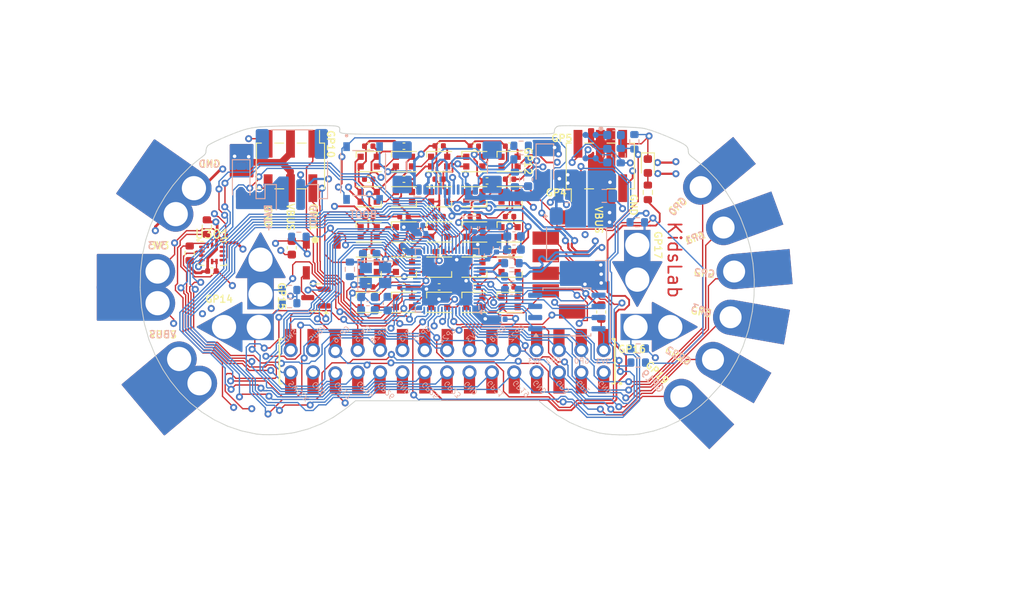
<source format=kicad_pcb>
(kicad_pcb (version 20240108) (generator "pcbnew") (generator_version "8.0")
  (layers (0 "F.Cu" signal) (1 "In1.Cu" signal) (2 "In2.Cu" signal) (31 "B.Cu" signal) (34 "B.Paste" user) (35 "F.Paste" user) (36 "B.SilkS" user "B.Silkscreen") (37 "F.SilkS" user "F.Silkscreen") (38 "B.Mask" user) (39 "F.Mask" user) (44 "Edge.Cuts" user))
  (net 0 "")
  (net 2 "Net-(BZ301--)")
  (net 3 "+3V3")
  (net 4 "GND")
  (net 5 "Net-(C102-Pad1)")
  (net 6 "Net-(U101-XIN)")
  (net 7 "/VBUS")
  (net 8 "Net-(P201-SHIELD)")
  (net 9 "Net-(U302-out)")
  (net 10 "/Peripherals/GP29{slash}MIC_OUT")
  (net 11 "/power-and-usb/USBC-D-")
  (net 12 "/usb_d+")
  (net 13 "/power-and-usb/USBC-D+")
  (net 14 "/usb_d-")
  (net 15 "Net-(D203-A)")
  (net 16 "Net-(D301-A)")
  (net 17 "Net-(D401-DOUT)")
  (net 18 "/Peripherals/GP12{slash}NEOPIXEL")
  (net 19 "Net-(D402-DIN)")
  (net 20 "Net-(D402-DOUT)")
  (net 21 "Net-(D403-DOUT)")
  (net 22 "Net-(D404-DOUT)")
  (net 23 "Net-(D405-DOUT)")
  (net 24 "Net-(D406-DOUT)")
  (net 25 "Net-(D407-DOUT)")
  (net 26 "Net-(D408-DOUT)")
  (net 27 "Net-(D410-DOUT)")
  (net 28 "Net-(D411-DOUT)")
  (net 29 "Net-(D412-DOUT)")
  (net 30 "Net-(D413-DOUT)")
  (net 31 "Net-(D414-DOUT)")
  (net 32 "Net-(D415-DOUT)")
  (net 33 "Net-(D416-DOUT)")
  (net 34 "Net-(D417-DOUT)")
  (net 35 "Net-(D418-DOUT)")
  (net 36 "Net-(D419-DOUT)")
  (net 37 "Net-(D420-DOUT)")
  (net 38 "Net-(D421-DOUT)")
  (net 39 "Net-(D422-DOUT)")
  (net 40 "Net-(D423-DOUT)")
  (net 41 "Net-(D424-DOUT)")
  (net 45 "/Peripherals/GP11{slash}SERVO_1")
  (net 46 "/Peripherals/GP10{slash}SERVO_0")
  (net 47 "/Peripherals/GP5{slash}SERVO_3")
  (net 48 "/Peripherals/GP4{slash}SERVO_2")
  (net 50 "/Peripherals/GP8{slash}Grove_D1")
  (net 51 "/Peripherals/GP9{slash}Grove_D0")
  (net 52 "/Peripherals/GP19")
  (net 53 "/Peripherals/GP26")
  (net 54 "/Peripherals/GP21")
  (net 55 "/Peripherals/GP0")
  (net 56 "/Peripherals/GP17{slash}ArrowDown")
  (net 57 "/Peripherals/GP16{slash}ArrowRight")
  (net 58 "/Peripherals/GP27")
  (net 59 "/Peripherals/GP22")
  (net 60 "/Peripherals/GP23")
  (net 61 "/Peripherals/GP2")
  (net 62 "/Peripherals/GP14{slash}ArrowLeft")
  (net 63 "/Peripherals/GP3")
  (net 64 "/SWD")
  (net 65 "/Peripherals/GP15{slash}ArrowUp")
  (net 66 "/Peripherals/GP1")
  (net 67 "/SWCLK")
  (net 68 "/Peripherals/GP18")
  (net 69 "/Peripherals/GP24")
  (net 70 "/Peripherals/GP28")
  (net 71 "Net-(P201-CC)")
  (net 72 "Net-(P201-VCONN)")
  (net 73 "/Peripherals/GP20{slash}Buzzer")
  (net 74 "/N_USBBOOT")
  (net 75 "/FLASH_CS")
  (net 76 "Net-(U101-RUN)")
  (net 77 "/d+")
  (net 78 "/d-")
  (net 79 "Net-(U101-XOUT)")
  (net 80 "/Peripherals/GP6{slash}IMU_SDA")
  (net 81 "/Peripherals/GP7{slash}IMU_SCL")
  (net 82 "+1V1")
  (net 83 "/FLASH_SD1")
  (net 84 "/Peripherals/GP13{slash}INTR")
  (net 85 "/FLASH_SD3")
  (net 86 "/FLASH_SD0")
  (net 87 "/FLASH_SCLK")
  (net 88 "/FLASH_SD2")
  (net 92 "/Peripherals/GP25{slash}LED")
  (net 94 "/power-and-usb/usb_vcc")
  (footprint "Capacitor_SMD:C_0402_1005Metric" (layer "F.Cu") (at 159.48971 60.442 180)
    (property "Reference" "C401" (hide yes))
    (property "Value" "100nF")
  )
  (footprint "kidslab:Kroko_Arrow" (layer "F.Cu") (at 131.2 75.092 -90)
    (property "Reference" "A302" (hide yes))
    (property "Value" "arrow")
  )
  (footprint "kidslab:LED_WS2812B-2020_PLCC4_2.0x2.0mm" (layer "F.Cu") (at 155.48971 66.194124 180)
    (property "Reference" "D408" (hide yes))
    (property "Value" "WS2812B-2020")
  )
  (footprint "kidslab:LED_WS2812B-2020_PLCC4_2.0x2.0mm" (layer "F.Cu") (at 151.48971 66.194124 180)
    (property "Reference" "D406" (hide yes))
    (property "Value" "WS2812B-2020")
  )
  (footprint "kidslab:LED_WS2812B-2020_PLCC4_2.0x2.0mm" (layer "F.Cu") (at 155.48971 74.194124 180)
    (property "Reference" "D419" (hide yes))
    (property "Value" "WS2812B-2020")
  )
  (footprint "kidslab:SAMTEC_HLE-115-02-F-DV" (layer "F.Cu") (at 152.4 84.892)
    (property "Reference" "J304" (hide yes))
    (property "Value" "HLE-115-02-F-DV")
  )
  (footprint "kidslab:PinHeader_2x03_P2.54mm_Vertical_SMD" (layer "F.Cu") (at 169.8 62.692 90)
    (property "Reference" "J302" (hide yes))
    (property "Value" "Conn_02x03_Odd_Even")
  )
  (footprint "kidslab:LED_WS2812B-2020_PLCC4_2.0x2.0mm" (layer "F.Cu") (at 159.48971 78.194124)
    (property "Reference" "D421" (hide yes))
    (property "Value" "WS2812B-2020")
  )
  (footprint "kidslab:Edgeconnector" (layer "F.Cu") (at 181.2 65.092 40)
    (property "Reference" "GP0")
    (property "Value" "kroko_edge")
  )
  (footprint "Capacitor_SMD:C_0402_1005Metric" (layer "F.Cu") (at 155.48971 68.442 180)
    (property "Reference" "C412" (hide yes))
    (property "Value" "100nF")
  )
  (footprint "kidslab:LED_WS2812B-2020_PLCC4_2.0x2.0mm" (layer "F.Cu") (at 147.48971 70.194124)
    (property "Reference" "D414" (hide yes))
    (property "Value" "WS2812B-2020")
  )
  (footprint "kidslab:LGA-14_3x2.5mm_P0.5mm_LayoutBorder3x4y" (layer "F.Cu") (at 125.7 72.642)
    (property "Reference" "U301")
    (property "Value" "LSM6DS3TR-C")
  )
  (footprint "kidslab:LED_WS2812B-2020_PLCC4_2.0x2.0mm" (layer "F.Cu") (at 143.48971 62.194124)
    (property "Reference" "D409" (hide yes))
    (property "Value" "WS2812B-2020")
  )
  (footprint "kidslab:PinHeader_2x03_P2.54mm_Vertical_SMD" (layer "F.Cu") (at 134.6 62.692 -90)
    (property "Reference" "J301" (hide yes))
    (property "Value" "Conn_02x03_Odd_Even")
  )
  (footprint "kidslab:LED_WS2812B-2020_PLCC4_2.0x2.0mm" (layer "F.Cu") (at 147.48971 78.194124)
    (property "Reference" "D424" (hide yes))
    (property "Value" "WS2812B-2020")
  )
  (footprint "kidslab:DoubleEdge" (layer "F.Cu") (at 123.108963 86.017113 -140)
    (property "Reference" "VBUS301" (hide yes))
    (property "Value" "kroko_doubleedge")
  )
  (footprint "Capacitor_SMD:C_0402_1005Metric" (layer "F.Cu") (at 126.75 70.642 180)
    (property "Reference" "C301" (hide yes))
    (property "Value" "100nF")
  )
  (footprint "kidslab:Kroko_Arrow" (layer "F.Cu") (at 128.8 81)
    (property "Reference" "A301" (hide yes))
    (property "Value" "arrow")
  )
  (footprint "kidslab:LED_WS2812B-2020_PLCC4_2.0x2.0mm" (layer "F.Cu") (at 143.48971 74.194124 180)
    (property "Reference" "D416" (hide yes))
    (property "Value" "WS2812B-2020")
  )
  (footprint "Capacitor_SMD:C_0402_1005Metric" (layer "F.Cu") (at 125.67 74.642 180)
    (property "Reference" "C302" (hide yes))
    (property "Value" "100nF")
  )
  (footprint "Capacitor_SMD:C_0402_1005Metric" (layer "F.Cu") (at 151.48971 64.194124)
    (property "Reference" "C406" (hide yes))
    (property "Value" "100nF")
  )
  (footprint "kidslab:LED_WS2812B-2020_PLCC4_2.0x2.0mm" (layer "F.Cu") (at 155.48971 78.194124)
    (property "Reference" "D422" (hide yes))
    (property "Value" "WS2812B-2020")
  )
  (footprint "Capacitor_SMD:C_0402_1005Metric" (layer "F.Cu") (at 151.48971 60.41 180)
    (property "Reference" "C405" (hide yes))
    (property "Value" "100nF")
  )
  (footprint "LED_SMD:LED_0603_1608Metric" (layer "F.Cu") (at 175.2 62.692 -90)
    (property "Reference" "D301" (hide yes))
    (property "Value" "KT-0603R")
  )
  (footprint "kidslab:LED_WS2812B-2020_PLCC4_2.0x2.0mm" (layer "F.Cu") (at 151.48971 78.194124)
    (property "Reference" "D423" (hide yes))
    (property "Value" "WS2812B-2020")
  )
  (footprint "Capacitor_SMD:C_0402_1005Metric" (layer "F.Cu") (at 143.48971 60.442 180)
    (property "Reference" "C409" (hide yes))
    (property "Value" "100nF")
  )
  (footprint "Capacitor_SMD:C_0402_1005Metric" (layer "F.Cu") (at 143.48971 68.442 180)
    (property "Reference" "C415" (hide yes))
    (property "Value" "100nF")
  )
  (footprint "kidslab:Edgeconnector" (layer "F.Cu") (at 179 88.892 -45)
    (property "Reference" "GP19")
    (property "Value" "kroko_edge")
  )
  (footprint "Capacitor_SMD:C_0402_1005Metric" (layer "F.Cu") (at 147.48971 72.442)
    (property "Reference" "C417" (hide yes))
    (property "Value" "100nF")
  )
  (footprint "Capacitor_SMD:C_0603_1608Metric" (layer "F.Cu") (at 169.9 79.292 90)
    (property "Reference" "C101" (hide yes))
    (property "Value" "100nF")
  )
  (footprint "Capacitor_SMD:C_0402_1005Metric" (layer "F.Cu") (at 156.93 64.392)
    (property "Reference" "C408" (hide yes))
    (property "Value" "100nF")
  )
  (footprint "Capacitor_SMD:C_0402_1005Metric" (layer "F.Cu") (at 155.48971 72.442)
    (property "Reference" "C419" (hide yes))
    (property "Value" "100nF")
  )
  (footprint "kidslab:FUET-5020" (layer "F.Cu") (at 138.15 73.092 -90)
    (property "Reference" "BZ301" (hide yes))
    (property "Value" "Buzzer-FUET-5020")
  )
  (footprint "kidslab:ZX-HY2.0-4PLT" (layer "F.Cu") (at 163.6 73.892 -90)
    (property "Reference" "J303" (hide yes))
    (property "Value" "ZX-HY2.0-4PLT")
  )
  (footprint "Capacitor_SMD:C_0402_1005Metric" (layer "F.Cu") (at 143.48971 72.442)
    (property "Reference" "C416" (hide yes))
    (property "Value" "100nF")
  )
  (footprint "Resistor_SMD:R_0603_1608Metric" (layer "F.Cu") (at 175.2 65.692 90)
    (property "Reference" "R309" (hide yes))
    (property "Value" "330R")
  )
  (footprint "kidslab:DoubleEdge" (layer "F.Cu") (at 122.6 66.692 145)
    (property "Reference" "GND301" (hide yes))
    (property "Value" "kroko_doubleedge")
  )
  (footprint "Capacitor_SMD:C_0603_1608Metric" (layer "F.Cu") (at 134.75 71.992 -90)
    (property "Reference" "C305" (hide yes))
    (property "Value" "1uF")
  )
  (footprint "kidslab:LED_WS2812B-2020_PLCC4_2.0x2.0mm" (layer "F.Cu") (at 151.48971 70.194124)
    (property "Reference" "D413" (hide yes))
    (property "Value" "WS2812B-2020")
  )
  (footprint "Capacitor_SMD:C_0402_1005Metric" (layer "F.Cu") (at 159.48971 68.442 180)
    (property "Reference" "C411" (hide yes))
    (property "Value" "100nF")
  )
  (footprint "kidslab:Edgeconnector" (layer "F.Cu") (at 184.6 79.892 -10)
    (property "Reference" "GP3")
    (property "Value" "kroko_edge")
  )
  (footprint "Capacitor_SMD:C_0402_1005Metric" (layer "F.Cu") (at 159.48971 76.442 180)
    (property "Reference" "C421" (hide yes))
    (property "Value" "100nF")
  )
  (footprint "kidslab:LED_WS2812B-2020_PLCC4_2.0x2.0mm" (layer "F.Cu") (at 147.48971 62.194124)
    (property "Reference" "D407" (hide yes))
    (property "Value" "WS2812B-2020")
  )
  (footprint "kidslab:Gamecontroller Outline" (layer "F.Cu") (at 152.4 75.692)
    (property "Reference" "outline" (hide yes))
    (property "Value" "Gamecontroller Outline")
    (fp_line (start -34.872869 0.779378) (end -34.86503 1.139644) (stroke (width 0.1)) (layer "Edge.Cuts"))
    (fp_line (start -34.86503 1.139644) (end -34.716726 3.098312) (stroke (width 0.1)) (layer "Edge.Cuts"))
    (fp_line (start -34.824243 -1.097324) (end -34.872869 0.779378) (stroke (width 0.1)) (layer "Edge.Cuts"))
    (fp_line (start -34.716726 3.098312) (end -34.386329 4.975075) (stroke (width 0.1)) (layer "Edge.Cuts"))
    (fp_line (start -34.6182 -2.873202) (end -34.824243 -1.097324) (stroke (width 0.1)) (layer "Edge.Cuts"))
    (fp_line (start -34.386329 4.975075) (end -33.872892 6.772795) (stroke (width 0.1)) (layer "Edge.Cuts"))
    (fp_line (start -34.249476 -4.573666) (end -34.6182 -2.873202) (stroke (width 0.1)) (layer "Edge.Cuts"))
    (fp_line (start -33.872892 6.772795) (end -33.175468 8.494334) (stroke (width 0.1)) (layer "Edge.Cuts"))
    (fp_line (start -33.712808 -6.224128) (end -34.249476 -4.573666) (stroke (width 0.1)) (layer "Edge.Cuts"))
    (fp_line (start -33.175468 8.494334) (end -32.29311 10.142557) (stroke (width 0.1)) (layer "Edge.Cuts"))
    (fp_line (start -33.002931 -7.85) (end -33.712808 -6.224128) (stroke (width 0.1)) (layer "Edge.Cuts"))
    (fp_line (start -32.768096 -8.307286) (end -33.002931 -7.85) (stroke (width 0.1)) (layer "Edge.Cuts"))
    (fp_line (start -32.29311 10.142557) (end -31.482102 11.370457) (stroke (width 0.1)) (layer "Edge.Cuts"))
    (fp_line (start -32.020488 -9.56877) (end -32.768096 -8.307286) (stroke (width 0.1)) (layer "Edge.Cuts"))
    (fp_line (start -31.482102 11.370457) (end -30.390155 12.729772) (stroke (width 0.1)) (layer "Edge.Cuts"))
    (fp_line (start -31.159443 -10.782584) (end -32.020488 -9.56877) (stroke (width 0.1)) (layer "Edge.Cuts"))
    (fp_line (start -30.390155 12.729772) (end -29.179407 13.937722) (stroke (width 0.1)) (layer "Edge.Cuts"))
    (fp_line (start -30.215841 -11.91071) (end -31.159443 -10.782584) (stroke (width 0.1)) (layer "Edge.Cuts"))
    (fp_line (start -29.220563 -12.915128) (end -30.215841 -11.91071) (stroke (width 0.1)) (layer "Edge.Cuts"))
    (fp_line (start -29.179407 13.937722) (end -27.86106 14.987403) (stroke (width 0.1)) (layer "Edge.Cuts"))
    (fp_line (start -28.204488 -13.757819) (end -29.220563 -12.915128) (stroke (width 0.1)) (layer "Edge.Cuts"))
    (fp_line (start -28.187036 -13.770689) (end -28.204488 -13.757819) (stroke (width 0.1)) (layer "Edge.Cuts"))
    (fp_line (start -27.86106 14.987403) (end -26.446316 15.87191) (stroke (width 0.1)) (layer "Edge.Cuts"))
    (fp_line (start -27.824366 -14.043768) (end -28.187036 -13.770689) (stroke (width 0.1)) (layer "Edge.Cuts"))
    (fp_line (start -27.594326 -14.239024) (end -27.824366 -14.043768) (stroke (width 0.1)) (layer "Edge.Cuts"))
    (fp_line (start -27.466979 -14.392065) (end -27.594326 -14.239024) (stroke (width 0.1)) (layer "Edge.Cuts"))
    (fp_line (start -27.412387 -14.538496) (end -27.466979 -14.392065) (stroke (width 0.1)) (layer "Edge.Cuts"))
    (fp_line (start -27.400616 -14.713922) (end -27.412387 -14.538496) (stroke (width 0.1)) (layer "Edge.Cuts"))
    (fp_line (start -27.400247 -14.736721) (end -27.400616 -14.713922) (stroke (width 0.1)) (layer "Edge.Cuts"))
    (fp_line (start -27.345136 -15.043837) (end -27.400247 -14.736721) (stroke (width 0.1)) (layer "Edge.Cuts"))
    (fp_line (start -27.225001 -15.286337) (end -27.345136 -15.043837) (stroke (width 0.1)) (layer "Edge.Cuts"))
    (fp_line (start -27.092761 -15.391381) (end -27.225001 -15.286337) (stroke (width 0.1)) (layer "Edge.Cuts"))
    (fp_line (start -26.787262 -15.568792) (end -27.092761 -15.391381) (stroke (width 0.1)) (layer "Edge.Cuts"))
    (fp_line (start -26.446316 15.87191) (end -24.946377 16.584339) (stroke (width 0.1)) (layer "Edge.Cuts"))
    (fp_line (start -26.348487 -15.790486) (end -26.787262 -15.568792) (stroke (width 0.1)) (layer "Edge.Cuts"))
    (fp_line (start -25.80591 -16.042829) (end -26.348487 -15.790486) (stroke (width 0.1)) (layer "Edge.Cuts"))
    (fp_line (start -25.189003 -16.312187) (end -25.80591 -16.042829) (stroke (width 0.1)) (layer "Edge.Cuts"))
    (fp_line (start -24.946377 16.584339) (end -23.372445 17.117786) (stroke (width 0.1)) (layer "Edge.Cuts"))
    (fp_line (start -24.527241 -16.584928) (end -25.189003 -16.312187) (stroke (width 0.1)) (layer "Edge.Cuts"))
    (fp_line (start -23.850098 -16.847419) (end -24.527241 -16.584928) (stroke (width 0.1)) (layer "Edge.Cuts"))
    (fp_line (start -23.782796 -16.872527) (end -23.850098 -16.847419) (stroke (width 0.1)) (layer "Edge.Cuts"))
    (fp_line (start -23.375261 -17.018509) (end -23.782796 -16.872527) (stroke (width 0.1)) (layer "Edge.Cuts"))
    (fp_line (start -23.372445 17.117786) (end -21.735723 17.465345) (stroke (width 0.1)) (layer "Edge.Cuts"))
    (fp_line (start -22.990922 -17.14105) (end -23.375261 -17.018509) (stroke (width 0.1)) (layer "Edge.Cuts"))
    (fp_line (start -22.607459 -17.242478) (end -22.990922 -17.14105) (stroke (width 0.1)) (layer "Edge.Cuts"))
    (fp_line (start -22.202553 -17.325121) (end -22.607459 -17.242478) (stroke (width 0.1)) (layer "Edge.Cuts"))
    (fp_line (start -21.753884 -17.391308) (end -22.202553 -17.325121) (stroke (width 0.1)) (layer "Edge.Cuts"))
    (fp_line (start -21.735723 17.465345) (end -21.55 17.492254) (stroke (width 0.1)) (layer "Edge.Cuts"))
    (fp_line (start -21.55 17.492254) (end -20.922912 17.545491) (stroke (width 0.1)) (layer "Edge.Cuts"))
    (fp_line (start -21.239133 -17.443368) (end -21.753884 -17.391308) (stroke (width 0.1)) (layer "Edge.Cuts"))
    (fp_line (start -20.922912 17.545491) (end -20.164678 17.557812) (stroke (width 0.1)) (layer "Edge.Cuts"))
    (fp_line (start -20.63598 -17.48363) (end -21.239133 -17.443368) (stroke (width 0.1)) (layer "Edge.Cuts"))
    (fp_line (start -20.164678 17.557812) (end -19.339301 17.532089) (stroke (width 0.1)) (layer "Edge.Cuts"))
    (fp_line (start -19.922105 -17.514421) (end -20.63598 -17.48363) (stroke (width 0.1)) (layer "Edge.Cuts"))
    (fp_line (start -19.339301 17.532089) (end -18.510783 17.471192) (stroke (width 0.1)) (layer "Edge.Cuts"))
    (fp_line (start -19.075189 -17.538071) (end -19.922105 -17.514421) (stroke (width 0.1)) (layer "Edge.Cuts"))
    (fp_line (start -18.510783 17.471192) (end -17.743128 17.377991) (stroke (width 0.1)) (layer "Edge.Cuts"))
    (fp_line (start -18.072912 -17.556908) (end -19.075189 -17.538071) (stroke (width 0.1)) (layer "Edge.Cuts"))
    (fp_line (start -17.743128 17.377991) (end -17.310423 17.302124) (stroke (width 0.1)) (layer "Edge.Cuts"))
    (fp_line (start -17.310423 17.302124) (end -15.780355 16.899174) (stroke (width 0.1)) (layer "Edge.Cuts"))
    (fp_line (start -16.892955 -17.573261) (end -18.072912 -17.556908) (stroke (width 0.1)) (layer "Edge.Cuts"))
    (fp_line (start -16.326166 -17.5802) (end -16.892955 -17.573261) (stroke (width 0.1)) (layer "Edge.Cuts"))
    (fp_line (start -15.780355 16.899174) (end -14.324799 16.325745) (stroke (width 0.1)) (layer "Edge.Cuts"))
    (fp_line (start -15.329616 -17.591022) (end -16.326166 -17.5802) (stroke (width 0.1)) (layer "Edge.Cuts"))
    (fp_line (start -14.507833 -17.596446) (end -15.329616 -17.591022) (stroke (width 0.1)) (layer "Edge.Cuts"))
    (fp_line (start -14.324799 16.325745) (end -12.925897 15.573122) (stroke (width 0.1)) (layer "Edge.Cuts"))
    (fp_line (start -13.843992 -17.59497) (end -14.507833 -17.596446) (stroke (width 0.1)) (layer "Edge.Cuts"))
    (fp_line (start -13.321266 -17.585093) (end -13.843992 -17.59497) (stroke (width 0.1)) (layer "Edge.Cuts"))
    (fp_line (start -12.925897 15.573122) (end -11.56579 14.632594) (stroke (width 0.1)) (layer "Edge.Cuts"))
    (fp_line (start -12.922829 -17.565314) (end -13.321266 -17.585093) (stroke (width 0.1)) (layer "Edge.Cuts"))
    (fp_line (start -12.631855 -17.534133) (end -12.922829 -17.565314) (stroke (width 0.1)) (layer "Edge.Cuts"))
    (fp_line (start -12.431517 -17.490049) (end -12.631855 -17.534133) (stroke (width 0.1)) (layer "Edge.Cuts"))
    (fp_line (start -12.304989 -17.43156) (end -12.431517 -17.490049) (stroke (width 0.1)) (layer "Edge.Cuts"))
    (fp_line (start -12.235445 -17.357167) (end -12.304989 -17.43156) (stroke (width 0.1)) (layer "Edge.Cuts"))
    (fp_line (start -12.218269 -16.95251) (end -12.211987 -17.021129) (stroke (width 0.1)) (layer "Edge.Cuts"))
    (fp_line (start -12.211987 -17.021129) (end -12.202718 -17.098053) (stroke (width 0.1)) (layer "Edge.Cuts"))
    (fp_line (start -12.211197 -16.891723) (end -12.218269 -16.95251) (stroke (width 0.1)) (layer "Edge.Cuts"))
    (fp_line (start -12.206057 -17.265367) (end -12.235445 -17.357167) (stroke (width 0.1)) (layer "Edge.Cuts"))
    (fp_line (start -12.202718 -17.098053) (end -12.2 -17.154661) (stroke (width 0.1)) (layer "Edge.Cuts"))
    (fp_line (start -12.2 -17.154661) (end -12.206057 -17.265367) (stroke (width 0.1)) (layer "Edge.Cuts"))
    (fp_line (start -12.180401 -16.838298) (end -12.211197 -16.891723) (stroke (width 0.1)) (layer "Edge.Cuts"))
    (fp_line (start -12.115512 -16.791764) (end -12.180401 -16.838298) (stroke (width 0.1)) (layer "Edge.Cuts"))
    (fp_line (start -12.00616 -16.751648) (end -12.115512 -16.791764) (stroke (width 0.1)) (layer "Edge.Cuts"))
    (fp_line (start -11.841977 -16.717479) (end -12.00616 -16.751648) (stroke (width 0.1)) (layer "Edge.Cuts"))
    (fp_line (start -11.612594 -16.688787) (end -11.841977 -16.717479) (stroke (width 0.1)) (layer "Edge.Cuts"))
    (fp_line (start -11.56579 14.632594) (end -11.133374 14.288498) (stroke (width 0.1)) (layer "Edge.Cuts"))
    (fp_line (start -11.307641 -16.665099) (end -11.612594 -16.688787) (stroke (width 0.1)) (layer "Edge.Cuts"))
    (fp_line (start -11.133374 14.288498) (end -10.416748 13.7) (stroke (width 0.1)) (layer "Edge.Cuts"))
    (fp_line (start -10.916749 -16.645944) (end -11.307641 -16.665099) (stroke (width 0.1)) (layer "Edge.Cuts"))
    (fp_line (start -10.42955 -16.63085) (end -10.916749 -16.645944) (stroke (width 0.1)) (layer "Edge.Cuts"))
    (fp_line (start -10.416748 13.7) (end -0.007557 13.7) (stroke (width 0.1)) (layer "Edge.Cuts"))
    (fp_line (start -9.835674 -16.619347) (end -10.42955 -16.63085) (stroke (width 0.1)) (layer "Edge.Cuts"))
    (fp_line (start -9.124751 -16.610963) (end -9.835674 -16.619347) (stroke (width 0.1)) (layer "Edge.Cuts"))
    (fp_line (start -8.286414 -16.605226) (end -9.124751 -16.610963) (stroke (width 0.1)) (layer "Edge.Cuts"))
    (fp_line (start -7.310292 -16.601665) (end -8.286414 -16.605226) (stroke (width 0.1)) (layer "Edge.Cuts"))
    (fp_line (start -6.186017 -16.599809) (end -7.310292 -16.601665) (stroke (width 0.1)) (layer "Edge.Cuts"))
    (fp_line (start -4.903219 -16.599185) (end -6.186017 -16.599809) (stroke (width 0.1)) (layer "Edge.Cuts"))
    (fp_line (start -3.45153 -16.599324) (end -4.903219 -16.599185) (stroke (width 0.1)) (layer "Edge.Cuts"))
    (fp_line (start -1.82058 -16.599753) (end -3.45153 -16.599324) (stroke (width 0.1)) (layer "Edge.Cuts"))
    (fp_line (start -0.007557 13.7) (end 10.401634 13.7) (stroke (width 0.1)) (layer "Edge.Cuts"))
    (fp_line (start -0.000001 -16.6) (end -1.82058 -16.599753) (stroke (width 0.1)) (layer "Edge.Cuts"))
    (fp_line (start 0.210935 -16.600002) (end -0.000001 -16.6) (stroke (width 0.1)) (layer "Edge.Cuts"))
    (fp_line (start 2.006047 -16.600223) (end 0.210935 -16.600002) (stroke (width 0.1)) (layer "Edge.Cuts"))
    (fp_line (start 3.61267 -16.600904) (end 2.006047 -16.600223) (stroke (width 0.1)) (layer "Edge.Cuts"))
    (fp_line (start 5.041164 -16.60218) (end 3.61267 -16.600904) (stroke (width 0.1)) (layer "Edge.Cuts"))
    (fp_line (start 6.301893 -16.604187) (end 5.041164 -16.60218) (stroke (width 0.1)) (layer "Edge.Cuts"))
    (fp_line (start 7.405217 -16.607059) (end 6.301893 -16.604187) (stroke (width 0.1)) (layer "Edge.Cuts"))
    (fp_line (start 8.361498 -16.610932) (end 7.405217 -16.607059) (stroke (width 0.1)) (layer "Edge.Cuts"))
    (fp_line (start 9.1811 -16.61594) (end 8.361498 -16.610932) (stroke (width 0.1)) (layer "Edge.Cuts"))
    (fp_line (start 9.874383 -16.622219) (end 9.1811 -16.61594) (stroke (width 0.1)) (layer "Edge.Cuts"))
    (fp_line (start 10.401634 13.7) (end 11.122405 14.305185) (stroke (width 0.1)) (layer "Edge.Cuts"))
    (fp_line (start 10.451709 -16.629903) (end 9.874383 -16.622219) (stroke (width 0.1)) (layer "Edge.Cuts"))
    (fp_line (start 10.92344 -16.639128) (end 10.451709 -16.629903) (stroke (width 0.1)) (layer "Edge.Cuts"))
    (fp_line (start 11.122405 14.305185) (end 12.490157 15.326235) (stroke (width 0.1)) (layer "Edge.Cuts"))
    (fp_line (start 11.299938 -16.650028) (end 10.92344 -16.639128) (stroke (width 0.1)) (layer "Edge.Cuts"))
    (fp_line (start 11.591565 -16.662739) (end 11.299938 -16.650028) (stroke (width 0.1)) (layer "Edge.Cuts"))
    (fp_line (start 11.808683 -16.677396) (end 11.591565 -16.662739) (stroke (width 0.1)) (layer "Edge.Cuts"))
    (fp_line (start 11.961654 -16.694133) (end 11.808683 -16.677396) (stroke (width 0.1)) (layer "Edge.Cuts"))
    (fp_line (start 12.060839 -16.713086) (end 11.961654 -16.694133) (stroke (width 0.1)) (layer "Edge.Cuts"))
    (fp_line (start 12.116601 -16.73439) (end 12.060839 -16.713086) (stroke (width 0.1)) (layer "Edge.Cuts"))
    (fp_line (start 12.139301 -16.758179) (end 12.116601 -16.73439) (stroke (width 0.1)) (layer "Edge.Cuts"))
    (fp_line (start 12.167849 -16.85499) (end 12.139301 -16.758179) (stroke (width 0.1)) (layer "Edge.Cuts"))
    (fp_line (start 12.2 -17.105874) (end 12.167849 -16.85499) (stroke (width 0.1)) (layer "Edge.Cuts"))
    (fp_line (start 12.270513 -17.283124) (end 12.2 -17.105874) (stroke (width 0.1)) (layer "Edge.Cuts"))
    (fp_line (start 12.45248 -17.460822) (end 12.270513 -17.283124) (stroke (width 0.1)) (layer "Edge.Cuts"))
    (fp_line (start 12.490157 15.326235) (end 13.94844 16.170123) (stroke (width 0.1)) (layer "Edge.Cuts"))
    (fp_line (start 12.495405 -17.485907) (end 12.45248 -17.460822) (stroke (width 0.1)) (layer "Edge.Cuts"))
    (fp_line (start 12.5825 -17.520183) (end 12.495405 -17.485907) (stroke (width 0.1)) (layer "Edge.Cuts"))
    (fp_line (start 12.707347 -17.546989) (end 12.5825 -17.520183) (stroke (width 0.1)) (layer "Edge.Cuts"))
    (fp_line (start 12.887965 -17.566545) (end 12.707347 -17.546989) (stroke (width 0.1)) (layer "Edge.Cuts"))
    (fp_line (start 13.142373 -17.579068) (end 12.887965 -17.566545) (stroke (width 0.1)) (layer "Edge.Cuts"))
    (fp_line (start 13.488589 -17.584778) (end 13.142373 -17.579068) (stroke (width 0.1)) (layer "Edge.Cuts"))
    (fp_line (start 13.944634 -17.583894) (end 13.488589 -17.584778) (stroke (width 0.1)) (layer "Edge.Cuts"))
    (fp_line (start 13.94844 16.170123) (end 15.490527 16.833528) (stroke (width 0.1)) (layer "Edge.Cuts"))
    (fp_line (start 14.528526 -17.576634) (end 13.944634 -17.583894) (stroke (width 0.1)) (layer "Edge.Cuts"))
    (fp_line (start 15.258285 -17.563217) (end 14.528526 -17.576634) (stroke (width 0.1)) (layer "Edge.Cuts"))
    (fp_line (start 15.490527 16.833528) (end 17.109691 17.313131) (stroke (width 0.1)) (layer "Edge.Cuts"))
    (fp_line (start 16.15193 -17.543862) (end 15.258285 -17.563217) (stroke (width 0.1)) (layer "Edge.Cuts"))
    (fp_line (start 17.109691 17.313131) (end 17.308487 17.358095) (stroke (width 0.1)) (layer "Edge.Cuts"))
    (fp_line (start 17.22748 -17.518787) (end 16.15193 -17.543862) (stroke (width 0.1)) (layer "Edge.Cuts"))
    (fp_line (start 17.308487 17.358095) (end 17.944901 17.462408) (stroke (width 0.1)) (layer "Edge.Cuts"))
    (fp_line (start 17.944901 17.462408) (end 18.715207 17.534396) (stroke (width 0.1)) (layer "Edge.Cuts"))
    (fp_line (start 18.334765 -17.491003) (end 17.22748 -17.518787) (stroke (width 0.1)) (layer "Edge.Cuts"))
    (fp_line (start 18.715207 17.534396) (end 19.555693 17.572596) (stroke (width 0.1)) (layer "Edge.Cuts"))
    (fp_line (start 19.349805 -17.461743) (end 18.334765 -17.491003) (stroke (width 0.1)) (layer "Edge.Cuts"))
    (fp_line (start 19.555693 17.572596) (end 20.402649 17.575547) (stroke (width 0.1)) (layer "Edge.Cuts"))
    (fp_line (start 20.195098 -17.432423) (end 19.349805 -17.461743) (stroke (width 0.1)) (layer "Edge.Cuts"))
    (fp_line (start 20.402649 17.575547) (end 21.192362 17.541788) (stroke (width 0.1)) (layer "Edge.Cuts"))
    (fp_line (start 20.886335 -17.402254) (end 20.195098 -17.432423) (stroke (width 0.1)) (layer "Edge.Cuts"))
    (fp_line (start 21.192362 17.541788) (end 21.861121 17.469857) (stroke (width 0.1)) (layer "Edge.Cuts"))
    (fp_line (start 21.439208 -17.370446) (end 20.886335 -17.402254) (stroke (width 0.1)) (layer "Edge.Cuts"))
    (fp_line (start 21.861121 17.469857) (end 21.901189 17.463447) (stroke (width 0.1)) (layer "Edge.Cuts"))
    (fp_line (start 21.869405 -17.33621) (end 21.439208 -17.370446) (stroke (width 0.1)) (layer "Edge.Cuts"))
    (fp_line (start 21.901189 17.463447) (end 23.463128 17.127925) (stroke (width 0.1)) (layer "Edge.Cuts"))
    (fp_line (start 22.192617 -17.298756) (end 21.869405 -17.33621) (stroke (width 0.1)) (layer "Edge.Cuts"))
    (fp_line (start 22.424536 -17.257295) (end 22.192617 -17.298756) (stroke (width 0.1)) (layer "Edge.Cuts"))
    (fp_line (start 22.536752 -17.230462) (end 22.424536 -17.257295) (stroke (width 0.1)) (layer "Edge.Cuts"))
    (fp_line (start 23.214445 -17.031422) (end 22.536752 -17.230462) (stroke (width 0.1)) (layer "Edge.Cuts"))
    (fp_line (start 23.463128 17.127925) (end 24.915481 16.646868) (stroke (width 0.1)) (layer "Edge.Cuts"))
    (fp_line (start 24.040419 -16.736815) (end 23.214445 -17.031422) (stroke (width 0.1)) (layer "Edge.Cuts"))
    (fp_line (start 24.915481 16.646868) (end 26.280143 16.008824) (stroke (width 0.1)) (layer "Edge.Cuts"))
    (fp_line (start 24.995793 -16.353741) (end 24.040419 -16.736815) (stroke (width 0.1)) (layer "Edge.Cuts"))
    (fp_line (start 26.061686 -15.889303) (end 24.995793 -16.353741) (stroke (width 0.1)) (layer "Edge.Cuts"))
    (fp_line (start 26.280143 16.008824) (end 27.579008 15.202336) (stroke (width 0.1)) (layer "Edge.Cuts"))
    (fp_line (start 26.417978 -15.724751) (end 26.061686 -15.889303) (stroke (width 0.1)) (layer "Edge.Cuts"))
    (fp_line (start 26.845082 -15.503969) (end 26.417978 -15.724751) (stroke (width 0.1)) (layer "Edge.Cuts"))
    (fp_line (start 27.129245 -15.308402) (end 26.845082 -15.503969) (stroke (width 0.1)) (layer "Edge.Cuts"))
    (fp_line (start 27.298058 -15.111655) (end 27.129245 -15.308402) (stroke (width 0.1)) (layer "Edge.Cuts"))
    (fp_line (start 27.379113 -14.887334) (end 27.298058 -15.111655) (stroke (width 0.1)) (layer "Edge.Cuts"))
    (fp_line (start 27.4 -14.609045) (end 27.379113 -14.887334) (stroke (width 0.1)) (layer "Edge.Cuts"))
    (fp_line (start 27.400322 -14.588963) (end 27.4 -14.609045) (stroke (width 0.1)) (layer "Edge.Cuts"))
    (fp_line (start 27.434596 -14.43139) (end 27.400322 -14.588963) (stroke (width 0.1)) (layer "Edge.Cuts"))
    (fp_line (start 27.546605 -14.268279) (end 27.434596 -14.43139) (stroke (width 0.1)) (layer "Edge.Cuts"))
    (fp_line (start 27.579008 15.202336) (end 28.833972 14.215951) (stroke (width 0.1)) (layer "Edge.Cuts"))
    (fp_line (start 27.766536 -14.065458) (end 27.546605 -14.268279) (stroke (width 0.1)) (layer "Edge.Cuts"))
    (fp_line (start 28.124575 -13.78875) (end 27.766536 -14.065458) (stroke (width 0.1)) (layer "Edge.Cuts"))
    (fp_line (start 28.833972 14.215951) (end 29.757225 13.35354) (stroke (width 0.1)) (layer "Edge.Cuts"))
    (fp_line (start 29.416986 -12.709832) (end 28.124575 -13.78875) (stroke (width 0.1)) (layer "Edge.Cuts"))
    (fp_line (start 29.757225 13.35354) (end 30.97668 12.017197) (stroke (width 0.1)) (layer "Edge.Cuts"))
    (fp_line (start 30.606391 -11.46978) (end 29.416986 -12.709832) (stroke (width 0.1)) (layer "Edge.Cuts"))
    (fp_line (start 30.97668 12.017197) (end 32.017737 10.612493) (stroke (width 0.1)) (layer "Edge.Cuts"))
    (fp_line (start 31.661243 -10.103532) (end 30.606391 -11.46978) (stroke (width 0.1)) (layer "Edge.Cuts"))
    (fp_line (start 32.017737 10.612493) (end 32.891424 9.120023) (stroke (width 0.1)) (layer "Edge.Cuts"))
    (fp_line (start 32.576662 -8.626244) (end 31.661243 -10.103532) (stroke (width 0.1)) (layer "Edge.Cuts"))
    (fp_line (start 32.891424 9.120023) (end 33.608773 7.520383) (stroke (width 0.1)) (layer "Edge.Cuts"))
    (fp_line (start 33.347766 -7.053073) (end 32.576662 -8.626244) (stroke (width 0.1)) (layer "Edge.Cuts"))
    (fp_line (start 33.608773 7.520383) (end 34.180812 5.794166) (stroke (width 0.1)) (layer "Edge.Cuts"))
    (fp_line (start 33.969674 -5.399177) (end 33.347766 -7.053073) (stroke (width 0.1)) (layer "Edge.Cuts"))
    (fp_line (start 34.180812 5.794166) (end 34.294669 5.370674) (stroke (width 0.1)) (layer "Edge.Cuts"))
    (fp_line (start 34.294669 5.370674) (end 34.670439 3.550712) (stroke (width 0.1)) (layer "Edge.Cuts"))
    (fp_line (start 34.437505 -3.67971) (end 33.969674 -5.399177) (stroke (width 0.1)) (layer "Edge.Cuts"))
    (fp_line (start 34.670439 3.550712) (end 34.867726 1.720536) (stroke (width 0.1)) (layer "Edge.Cuts"))
    (fp_line (start 34.746378 -1.909832) (end 34.437505 -3.67971) (stroke (width 0.1)) (layer "Edge.Cuts"))
    (fp_line (start 34.867726 1.720536) (end 34.891412 -0.104697) (stroke (width 0.1)) (layer "Edge.Cuts"))
    (fp_line (start 34.891412 -0.104697) (end 34.746378 -1.909832) (stroke (width 0.1)) (layer "Edge.Cuts"))
  )
  (footprint "kidslab:Kroko_Arrow" (layer "F.Cu") (at 174 73.867 90)
    (property "Reference" "A304" (hide yes))
    (property "Value" "arrow")
  )
  (footprint "Capacitor_SMD:C_0402_1005Metric" (layer "F.Cu") (at 151.48971 72.442)
    (property "Reference" "C418" (hide yes))
    (property "Value" "100nF")
  )
  (footprint "kidslab:LED_WS2812B-2020_PLCC4_2.0x2.0mm" (layer "F.Cu") (at 159.48971 70.194124)
    (property "Reference" "D411" (hide yes))
    (property "Value" "WS2812B-2020")
  )
  (footprint "kidslab:LED_WS2812B-2020_PLCC4_2.0x2.0mm" (layer "F.Cu") (at 159.48971 62.194124)
    (property "Reference" "D401" (hide yes))
    (property "Value" "WS2812B-2020")
  )
  (footprint "kidslab:DoubleEdge" (layer "F.Cu") (at 119.499099 76.492 180)
    (property "Reference" "3V3" (hide yes))
    (property "Value" "kroko_doubleedge")
  )
  (footprint "kidslab:LED_WS2812B-2020_PLCC4_2.0x2.0mm" (layer "F.Cu") (at 147.48971 66.194124 180)
    (property "Reference" "D404" (hide yes))
    (property "Value" "WS2812B-2020")
  )
  (footprint "kidslab:Edgeconnector" (layer "F.Cu") (at 183.8 69.692 20)
    (property "Reference" "GP1")
    (property "Value" "kroko_edge")
  )
  (footprint "Resistor_SMD:R_0603_1608Metric" (layer "F.Cu") (at 123.15 72.617 90)
    (property "Reference" "R301" (hide yes))
    (property "Value" "10k")
  )
  (footprint "kidslab:LED_WS2812B-2020_PLCC4_2.0x2.0mm" (layer "F.Cu") (at 143.48971 70.194124)
    (property "Reference" "D415" (hide yes))
    (property "Value" "WS2812B-2020")
  )
  (footprint "Capacitor_SMD:C_0402_1005Metric" (layer "F.Cu") (at 159.48971 64.194124)
    (property "Reference" "C410" (hide yes))
    (property "Value" "100nF")
  )
  (footprint "kidslab:LED_WS2812B-2020_PLCC4_2.0x2.0mm" (layer "F.Cu") (at 147.48971 74.194124 180)
    (property "Reference" "D417" (hide yes))
    (property "Value" "WS2812B-2020")
  )
  (footprint "kidslab:LED_WS2812B-2020_PLCC4_2.0x2.0mm" (layer "F.Cu") (at 151.48971 62.194124)
    (property "Reference" "D405" (hide yes))
    (property "Value" "WS2812B-2020")
  )
  (footprint "Resistor_SMD:R_0603_1608Metric" (layer "F.Cu") (at 125.1 69.642 -90)
    (property "Reference" "R302" (hide yes))
    (property "Value" "10k")
  )
  (footprint "kidslab:LED_WS2812B-2020_PLCC4_2.0x2.0mm" (layer "F.Cu") (at 143.48971 78.194124)
    (property "Reference" "D425" (hide yes))
    (property "Value" "WS2812B-2020")
  )
  (footprint "Capacitor_SMD:C_0402_1005Metric" (layer "F.Cu") (at 151.48971 68.442 180)
    (property "Reference" "C413" (hide yes))
    (property "Value" "100nF")
  )
  (footprint "kidslab:LED_WS2812B-2020_PLCC4_2.0x2.0mm" (layer "F.Cu") (at 159.48971 74.194124 180)
    (property "Reference" "D420" (hide yes))
    (property "Value" "WS2812B-2020")
  )
  (footprint "Capacitor_SMD:C_0402_1005Metric" (layer "F.Cu") (at 147.48971 60.442 180)
    (property "Reference" "C407" (hide yes))
    (property "Value" "100nF")
  )
  (footprint "kidslab:LED_WS2812B-2020_PLCC4_2.0x2.0mm" (layer "F.Cu") (at 155.48971 62.194124)
    (property "Reference" "D403" (hide yes))
    (property "Value" "WS2812B-2020")
  )
  (footprint "kidslab:Edgeconnector" (layer "F.Cu") (at 185 74.692 5)
    (property "Reference" "GP2")
    (property "Value" "kroko_edge")
  )
  (footprint "Capacitor_SMD:C_0402_1005Metric" (layer "F.Cu") (at 155.48971 60.442 180)
    (property "Reference" "C403" (hide yes))
    (property "Value" "100nF")
  )
  (footprint "kidslab:Kroko_Arrow" (layer "F.Cu") (at 176 81 180)
    (property "Reference" "A303" (hide yes))
    (property "Value" "arrow")
  )
  (footprint "Capacitor_SMD:C_0402_1005Metric" (layer "F.Cu") (at 143.48971 76.442 180)
    (property "Reference" "C425" (hide yes))
    (property "Value" "100nF")
  )
  (footprint "Capacitor_SMD:C_0402_1005Metric" (layer "F.Cu") (at 151.48971 76.442 180)
    (property "Reference" "C423" (hide yes))
    (property "Value" "100nF")
  )
  (footprint "kidslab:LED_WS2812B-2020_PLCC4_2.0x2.0mm" (layer "F.Cu") (at 159.48971 66.194124 180)
    (property "Reference" "D410" (hide yes))
    (property "Value" "WS2812B-2020")
  )
  (footprint "Capacitor_SMD:C_0402_1005Metric" (layer "F.Cu") (at 159.48971 72.442)
    (property "Reference" "C420" (hide yes))
    (property "Value" "100nF")
  )
  (footprint "Capacitor_SMD:C_0402_1005Metric" (layer "F.Cu") (at 143.48971 64.194124)
    (property "Reference" "C402" (hide yes))
    (property "Value" "100nF")
  )
  (footprint "kidslab:LED_WS2812B-2020_PLCC4_2.0x2.0mm" (layer "F.Cu") (at 143.48971 66.194124 180)
    (property "Reference" "D402" (hide yes))
    (property "Value" "WS2812B-2020")
  )
  (footprint "kidslab:LED_WS2812B-2020_PLCC4_2.0x2.0mm" (layer "F.Cu") (at 155.48971 70.194124)
    (property "Reference" "D412" (hide yes))
    (property "Value" "WS2812B-2020")
  )
  (footprint "Capacitor_SMD:C_0402_1005Metric" (layer "F.Cu") (at 155.48971 76.442 180)
    (property "Reference" "C422" (hide yes))
    (property "Value" "100nF")
  )
  (footprint "kidslab:LED_WS2812B-2020_PLCC4_2.0x2.0mm" (layer "F.Cu") (at 151.48971 74.194124 180)
    (property "Reference" "D418" (hide yes))
    (property "Value" "WS2812B-2020")
  )
  (footprint "Package_TO_SOT_SMD:SOT-23" (layer "F.Cu") (at 137.5 77.6545 180)
    (property "Reference" "Q301" (hide yes))
    (property "Value" "DDTC113ZCA")
  )
  (footprint "Capacitor_SMD:C_0402_1005Metric" (layer "F.Cu") (at 147.48971 76.442 180)
    (property "Reference" "C424" (hide yes))
    (property "Value" "100nF")
  )
  (footprint "Capacitor_SMD:C_0402_1005Metric" (layer "F.Cu") (at 147.48971 64.194124)
    (property "Reference" "C404" (hide yes))
    (property "Value" "100nF")
  )
  (footprint "Capacitor_SMD:C_0402_1005Metric" (layer "F.Cu") (at 147.48971 68.442 180)
    (property "Reference" "C414" (hide yes))
    (property "Value" "100nF")
  )
  (footprint "kidslab:Edgeconnector" (layer "F.Cu") (at 182.6 84.692 -30)
    (property "Reference" "GP22")
    (property "Value" "kroko_edge")
  )
  (footprint "Resistor_SMD:R_0603_1608Metric" (layer "B.Cu") (at 174.1 83.442)
    (property "Reference" "R305" (hide yes))
    (property "Value" "1M")
  )
  (footprint "Capacitor_SMD:C_0402_1005Metric" (layer "B.Cu") (at 149.5 70.392)
    (property "Reference" "C104" (hide yes))
    (property "Value" "100nF")
  )
  (footprint "Capacitor_SMD:C_0603_1608Metric" (layer "B.Cu") (at 160 70.692)
    (property "Reference" "C111" (hide yes))
    (property "Value" "10uF")
  )
  (footprint "Capacitor_SMD:C_0603_1608Metric" (layer "B.Cu") (at 159.75 76.792)
    (property "Reference" "C113" (hide yes))
    (property "Value" "100nF")
  )
  (footprint "Resistor_SMD:R_0603_1608Metric" (layer "B.Cu") (at 160.8 61.942 180)
    (property "Reference" "R202" (hide yes))
    (property "Value" "5k1")
  )
  (footprint "kidslab:SOIC-8_5.23x5.23mm_P1.27mm" (layer "B.Cu") (at 166 79.292)
    (property "Reference" "U102" (hide yes))
    (property "Value" "W25Q128JVS")
  )
  (footprint "Capacitor_SMD:C_0402_1005Metric" (layer "B.Cu") (at 155.5 69.692 -90)
    (property "Reference" "C105" (hide yes))
    (property "Value" "100nF")
  )
  (footprint "Resistor_SMD:R_0603_1608Metric" (layer "B.Cu") (at 172.119 61.517 90)
    (property "Reference" "R308" (hide yes))
    (property "Value" "33k")
  )
  (footprint "Resistor_SMD:R_0603_1608Metric" (layer "B.Cu") (at 160.8 60.392 180)
    (property "Reference" "R201" (hide yes))
    (property "Value" "5k1")
  )
  (footprint "Resistor_SMD:R_0603_1608Metric" (layer "B.Cu") (at 141.35 74.442 90)
    (property "Reference" "R105" (hide yes))
    (property "Value" "1k")
  )
  (footprint "Package_DFN_QFN:QFN-56-1EP_7x7mm_P0.4mm_EP3.2x3.2mm" (layer "B.Cu") (at 152.4 75.692 90)
    (property "Reference" "U101" (hide yes))
    (property "Value" "RP2040")
  )
  (footprint "Resistor_SMD:R_0603_1608Metric" (layer "B.Cu") (at 160.1 64.217 -90)
    (property "Reference" "R203" (hide yes))
    (property "Value" "100")
  )
  (footprint "Capacitor_SMD:C_0603_1608Metric" (layer "B.Cu") (at 143.4 79.092 180)
    (property "Reference" "C115" (hide yes))
    (property "Value" "1uF")
  )
  (footprint "Capacitor_SMD:C_0603_1608Metric" (layer "B.Cu") (at 161.6 64.217 90)
    (property "Reference" "C203" (hide yes))
    (property "Value" "1nF")
  )
  (footprint "Resistor_SMD:R_0603_1608Metric" (layer "B.Cu") (at 159.75 75.242 180)
    (property "Reference" "R103" (hide yes))
    (property "Value" "27R")
  )
  (footprint "Resistor_SMD:R_0603_1608Metric" (layer "B.Cu") (at 134.5 76.792)
    (property "Reference" "R304" (hide yes))
    (property "Value" "1M")
  )
  (footprint "kidslab:SW_TS-1187A-B-A-B" (layer "B.Cu") (at 142.85 63.492 -90)
    (property "Reference" "S101" (hide yes))
    (property "Value" "TS-1187A-B-A-B")
  )
  (footprint "Crystal:Crystal_SMD_3225-4Pin_3.2x2.5mm" (layer "B.Cu") (at 144.25 75.142)
    (property "Reference" "Y101" (hide yes))
    (property "Value" "Crystal_GND24")
  )
  (footprint "kidslab:JST_PH_S2B-PH-SM4-TB_1x02-1MP_P2.00mm_Horizontal" (layer "B.Cu") (at 134.75 63.092)
    (property "Reference" "J201" (hide yes))
    (property "Value" "S2B-PH-SM4-TB")
  )
  (footprint "Capacitor_SMD:C_0402_1005Metric" (layer "B.Cu") (at 158.5 80.117)
    (property "Reference" "C109" (hide yes))
    (property "Value" "100nF")
  )
  (footprint "Resistor_SMD:R_0603_1608Metric" (layer "B.Cu") (at 174 69.092 180)
    (property "Reference" "R306" (hide yes))
    (property "Value" "1M")
  )
  (footprint "Capacitor_SMD:C_0402_1005Metric" (layer "B.Cu") (at 158 71.992 -90)
    (property "Reference" "C107" (hide yes))
    (property "Value" "100nF")
  )
  (footprint "Resistor_SMD:R_0603_1608Metric" (layer "B.Cu") (at 173.6694 59.9422 90)
    (property "Reference" "R307" (hide yes))
    (property "Value" "1k")
  )
  (footprint "Capacitor_SMD:C_0805_2012Metric" (layer "B.Cu") (at 170.25 66.092)
    (property "Reference" "C201" (hide yes))
    (property "Value" "10uF")
  )
  (footprint "Capacitor_SMD:C_0603_1608Metric" (layer "B.Cu") (at 171.357 59.1802)
    (property "Reference" "C303" (hide yes))
    (property "Value" "1uF")
  )
  (footprint "Capacitor_SMD:C_0402_1005Metric" (layer "B.Cu") (at 156.45 69.692 -90)
    (property "Reference" "C110" (hide yes))
    (property "Value" "100nF")
  )
  (footprint "Capacitor_SMD:C_0603_1608Metric" (layer "B.Cu") (at 160 72.192)
    (property "Reference" "C112" (hide yes))
    (property "Value" "1uF")
  )
  (footprint "kidslab:USB_C_Receptacle_GCT_USB4110" (layer "B.Cu") (at 152.4 61.692)
    (property "Reference" "P201" (hide yes))
    (property "Value" "USB_C_Plug_USB2.0")
  )
  (footprint "Capacitor_SMD:C_0603_1608Metric" (layer "B.Cu") (at 170.595 61.517 -90)
    (property "Reference" "C304" (hide yes))
    (property "Value" "100nF")
  )
  (footprint "Resistor_SMD:R_0603_1608Metric" (layer "B.Cu") (at 174.1 85.042 180)
    (property "Reference" "R101" (hide yes))
    (property "Value" "1k" (hide yes))
  )
  (footprint "Capacitor_SMD:C_0603_1608Metric" (layer "B.Cu") (at 143.4 77.592 180)
    (property "Reference" "C103" (hide yes))
    (property "Value" "22pF")
  )
  (footprint "Capacitor_SMD:C_0402_1005Metric" (layer "B.Cu") (at 149.15 69.442)
    (property "Reference" "C108" (hide yes))
    (property "Value" "100nF")
  )
  (footprint "Capacitor_SMD:C_0603_1608Metric" (layer "B.Cu") (at 143.6 72.692)
    (property "Reference" "C102" (hide yes))
    (property "Value" "22pF")
  )
  (footprint "Resistor_SMD:R_0603_1608Metric" (layer "B.Cu") (at 135.55 70.742 180)
    (property "Reference" "R102" (hide yes))
    (property "Value" "1k")
  )
  (footprint "Package_TO_SOT_SMD:SOT-223-3_TabPin2" (layer "B.Cu") (at 167.1 71.542 -90)
    (property "Reference" "U201" (hide yes))
    (property "Value" "AMS1117-3.3")
  )
  (footprint "Resistor_SMD:R_0603_1608Metric" (layer "B.Cu") (at 134.5 78.292)
    (property "Reference" "R303" (hide yes))
    (property "Value" "1M")
  )
  (footprint "Capacitor_SMD:C_0805_2012Metric" (layer "B.Cu") (at 166.05 66.142 180)
    (property "Reference" "C202" (hide yes))
    (property "Value" "10uF")
  )
  (footprint "Diode_SMD:D_SOD-123" (layer "B.Cu") (at 163.5 62.542 -90)
    (property "Reference" "D201" (hide yes))
    (property "Value" "B5817W")
  )
  (footprint "kidslab:LMA3722T421-OA5" (layer "B.Cu") (at 168.6992 60.4918 180)
    (property "Reference" "U302" (hide yes))
    (property "Value" "LMA3722T421-OA5")
  )
  (footprint "Diode_SMD:D_SOD-123" (layer "B.Cu") (at 129 64.342 -90)
    (property "Reference" "D203" (hide yes))
    (property "Value" "B5817W")
  )
  (footprint "Capacitor_SMD:C_0402_1005Metric" (layer "B.Cu") (at 157 72.792 -90)
    (property "Reference" "C106" (hide yes))
    (property "Value" "100nF")
  )
  (footprint "Capacitor_SMD:C_0603_1608Metric" (layer "B.Cu") (at 145.65 78.342 90)
    (property "Reference" "C114" (hide yes))
    (property "Value" "100nF")
  )
  (footprint "Package_SON:WSON-6_1.5x1.5mm_P0.5mm" (layer "B.Cu") (at 155.2 67.492)
    (property "Reference" "D202" (hide yes))
    (property "Value" "PRTR5V0U2F")
  )
  (footprint "Resistor_SMD:R_0603_1608Metric" (layer "B.Cu") (at 159.75 73.742 180)
    (property "Reference" "R104" (hide yes))
    (property "Value" "27R")
  )
  (gr_text "KidsLab" (at 177.3428 68.8594 270) (layer "F.Cu") (effects (font (size 1.5 1.5) (thickness 0.2) (bold yes)) (justify left bottom)))
  (gr_text "GP1" (at 180.5432 70.866 20) (layer "B.SilkS") (effects (font (size 0.8 0.8) (thickness 0.15) (bold yes)) (justify mirror)))
  (gr_text "GP14" (at 142.24 87.2236 135) (layer "B.SilkS") (effects (font (size 0.6 0.6) (thickness 0.075)) (justify left mirror)))
  (gr_text "GP26" (at 144.6022 87.376 135) (layer "B.SilkS") (effects (font (size 0.6 0.6) (thickness 0.075)) (justify left mirror)))
  (gr_text "GP25" (at 149.6314 87.3252 135) (layer "B.SilkS") (effects (font (size 0.6 0.6) (thickness 0.075)) (justify left mirror)))
  (gr_text "GP19" (at 175.7172 87.1728 -45) (layer "B.SilkS") (effects (font (size 0.8 0.8) (thickness 0.15) (bold yes)) (justify mirror)))
  (gr_text "SWD" (at 135.255 81.3054 45) (layer "B.SilkS") (effects (font (size 0.6 0.6) (thickness 0.075)) (justify left mirror)))
  (gr_text "GP0" (at 168.6306 84.8614 0) (layer "B.SilkS") (effects (font (size 0.6 0.6) (thickness 0.075)) (justify left mirror)))
  (gr_text "GP19" (at 159.9438 87.1474 135) (layer "B.SilkS") (effects (font (size 0.6 0.6) (thickness 0.075)) (justify left mirror)))
  (gr_text "3V3" (at 148.2852 81.3562 45) (layer "B.SilkS") (effects (font (size 0.6 0.6) (thickness 0.075)) (justify left mirror)))
  (gr_text "BOOT" (at 142.875 68.199 0) (layer "B.SilkS") (effects (font (size 0.8 0.8) (thickness 0.15) (bold yes)) (justify mirror)))
  (gr_text "GP17" (at 139.7 87.3252 135) (layer "B.SilkS") (effects (font (size 0.6 0.6) (thickness 0.075)) (justify left mirror)))
  (gr_text "GP18" (at 159.0548 80.899 45) (layer "B.SilkS") (effects (font (size 0.6 0.6) (thickness 0.075)) (justify left mirror)))
  (gr_text "3V3" (at 120.7008 72.2122 -0) (layer "B.SilkS") (effects (font (size 0.8 0.8) (thickness 0.15) (bold yes)) (justify left bottom mirror)))
  (gr_text "GP0" (at 178.5874 67.31 50) (layer "B.SilkS") (effects (font (size 0.8 0.8) (thickness 0.15) (bold yes)) (justify mirror)))
  (gr_text "GND" (at 146.7866 87.1982 135) (layer "B.SilkS") (effects (font (size 0.6 0.6) (thickness 0.075)) (justify left mirror)))
  (gr_text "VBUS" (at 138.5316 80.8736 45) (layer "B.SilkS") (effects (font (size 0.6 0.6) (thickness 0.075)) (justify left mirror)))
  (gr_text "GND" (at 137.16 87.2998 135) (layer "B.SilkS") (effects (font (size 0.6 0.6) (thickness 0.075)) (justify left mirror)))
  (gr_text "GP22" (at 178.689 84.3026 -30) (layer "B.SilkS") (effects (font (size 0.8 0.8) (thickness 0.15) (bold yes)) (justify mirror)))
  (gr_text "GND" (at 169.6466 87.1728 135) (layer "B.SilkS") (effects (font (size 0.6 0.6) (thickness 0.075)) (justify left mirror)))
  (gr_text "GP27" (at 150.4696 80.9752 45) (layer "B.SilkS") (effects (font (size 0.6 0.6) (thickness 0.075)) (justify left mirror)))
  (gr_text "VBUS" (at 121.7168 82.3214 -0) (layer "B.SilkS") (effects (font (size 0.8 0.8) (thickness 0.15) (bold yes)) (justify left bottom mirror)))
  (gr_text "GP21" (at 157.0228 87.1728 135) (layer "B.SilkS") (effects (font (size 0.6 0.6) (thickness 0.075)) (justify left mirror)))
  (gr_text "3V3" (at 171.0182 84.9122 0) (layer "B.SilkS") (effects (font (size 0.6 0.6) (thickness 0.075)) (justify left mirror)))
  (gr_text "GP2" (at 181.6354 74.8792 -5) (layer "B.SilkS") (effects (font (size 0.8 0.8) (thickness 0.15) (bold yes)) (justify mirror)))
  (gr_text "GP2" (at 165.4048 84.836 0) (layer "B.SilkS") (effects (font (size 0.6 0.6) (thickness 0.075)) (justify left mirror)))
  (gr_text "BAT+" (at 132.08 68.6054 90) (layer "B.SilkS") (effects (font (size 0.8 0.8) (thickness 0.15) (bold yes)) (justify mirror)))
  (gr_text "GND" (at 154.4066 87.2744 135) (layer "B.SilkS") (effects (font (size 0.6 0.6) (thickness 0.075)) (justify left mirror)))
  (gr_text "GP3" (at 164.846 87.1474 135) (layer "B.SilkS") (effects (font (size 0.6 0.6) (thickness 0.075)) (justify left mirror)))
  (gr_text "GP22" (at 161.1376 80.8736 45) (layer "B.SilkS") (effects (font (size 0.6 0.6) (thickness 0.075)) (justify left mirror)))
  (gr_text "GP24" (at 153.3144 81.153 45) (layer "B.SilkS") (effects (font (size 0.6 0.6) (thickness 0.075)) (justify left mirror)))
  (gr_text "3V3" (at 155.9306 81.407 45) (layer "B.SilkS") (effects (font (size 0.6 0.6) (thickness 0.075)) (justify left mirror)))
  (gr_text "3V3" (at 163.2966 84.9122 0) (layer "B.SilkS") (effects (font (size 0.6 0.6) (thickness 0.075)) (justify left mirror)))
  (gr_text "GP16" (at 141.2494 81.0006 45) (layer "B.SilkS") (effects (font (size 0.6 0.6) (thickness 0.075)) (justify left mirror)))
  (gr_text "GND" (at 162.2298 87.122 135) (layer "B.SilkS") (effects (font (size 0.6 0.6) (thickness 0.075)) (justify left mirror)))
  (gr_text "GND" (at 137.1854 68.326 90) (layer "B.SilkS") (effects (font (size 0.8 0.8) (thickness 0.15) (bold yes)) (justify mirror)))
  (gr_text "GP1" (at 167.2082 87.1474 135) (layer "B.SilkS") (effects (font (size 0.6 0.6) (thickness 0.075)) (justify left mirror)))
  (gr_text "GP15" (at 143.6878 80.899 45) (layer "B.SilkS") (effects (font (size 0.6 0.6) (thickness 0.075)) (justify left mirror)))
  (gr_text "SWCLK" (at 134.4676 87.2236 135) (layer "B.SilkS") (effects (font (size 0.6 0.6) (thickness 0.075)) (justify left mirror)))
  (gr_text "GND" (at 126.6952 62.9412 -0) (layer "B.SilkS") (effects (font (size 0.8 0.8) (thickness 0.15) (bold yes)) (justify left bottom mirror)))
  (gr_text "GP23" (at 152.146 87.2236 135) (layer "B.SilkS") (effects (font (size 0.6 0.6) (thickness 0.075)) (justify left mirror)))
  (gr_text "GP3" (at 181.2798 79.121 -20) (layer "B.SilkS") (effects (font (size 0.8 0.8) (thickness 0.15) (bold yes)) (justify mirror)))
  (gr_text "GP28" (at 145.5166 81.0768 45) (layer "B.SilkS") (effects (font (size 0.6 0.6) (thickness 0.075)) (justify left mirror)))
  (gr_text "GP15" (at 133.604 77.4954 -90) (layer "F.SilkS") (effects (font (size 0.8 0.8) (thickness 0.15) (bold yes))))
  (gr_text "VBUS" (at 134.5946 68.5038 270) (layer "F.SilkS") (effects (font (size 0.8 0.8) (thickness 0.15) (bold yes))))
  (gr_text "GND" (at 124.125 62.917 0) (layer "F.SilkS") (effects (font (size 0.8 0.8) (thickness 0.15) (bold yes)) (justify left bottom)))
  (gr_text "GP16" (at 173.4058 83.5152 0) (layer "F.SilkS") (effects (font (size 0.8 0.8) (thickness 0.15) (bold yes))))
  (gr_text "GP11" (at 137.2108 68.5292 270) (layer "F.SilkS") (effects (font (size 0.8 0.8) (thickness 0.15) (bold yes))))
  (gr_text "GP5" (at 165.4302 59.5376 0) (layer "F.SilkS") (effects (font (size 0.8 0.8) (thickness 0.15) (bold yes))))
  (gr_text "GP17" (at 176.3522 71.6788 -90) (layer "F.SilkS") (effects (font (size 0.8 0.8) (thickness 0.15) (bold yes))))
  (gr_text "VBUS" (at 118.5 82.342 0) (layer "F.SilkS") (effects (font (size 0.8 0.8) (thickness 0.15) (bold yes)) (justify left bottom)))
  (gr_text "GP12" (at 161.5948 62.1284 -90) (layer "F.SilkS") (effects (font (size 0.8 0.8) (thickness 0.15) (bold yes))))
  (gr_text "GP4" (at 164.7952 65.7352 0) (layer "F.SilkS") (effects (font (size 0.8 0.8) (thickness 0.15) (bold yes))))
  (gr_text "GND" (at 132.0546 68.453 -90) (layer "F.SilkS") (effects (font (size 0.8 0.8) (thickness 0.15) (bold yes))))
  (gr_text "VBUS" (at 169.6212 68.834 270) (layer "F.SilkS") (effects (font (size 0.8 0.8) (thickness 0.15) (bold yes))))
  (gr_text "GP10" (at 139.1666 60.198 270) (layer "F.SilkS") (effects (font (size 0.8 0.8) (thickness 0.15) (bold yes))))
  (gr_text "3V3" (at 118.5 72.217 0) (layer "F.SilkS") (effects (font (size 0.8 0.8) (thickness 0.15) (bold yes)) (justify left bottom)))
  (gr_text "GP14" (at 126.492 77.8256 0) (layer "F.SilkS") (effects (font (size 0.8 0.8) (thickness 0.15) (bold yes))))
  (gr_text "GND" (at 173.5582 67.1068 -90) (layer "F.SilkS") (effects (font (size 0.8 0.8) (thickness 0.15) (bold yes))))
  (segment (start 135.85 76.942) (end 136.5625 77.6545) (width 0.1524) (layer "F.Cu") (net 2))
  (segment (start 135.85 75.392) (end 135.85 76.942) (width 0.1524) (layer "F.Cu") (net 2))
  (segment (start 136.4 74.842) (end 135.85 75.392) (width 0.1524) (layer "F.Cu") (net 2))
  (segment (start 157.99851 79.317) (end 158.362081 79.680571) (width 0.1524) (layer "F.Cu") (net 3))
  (segment (start 136.4 72.570498) (end 136.510751 72.681249) (width 0.1524) (layer "F.Cu") (net 3))
  (segment (start 151.15091 72.5832) (end 151.00971 72.442) (width 0.2032) (layer "F.Cu") (net 3))
  (segment (start 121.438598 71.402344) (end 122.787742 70.0532) (width 0.1524) (layer "F.Cu") (net 3))
  (segment (start 147.369186 61.042524) (end 147.96971 60.442) (width 0.2032) (layer "F.Cu") (net 3))
  (segment (start 123.15 74.1706) (end 123.15 73.442) (width 0.3048) (layer "F.Cu") (net 3))
  (segment (start 158.57471 74.744124) (end 157.803034 75.5158) (width 0.1524) (layer "F.Cu") (net 3))
  (segment (start 125.19 74.642) (end 125.145 74.687) (width 0.3048) (layer "F.Cu") (net 3))
  (segment (start 145.00631 61.042524) (end 147.369186 61.042524) (width 0.2032) (layer "F.Cu") (net 3))
  (segment (start 159.96971 76.442) (end 159.96971 76.139124) (width 0.1524) (layer "F.Cu") (net 3))
  (segment (start 125.2 73.188172) (end 126.2 72.188172) (width 0.3048) (layer "F.Cu") (net 3))
  (segment (start 143.17631 74.142524) (end 143.17631 72.6086) (width 0.2032) (layer "F.Cu") (net 3))
  (segment (start 160.40471 61.644124) (end 160.40471 60.877) (width 0.2032) (layer "F.Cu") (net 3))
  (segment (start 147.8 70.248834) (end 148.40471 69.644124) (width 0.2032) (layer "F.Cu") (net 3))
  (segment (start 161.041276 63.400724) (end 159.80311 63.400724) (width 0.2032) (layer "F.Cu") (net 3))
  (segment (start 121.438598 71.439996) (end 121.438598 72.752501) (width 0.1524) (layer "F.Cu") (net 3))
  (segment (start 169.9 80.067) (end 169.9 82.087) (width 0.15) (layer "F.Cu") (net 3))
  (segment (start 121.438598 72.752501) (end 119.499099 74.692) (width 0.1524) (layer "F.Cu") (net 3))
  (segment (start 159.813571 79.680571) (end 160.175 80.042) (width 0.1524) (layer "F.Cu") (net 3))
  (segment (start 146.143034 75.9058) (end 147.43351 75.9058) (width 0.1524) (layer "F.Cu") (net 3))
  (segment (start 151.504708 64.689122) (end 151.00971 64.194124) (width 0.2032) (layer "F.Cu") (net 3))
  (segment (start 152.602588 77.842002) (end 152.40471 77.644124) (width 0.1524) (layer "F.Cu") (net 3))
  (segment (start 155.474712 61.392) (end 155.474712 61.917326) (width 0.2032) (layer "F.Cu") (net 3))
  (segment (start 151.15091 73.092) (end 151.154708 73.092) (width 0.2032) (layer "F.Cu") (net 3))
  (segment (start 144.299724 63.400724) (end 144.8816 63.9826) (width 0.2032) (layer "F.Cu") (net 3))
  (segment (start 156.152586 61.392) (end 156.40471 61.644124) (width 0.2032) (layer "F.Cu") (net 3))
  (segment (start 148.40471 68.877) (end 147.96971 68.442) (width 0.2032) (layer "F.Cu") (net 3))
  (segment (start 147.80311 63.400724) (end 147.80311 62.245724) (width 0.2032) (layer "F.Cu") (net 3))
  (segment (start 155.474712 61.917326) (end 155.80311 62.245724) (width 0.2032) (layer "F.Cu") (net 3))
  (segment (start 156.98091 79.317) (end 157.99851 79.317) (width 0.1524) (layer "F.Cu") (net 3))
  (segment (start 143.80311 63.400724) (end 144.299724 63.400724) (width 0.2032) (layer "F.Cu") (net 3))
  (segment (start 143.96971 69.209124) (end 144.40471 69.644124) (width 0.2032) (layer "F.Cu") (net 3))
  (segment (start 146.57471 66.744124) (end 147.17631 66.142524) (width 0.2032) (layer "F.Cu") (net 3))
  (segment (start 125.145 74.687) (end 124.598344 74.687) (width 0.3048) (layer "F.Cu") (net 3))
  (segment (start 144.40471 61.644124) (end 144.40471 60.877) (width 0.2032) (layer "F.Cu") (net 3))
  (segment (start 121.325 80.117901) (end 119.499099 78.292) (width 0.1524) (layer "F.Cu") (net 3))
  (segment (start 147.00971 64.194124) (end 147.80311 63.400724) (width 0.2032) (layer "F.Cu") (net 3))
  (segment (start 159.00971 64.194124) (end 159.17631 64.360724) (width 0.2032) (layer "F.Cu") (net 3))
  (segment (start 152.40471 61.644124) (end 152.40471 60.845) (width 0.2032) (layer "F.Cu") (net 3))
  (segment (start 143.96971 68.442) (end 143.96971 68.139124) (width 0.2032) (layer "F.Cu") (net 3))
  (segment (start 144.40471 61.644124) (end 145.00631 61.042524) (width 0.2032) (layer "F.Cu") (net 3))
  (segment (start 125.339544 69.056544) (end 125.1 68.817) (width 0.3048) (layer "F.Cu") (net 3))
  (segment (start 159.00971 64.194124) (end 159.80311 63.400724) (width 0.2032) (layer "F.Cu") (net 3))
  (segment (start 159.80311 62.245724) (end 160.40471 61.644124) (width 0.2032) (layer "F.Cu") (net 3))
  (segment (start 147.43351 75.9058) (end 147.96971 76.442) (width 0.1524) (layer "F.Cu") (net 3))
  (segment (start 147.96971 76.442) (end 149.3 76.442) (width 0.1524) (layer "F.Cu") (net 3))
  (segment (start 151.504708 66.592) (end 151.504708 64.689122) (width 0.2032) (layer "F.Cu") (net 3))
  (segment (start 142.57471 66.744124) (end 141.2 65.369414) (width 0.2032) (layer "F.Cu") (net 3))
  (segment (start 156.40471 77.644124) (end 155.82851 78.220324) (width 0.1524) (layer "F.Cu") (net 3))
  (segment (start 154.57471 66.744124) (end 155.17631 66.142524) (width 0.2032) (layer "F.Cu") (net 3))
  (segment (start 158.362081 79.680571) (end 159.813571 79.680571) (width 0.1524) (layer "F.Cu") (net 3))
  (segment (start 143.96971 68.139124) (end 142.57471 66.744124) (width 0.2032) (layer "F.Cu") (net 3))
  (segment (start 160.40471 60.877) (end 159.96971 60.442) (width 0.2032) (layer "F.Cu") (net 3))
  (segment (start 147.17631 66.142524) (end 147.17631 64.360724) (width 0.2032) (layer "F.Cu") (net 3))
  (segment (start 126.121038 69.056544) (end 125.339544 69.056544) (width 0.3048) (layer "F.Cu") (net 3))
  (segment (start 123.8238 74.8444) (end 123.15 74.1706) (width 0.3048) (layer "F.Cu") (net 3))
  (segment (start 145.93829 74.744124) (end 144.240414 76.442) (width 0.2032) (layer "F.Cu") (net 3))
  (segment (start 155.96971 76.442) (end 155.96971 76.139124) (width 0.1524) (layer "F.Cu") (net 3))
  (segment (start 126.2 71.7295) (end 126.2 70.712) (width 0.3048) (layer "F.Cu") (net 3))
  (segment (start 142.57471 74.744124) (end 143.17631 74.142524) (width 0.2032) (layer "F.Cu") (net 3))
  (segment (start 143.80311 62.245724) (end 144.40471 61.644124) (width 0.2032) (layer "F.Cu") (net 3))
  (segment (start 159.15091 66.167924) (end 159.15091 65.970765) (width 0.1524) (layer "F.Cu") (net 3))
  (segment (start 127.121064 73.392) (end 127.4012 73.111864) (width 0.1524) (layer "F.Cu") (net 3))
  (segment (start 151.15091 73.092) (end 151.15091 72.5832) (width 0.2032) (layer "F.Cu") (net 3))
  (segment (start 126.27 70.2818) (end 126.27 70.642) (width 0.1524) (layer "F.Cu") (net 3))
  (segment (start 144.240414 76.442) (end 143.96971 76.442) (width 0.2032) (layer "F.Cu") (net 3))
  (segment (start 126.27 70.242) (end 126.27 70.642) (width 0.1524) (layer "F.Cu") (net 3))
  (segment (start 150.57471 74.744124) (end 151.15091 74.167924) (width 0.1524) (layer "F.Cu") (net 3))
  (segment (start 151.504708 66.592) (end 151.504708 67.976998) (width 0.2032) (layer "F.Cu") (net 3))
  (segment (start 155.00971 72.442) (end 155.17631 72.6086) (width 0.2032) (layer "F.Cu") (net 3))
  (segment (start 146.57471 74.744124) (end 145.93829 74.744124) (width 0.2032) (layer "F.Cu") (net 3))
  (segment (start 125.19 74.642) (end 125.19 73.5645) (width 0.3048) (layer "F.Cu") (net 3))
  (segment (start 126.27 69.205506) (end 126.27 70.242) (width 0.1524) (layer "F.Cu") (net 3))
  (segment (start 156.45 64.392) (end 155.80311 63.74511) (width 0.2032) (layer "F.Cu") (net 3))
  (segment (start 156.40471 69.644124) (end 156.40471 68.877) (width 0.1524) (layer "F.Cu") (net 3))
  (segment (start 159.15091 65.970765) (end 159.17631 65.945365) (width 0.1524) (layer "F.Cu") (net 3))
  (segment (start 124.598344 74.687) (end 124.440944 74.8444) (width 0.3048) (layer "F.Cu") (net 3))
  (segment (start 147.96971 61.209124) (end 148.40471 61.644124) (width 0.2032) (layer "F.Cu") (net 3))
  (segment (start 143.80311 71.6486) (end 143.80311 70.245724) (width 0.2032) (layer "F.Cu") (net 3))
  (segment (start 159.00971 72.442) (end 159.20171 72.25) (width 0.254) (layer "F.Cu") (net 3))
  (segment (start 134.75 71.217) (end 133.175 71.217) (width 0.1524) (layer "F.Cu") (net 3))
  (segment (start 151.504708 66.592) (end 151.504708 67.036892) (width 0.2032) (layer "F.Cu") (net 3))
  (segment (start 160.302586 69.542) (end 160.40471 69.644124) (width 0.1524) (layer "F.Cu") (net 3))
  (segment (start 152.05 68.52229) (end 151.96971 68.442) (width 0.1524) (layer "F.Cu") (net 3))
  (segment (start 159.96971 68.442) (end 159.96971 69.209124) (width 0.1524) (layer "F.Cu") (net 3))
  (segment (start 149.3 76.442) (end 150 75.742) (width 0.1524) (layer "F.Cu") (net 3))
  (segment (start 124.3584 70.0532) (end 124.5708 69.8408) (width 0.1524) (layer "F.Cu") (net 3))
  (segment (start 159.17631 64.360724) (end 159.17631 65.945365) (width 0.2032) (layer "F.Cu") (net 3))
  (segment (start 143.00971 72.442) (end 143.80311 71.6486) (width 0.2032) (layer "F.Cu") (net 3))
  (segment (start 136.4 71.342) (end 136.4 72.570498) (width 0.1524) (layer "F.Cu") (net 3))
  (segment (start 151.154708 73.092) (end 151.504708 73.442) (width 0.2032) (layer "F.Cu") (net 3))
  (segment (start 125.2 73.5545) (end 125.2 73.188172) (width 0.3048) (layer "F.Cu") (net 3))
  (segment (start 125.19 73.5645) (end 125.2 73.5545) (width 0.3048) (layer "F.Cu") (net 3))
  (segment (start 150.0996 68.442) (end 147.96971 68.442) (width 0.2032) (layer "F.Cu") (net 3))
  (segment (start 126.2 72.188172) (end 126.2 71.7295) (width 0.3048) (layer "F.Cu") (net 3))
  (segment (start 155.96971 76.139124) (end 154.57471 74.744124) (width 0.1524) (layer "F.Cu") (net 3))
  (segment (start 122.787742 70.0532) (end 124.3584 70.0532) (width 0.1524) (layer "F.Cu") (net 3))
  (segment (start 160.40471 76.877) (end 159.96971 76.442) (width 0.1524) (layer "F.Cu") (net 3))
  (segment (start 159.96971 69.209124) (end 160.40471 69.644124) (width 0.1524) (layer "F.Cu") (net 3))
  (segment (start 151.352584 66.744124) (end 150.57471 66.744124) (width 0.2032) (layer "F.Cu") (net 3))
  (segment (start 155.96971 60.897002) (end 155.474712 61.392) (width 0.2032) (layer "F.Cu") (net 3))
  (segment (start 143.80311 70.245724) (end 144.40471 69.644124) (width 0.2032) (layer "F.Cu") (net 3))
  (segment (start 166.8 74.892) (end 168.05 76.142) (width 0.25) (layer "F.Cu") (net 3))
  (segment (start 147.17631 64.360724) (end 147.00971 64.194124) (width 0.2032) (layer "F.Cu") (net 3))
  (segment (start 147.00971 71.68229) (end 147.8 70.892) (width 0.2032) (layer "F.Cu") (net 3))
  (segment (start 153.25 77.842002) (end 152.602588 77.842002) (width 0.1524) (layer "F.Cu") (net 3))
  (segment (start 155.17631 65.66569) (end 156.45 64.392) (width 0.2032) (layer "F.Cu") (net 3))
  (segment (start 176.3014 62.3062) (end 178.2826 62.3062) (width 0.25) (layer "F.Cu") (net 3))
  (segment (start 133.175 71.217) (end 132.9 71.492) (width 0.1524) (layer "F.Cu") (net 3))
  (segment (start 155.00971 72.442) (end 155.17631 72.2754) (width 0.2032) (layer "F.Cu") (net 3))
  (segment (start 176.3522 63.5762) (end 176.3268 63.5508) (width 0.25) (layer "F.Cu") (net 3))
  (segment (start 148.40471 69.644124) (end 148.40471 68.877) (width 0.2032) (layer "F.Cu") (net 3))
  (segment (start 143.00971 64.194124) (end 143.80311 63.400724) (width 0.2032) (layer "F.Cu") (net 3))
  (segment (start 156.40471 68.877) (end 155.96971 68.442) (width 0.1524) (layer "F.Cu") (net 3))
  (segment (start 147.8 70.892) (end 147.8 70.248834) (width 0.2032) (layer "F.Cu") (net 3))
  (segment (start 159.96971 76.139124) (end 158.57471 74.744124) (width 0.1524) (layer "F.Cu") (net 3))
  (segment (start 155.17631 70.872524) (end 156.40471 69.644124) (width 0.2032) (layer "F.Cu") (net 3))
  (segment (start 150 75.742) (end 150 75.318834) (width 0.1524) (layer "F.Cu") (net 3))
  (segment (start 152.40471 76.877) (end 151.96971 76.442) (width 0.1524) (layer "F.Cu") (net 3))
  (segment (start 152.40471 77.644124) (end 152.40471 76.877) (width 0.1524) (layer "F.Cu") (net 3))
  (segment (start 156.40471 76.877) (end 155.96971 76.442) (width 0.1524) (layer "F.Cu") (net 3))
  (segment (start 147.96971 60.442) (end 147.96971 61.209124) (width 0.2032) (layer "F.Cu") (net 3))
  (segment (start 143.17631 72.6086) (end 143.00971 72.442) (width 0.2032) (layer "F.Cu") (net 3))
  (segment (start 163.6 74.892) (end 166.8 74.892) (width 0.25) (layer "F.Cu") (net 3))
  (segment (start 127.0426 71.4146) (end 128.4726 71.4146) (width 0.3048) (layer "F.Cu") (net 3))
  (segment (start 151.17631 64.027524) (end 151.00971 64.194124) (width 0.2032) (layer "F.Cu") (net 3))
  (segment (start 143.17631 75.345724) (end 142.57471 74.744124) (width 0.2032) (layer "F.Cu") (net 3))
  (segment (start 151.17631 62.872524) (end 151.17631 64.027524) (width 0.2032) (layer "F.Cu") (net 3))
  (segment (start 151.15091 74.167924) (end 151.15091 73.092) (width 0.1524) (layer "F.Cu") (net 3))
  (segment (start 151.82851 70.220324) (end 152.40471 69.644124) (width 0.1524) (layer "F.Cu") (net 3))
  (segment (start 155.474712 61.392) (end 156.152586 61.392) (width 0.2032) (layer "F.Cu") (net 3))
  (segment (start 126.2 70.712) (end 126.27 70.642) (width 0.3048) (layer "F.Cu") (net 3))
  (segment (start 157.803034 75.5158) (end 156.89591 75.5158) (width 0.1524) (layer "F.Cu") (net 3))
  (segment (start 126.27 70.642) (end 127.0426 71.4146) (width 0.3048) (layer "F.Cu") (net 3))
  (segment (start 159.5 69.542) (end 160.302586 69.542) (width 0.1524) (layer "F.Cu") (net 3))
  (segment (start 126.27 69.205506) (end 126.121038 69.056544) (width 0.3048) (layer "F.Cu") (net 3))
  (segment (start 134.75 71.217) (end 136.275 71.217) (width 0.1524) (layer "F.Cu") (net 3))
  (segment (start 152.40471 61.644124) (end 151.17631 62.872524) (width 0.2032) (layer "F.Cu") (net 3))
  (segment (start 127.4012 71.644966) (end 126.398234 70.642) (width 0.1524) (layer "F.Cu") (net 3))
  (segment (start 160.40471 77.644124) (end 160.40471 76.877) (width 0.1524) (layer "F.Cu") (net 3))
  (segment (start 151.82851 71.6232) (end 151.82851 70.220324) (width 0.1524) (layer "F.Cu") (net 3))
  (segment (start 156.89591 75.5158) (end 155.96971 76.442) (width 0.1524) (layer "F.Cu") (net 3))
  (segment (start 178.3842 63.5762) (end 176.3522 63.5762) (width 0.25) (layer "F.Cu") (net 3))
  (segment (start 121.438598 71.439996) (end 121.438598 71.402344) (width 0.1524) (layer "F.Cu") (net 3))
  (segment (start 152.05 69.622) (end 152.05 68.52229) (width 0.1524) (layer "F.Cu") (net 3))
  (segment (start 151.504708 67.036892) (end 150.0996 68.442) (width 0.2032) (layer "F.Cu") (net 3))
  (segment (start 124.440944 74.8444) (end 123.8238 74.8444) (width 0.3048) (layer "F.Cu") (net 3))
  (segment (start 155.82851 79.320324) (end 156.977586 79.320324) (width 0.1524) (layer "F.Cu") (net 3))
  (segment (start 121.325 80.592) (end 121.325 80.117901) (width 0.1524) (layer "F.Cu") (net 3))
  (segment (start 141.2 65.369414) (end 141.2 65.092) (width 0.2032) (layer "F.Cu") (net 3))
  (segment (start 143.80311 63.400724) (end 143.80311 62.245724) (width 0.2032) (layer "F.Cu") (net 3))
  (segment (start 159.20171 69.84029) (end 159.5 69.542) (width 0.254) (layer "F.Cu") (net 3))
  (segment (start 158.57471 66.744124) (end 159.15091 66.167924) (width 0.1524) (layer "F.Cu") (net 3))
  (segment (start 156.40471 77.644124) (end 156.40471 76.877) (width 0.1524) (layer "F.Cu") (net 3))
  (segment (start 127.4012 73.111864) (end 127.4012 71.644966) (width 0.1524) (layer "F.Cu") (net 3))
  (segment (start 155.17631 66.142524) (end 155.17631 65.66569) (width 0.2032) (layer "F.Cu") (net 3))
  (segment (start 147.96971 68.139124) (end 146.57471 66.744124) (width 0.2032) (layer "F.Cu") (net 3))
  (segment (start 155.80311 63.74511) (end 155.80311 62.245724) (width 0.2032) (layer "F.Cu") (net 3))
  (segment (start 151.504708 66.592) (end 151.352584 66.744124) (width 0.2032) (layer "F.Cu") (net 3))
  (segment (start 125.829 69.8408) (end 126.27 70.2818) (width 0.1524) (layer "F.Cu") (net 3))
  (segment (start 147.00971 72.442) (end 147.00971 71.68229) (width 0.2032) (layer "F.Cu") (net 3))
  (segment (start 155.82851 78.220324) (end 155.82851 79.320324) (width 0.1524) (layer "F.Cu") (net 3))
  (segment (start 143.17631 75.6486) (end 143.17631 75.345724) (width 0.2032) (layer "F.Cu") (net 3))
  (segment (start 126.398234 70.642) (end 126.27 70.642) (width 0.1524) (layer "F.Cu") (net 3))
  (segment (start 156.977586 79.320324) (end 156.98091 79.317) (width 0.1524) (layer "F.Cu") (net 3))
  (segment (start 143.96971 76.442) (end 143.17631 75.6486) (width 0.2032) (layer "F.Cu") (net 3))
  (segment (start 159.20171 72.25) (end 159.20171 69.84029) (width 0.254) (layer "F.Cu") (net 3))
  (segment (start 126.8625 73.392) (end 127.121064 73.392) (width 0.1524) (layer "F.Cu") (net 3))
  (segment (start 143.96971 68.442) (end 143.96971 69.209124) (width 0.2032) (layer "F.Cu") (net 3))
  (segment (start 155.17631 72.6086) (end 155.17631 74.142524) (width 0.2032) (layer "F.Cu") (net 3))
  (segment (start 151.504708 67.976998) (end 151.96971 68.442) (width 0.2032) (layer "F.Cu") (net 3))
  (segment (start 144.40471 77.644124) (end 146.143034 75.9058) (width 0.1524) (layer "F.Cu") (net 3))
  (segment (start 126.27 70.642) (end 126.27 69.205506) (width 0.3048) (layer "F.Cu") (net 3))
  (segment (start 147.80311 62.245724) (end 148.40471 61.644124) (width 0.2032) (layer "F.Cu") (net 3))
  (segment (start 169.9 82.087) (end 170.18 82.367) (width 0.15) (layer "F.Cu") (net 3))
  (segment (start 136.275 71.217) (end 136.4 71.342) (width 0.1524) (layer "F.Cu") (net 3))
  (segment (start 162.574999 62.100883) (end 162.341117 62.100883) (width 0.2032) (layer "F.Cu") (net 3))
  (segment (start 155.96971 60.442) (end 155.96971 60.897002) (width 0.2032) (layer "F.Cu") (net 3))
  (segment (start 124.5708 69.8408) (end 125.829 69.8408) (width 0.1524) (layer "F.Cu") (net 3))
  (segment (start 147.96971 68.442) (end 147.96971 68.139124) (width 0.2032) (layer "F.Cu") (net 3))
  (segment (start 155.17631 72.2754) (end 155.17631 70.872524) (width 0.2032) (layer "F.Cu") (net 3))
  (segment (start 151.00971 72.442) (end 151.82851 71.6232) (width 0.1524) (layer "F.Cu") (net 3))
  (segment (start 148.40471 77.644124) (end 148.40471 76.877) (width 0.1524) (layer "F.Cu") (net 3))
  (segment (start 150 75.318834) (end 150.57471 74.744124) (width 0.1524) (layer "F.Cu") (net 3))
  (segment (start 128.4726 71.4146) (end 129.2 72.142) (width 0.3048) (layer "F.Cu") (net 3))
  (segment (start 144.40471 60.877) (end 143.96971 60.442) (width 0.2032) (layer "F.Cu") (net 3))
  (segment (start 159.80311 63.400724) (end 159.80311 62.245724) (width 0.2032) (layer "F.Cu") (net 3))
  (segment (start 152.40471 60.845) (end 151.96971 60.41) (width 0.2032) (layer "F.Cu") (net 3))
  (segment (start 162.341117 62.100883) (end 161.041276 63.400724) (width 0.2032) (layer "F.Cu") (net 3))
  (segment (start 178.2826 62.3062) (end 178.3842 62.2046) (width 0.25) (layer "F.Cu") (net 3))
  (segment (start 148.40471 76.877) (end 147.96971 76.442) (width 0.1524) (layer "F.Cu") (net 3))
  (segment (start 155.17631 74.142524) (end 154.57471 74.744124) (width 0.2032) (layer "F.Cu") (net 3))
  (via (at 151.504708 73.442) (size 0.8) (drill 0.4) (layers "F.Cu" "B.Cu") (net 3))
  (via (at 169.9 75.992) (size 0.8) (drill 0.4) (layers "F.Cu" "B.Cu") (net 3))
  (via (at 121.325 80.592) (size 0.8) (drill 0.4) (layers "F.Cu" "B.Cu") (net 3))
  (via (at 141.2 65.092) (size 0.8) (drill 0.4) (layers "F.Cu" "B.Cu") (net 3))
  (via (at 153.25 77.842002) (size 0.8) (drill 0.4) (layers "F.Cu" "B.Cu") (net 3))
  (via (at 169.85 73.942) (size 0.8) (drill 0.4) (layers "F.Cu" "B.Cu") (net 3))
  (via (at 169.9 74.992) (size 0.8) (drill 0.4) (layers "F.Cu" "B.Cu") (net 3))
  (via (at 144.8816 63.9826) (size 0.8) (drill 0.4) (layers "F.Cu" "B.Cu") (net 3))
  (via (at 150 75.742) (size 0.8) (drill 0.4) (layers "F.Cu" "B.Cu") (net 3))
  (via (at 162.574999 62.100883) (size 0.8) (drill 0.4) (layers "F.Cu" "B.Cu") (net 3))
  (via (at 168.05 76.142) (size 0.8) (drill 0.4) (layers "F.Cu" "B.Cu") (net 3))
  (via (at 159.5 69.542) (size 0.8) (drill 0.4) (layers "F.Cu" "B.Cu") (net 3))
  (via (at 136.510751 72.681249) (size 0.8) (drill 0.4) (layers "F.Cu" "B.Cu") (net 3))
  (via (at 125.6 78.892) (size 0.8) (drill 0.4) (layers "F.Cu" "B.Cu") (net 3))
  (via (at 178.3842 63.5762) (size 0.8) (drill 0.4) (layers "F.Cu" "B.Cu") (net 3))
  (via (at 129.2 72.142) (size 0.8) (drill 0.4) (layers "F.Cu" "B.Cu") (net 3))
  (via (at 165.15 64.142) (size 0.8) (drill 0.4) (layers "F.Cu" "B.Cu") (net 3))
  (via (at 155.474712 61.392) (size 0.8) (drill 0.4) (layers "F.Cu" "B.Cu") (net 3))
  (via (at 132.9 71.492) (size 0.8) (drill 0.4) (layers "F.Cu" "B.Cu") (net 3))
  (via (at 173.2 62.342) (size 0.8) (drill 0.4) (layers "F.Cu" "B.Cu") (net 3))
  (via (at 124.6 79.492) (size 0.8) (drill 0.4) (layers "F.Cu" "B.Cu") (net 3))
  (via (at 126.121038 69.056544) (size 0.8) (drill 0.4) (layers "F.Cu" "B.Cu") (net 3))
  (via (at 166.1 63.692) (size 0.8) (drill 0.4) (layers "F.Cu" "B.Cu") (net 3))
  (via (at 166.1 64.642) (size 0.8) (drill 0.4) (layers "F.Cu" "B.Cu") (net 3))
  (via (at 121.438598 71.439996) (size 0.8) (drill 0.4) (layers "F.Cu" "B.Cu") (net 3))
  (via (at 176.3268 63.5508) (size 0.8) (drill 0.4) (layers "F.Cu" "B.Cu") (net 3))
  (via (at 178.3842 62.2046) (size 0.8) (drill 0.4) (layers "F.Cu" "B.Cu") (net 3))
  (via (at 160.175 80.042) (size 0.8) (drill 0.4) (layers "F.Cu" "B.Cu") (net 3))
  (via (at 176.3014 62.3062) (size 0.8) (drill 0.4) (layers "F.Cu" "B.Cu") (net 3))
  (segment (start 172.519 62.342) (end 172.119 61.942) (width 0.1524) (layer "B.Cu") (net 3))
  (segment (start 158.945 72.472) (end 159.225 72.192) (width 0.1524) (layer "B.Cu") (net 3))
  (segment (start 151.4 72.2545) (end 151.4 73.337292) (width 0.2032) (layer "B.Cu") (net 3))
  (segment (start 169.7044 60.742) (end 170.595 60.742) (width 0.1524) (layer "B.Cu") (net 3))
  (segment (start 168.05 75.642) (end 167.1 74.692) (width 0.25) (layer "B.Cu") (net 3))
  (segment (start 158.55 75.992) (end 165.8 75.992) (width 0.1524) (layer "B.Cu") (net 3))
  (segment (start 153.25 77.842002) (end 152.626202 78.4658) (width 0.1524) (layer "B.Cu") (net 3))
  (segment (start 157.2 73.272) (end 158 72.472) (width 0.1524) (layer "B.Cu") (net 3))
  (segment (start 155 79.542) (end 155 79.1295) (width 0.1524) (layer "B.Cu") (net 3))
  (segment (start 134.725 70.895498) (end 136.510751 72.681249) (width 0.2032) (layer "B.Cu") (net 3))
  (segment (start 172.119 61.942) (end 170.919 60.742) (width 0.1524) (layer "B.Cu") (net 3))
  (segment (start 165.8 75.992) (end 167.1 74.692) (width 0.1524) (layer "B.Cu") (net 3))
  (segment (start 157 73.272) (end 157.2 73.272) (width 0.1524) (layer "B.Cu") (net 3))
  (segment (start 159.225 70.692) (end 159.225 69.817) (width 0.1524) (layer "B.Cu") (net 3))
  (segment (start 134.725 70.742) (end 134.725 70.895498) (width 0.2032) (layer "B.Cu") (net 3))
  (segment (start 159.7096 80.9574) (end 156.4154 80.9574) (width 0.1524) (layer "B.Cu") (net 3))
  (segment (start 155.8375 75.091999) (end 155.8375 75.492) (width 0.1524) (layer "B.Cu") (net 3))
  (segment (start 155.8375 75.492) (end 158.05 75.492) (width 0.1524) (layer "B.Cu") (net 3))
  (segment (start 168.05 76.142) (end 168.05 75.642) (width 0.25) (layer "B.Cu") (net 3))
  (segment (start 169.6 81.197) (end 170.18 81.777) (width 0.1524) (layer "B.Cu") (net 3))
  (segment (start 155.5252 80.0672) (end 155 79.542) (width 0.1524) (layer "B.Cu") (net 3))
  (segment (start 160.175 80.492) (end 159.7096 80.9574) (width 0.1524) (layer "B.Cu") (net 3))
  (segment (start 151.4 73.337292) (end 151.504708 73.442) (width 0.2032) (layer "B.Cu") (net 3))
  (segment (start 156.82 73.092) (end 157 73.272) (width 0.1524) (layer "B.Cu") (net 3))
  (segment (start 168.1242 59.1618) (end 169.7044 60.742) (width 0.1524) (layer "B.Cu") (net 3))
  (segment (start 158.05 75.492) (end 158.55 75.992) (width 0.1524) (layer "B.Cu") (net 3))
  (segment (start 156.779999 73.492001) (end 157 73.272) (width 0.1524) (layer "B.Cu") (net 3))
  (segment (start 158.98 80.117) (end 160.1 80.117) (width 0.1524) (layer "B.Cu") (net 3))
  (segment (start 170.18 81.777) (end 170.18 83.622) (width 0.1524) (layer "B.Cu") (net 3))
  (segment (start 155 70.672) (end 155.5 70.172) (width 0.1524) (layer "B.Cu") (net 3))
  (segment (start 159.225 72.192) (end 159.225 70.692) (width 0.1524) (layer "B.Cu") (net 3))
  (segment (start 160.1 80.117) (end 160.175 80.042) (width 0.1524) (layer "B.Cu") (net 3))
  (segment (start 158.87 70.172) (end 159.5 69.542) (width 0.1524) (layer "B.Cu") (net 3))
  (segment (start 172.119 62.342) (end 173.2 62.342) (width 0.1524) (layer "B.Cu") (net 3))
  (segment (start 149.63 70.042) (end 149.98 70.392) (width 0.2032) (layer "B.Cu") (net 3))
  (segment (start 170.919 60.742) (end 170.595 60.742) (width 0.1524) (layer "B.Cu") (net 3))
  (segment (start 149.75 75.492) (end 150 75.742) (width 0.1524) (layer "B.Cu") (net 3))
  (segment (start 149.98 70.392) (end 150.11358 70.392) (width 0.2032) (layer "B.Cu") (net 3))
  (segment (start 158 72.472) (end 158.945 72.472) (width 0.1524) (layer "B.Cu") (net 3))
  (segment (start 160.175 80.042) (end 160.175 80.492) (width 0.1524) (layer "B.Cu") (net 3))
  (segment (start 157.4 70.172) (end 158.87 70.172) (width 0.1524) (layer "B.Cu") (net 3))
  (segment (start 151.6262 78.4658) (end 151.4 78.692) (width 0.1524) (layer "B.Cu") (net 3))
  (segment (start 173.2 62.342) (end 172.519 62.342) (width 0.1524) (layer "B.Cu") (net 3))
  (segment (start 159.225 69.817) (end 159.5 69.542) (width 0.1524) (layer "B.Cu") (net 3))
  (segment (start 149.63 69.442) (end 149.63 70.042) (width 0.2032) (layer "B.Cu") (net 3))
  (segment (start 148.9625 75.492) (end 149.75 75.492) (width 0.1524) (layer "B.Cu") (net 3))
  (segment (start 151.4 78.692) (end 151.4 79.1295) (width 0.1524) (layer "B.Cu") (net 3))
  (segment (start 156.4154 80.9574) (end 155.5252 80.0672) (width 0.1524) (layer "B.Cu") (net 3))
  (segment (start 155.8375 73.492001) (end 156.779999 73.492001) (width 0.1524) (layer "B.Cu") (net 3))
  (segment (start 155 72.2545) (end 155 70.672) (width 0.1524) (layer "B.Cu") (net 3))
  (segment (start 155.8375 73.092) (end 156.82 73.092) (width 0.1524) (layer "B.Cu") (net 3))
  (segment (start 151.4 71.67842) (end 151.4 72.2545) (width 0.2032) (layer "B.Cu") (net 3))
  (segment (start 157.4 70.172) (end 155.5 70.172) (width 0.1524) (layer "B.Cu") (net 3))
  (segment (start 152.626202 78.4658) (end 151.6262 78.4658) (width 0.1524) (layer "B.Cu") (net 3))
  (segment (start 150.11358 70.392) (end 151.4 71.67842) (width 0.2032) (layer "B.Cu") (net 3))
  (segment (start 126.9 63.042) (end 126.692036 63.042) (width 0.3048) (layer "F.Cu") (net 4))
  (segment (start 143.55 65.892) (end 144.156834 65.892) (width 0.15) (layer "F.Cu") (net 4))
  (segment (start 145.7138 72.9782) (end 145.4 73.292) (width 0.1524) (layer "F.Cu") (net 4))
  (segment (start 143.43811 68.8704) (end 143.00971 68.442) (width 0.2032) (layer "F.Cu") (net 4))
  (segment (start 142.035581 76.442) (end 141.792047 76.198466) (width 0.1524) (layer "F.Cu") (net 4))
  (segment (start 122.4488 72.968201) (end 122.4488 74.004822) (width 0.1524) (layer "F.Cu") (net 4))
  (segment (start 145.978292 63.340542) (end 146.57471 62.744124) (width 0.3048) (layer "F.Cu") (net 4))
  (segment (start 142.952124 65.042524) (end 143.80311 65.042524) (width 0.2032) (layer "F.Cu") (net 4))
  (segment (start 151.17631 60.5766) (end 151.17631 62.142524) (width 0.2032) (layer "F.Cu") (net 4))
  (segment (start 159.8 67.65171) (end 159.8 66.248834) (width 0.2032) (layer "F.Cu") (net 4))
  (segment (start 157.00631 73.042524) (end 159.80311 73.042524) (width 0.2032) (layer "F.Cu") (net 4))
  (segment (start 150.57471 78.742002) (end 151.474712 77.842) (width 0.1524) (layer "F.Cu") (net 4))
  (segment (start 142.57471 62.744124) (end 142.35 62.968834) (width 0.2032) (layer "F.Cu") (net 4))
  (segment (start 147.00971 68.442) (end 144.899386 68.442) (width 0.2032) (layer "F.Cu") (net 4))
  (segment (start 128 76.292) (end 126.35 74.642) (width 0.1524) (layer "F.Cu") (net 4))
  (segment (start 146.57471 78.744124) (end 147.272808 78.046026) (width 0.1524) (layer "F.Cu") (net 4))
  (segment (start 126.35 74.642) (end 126.15 74.642) (width 0.1524) (layer "F.Cu") (net 4))
  (segment (start 163.6 76.892) (end 163.775 76.717) (width 0.25) (layer "F.Cu") (net 4))
  (segment (start 147.00971 60.442) (end 146.42271 59.855) (width 0.254) (layer "F.Cu") (net 4))
  (segment (start 147.96971 72.442) (end 147.43351 72.9782) (width 0.1524) (layer "F.Cu") (net 4))
  (segment (start 143.80311 65.042524) (end 143.96971 65.209124) (width 0.2032) (layer "F.Cu") (net 4))
  (segment (start 143.43811 69.880724) (end 143.43811 68.8704) (width 0.2032) (layer "F.Cu") (net 4))
  (segment (start 150.57471 62.744124) (end 149.93829 62.744124) (width 0.2032) (layer "F.Cu") (net 4))
  (segment (start 172.325 67.542) (end 172.34 67.527) (width 0.2032) (layer "F.Cu") (net 4))
  (segment (start 146.57471 63.474124) (end 144.40471 65.644124) (width 0.2032) (layer "F.Cu") (net 4))
  (segment (start 148.48829 64.194124) (end 147.96971 64.194124) (width 0.2032) (layer "F.Cu") (net 4))
  (segment (start 151.00971 68.442) (end 151.17631 68.6086) (width 0.2032) (layer "F.Cu") (net 4))
  (segment (start 151.96971 65.209124) (end 152.40471 65.644124) (width 0.2032) (layer "F.Cu") (net 4))
  (segment (start 175.3362 59.2836) (end 175.2 59.4198) (width 0.1524) (layer "F.Cu") (net 4))
  (segment (start 143.96971 64.194124) (end 143.96971 65.209124) (width 0.2032) (layer "F.Cu") (net 4))
  (segment (start 158.57471 62.744124) (end 159.17631 62.142524) (width 0.2032) (layer "F.Cu") (net 4))
  (segment (start 125.960501 68.120204) (end 126.270641 68.430344) (width 0.1524) (layer "F.Cu") (net 4))
  (segment (start 143.00971 68.442) (end 141.847217 67.279507) (width 0.2032) (layer "F.Cu") (net 4))
  (segment (start 160.747876 64.194124) (end 159.96971 64.194124) (width 0.2032) (layer "F.Cu") (net 4))
  (segment (start 153.902124 62.744124) (end 153.6 62.442) (width 0.2032) (layer "F.Cu") (net 4))
  (segment (start 159.00971 68.442) (end 159.8 67.65171) (width 0.2032) (layer "F.Cu") (net 4))
  (segment (start 174.4528 60.167) (end 172.34 60.167) (width 0.1524) (layer "F.Cu") (net 4))
  (segment (start 169.475 78.517) (end 168.15 77.192) (width 0.25) (layer "F.Cu") (net 4))
  (segment (start 159.96971 72.442) (end 159.96971 72.875924) (width 0.2032) (layer "F.Cu") (net 4))
  (segment (start 155.17631 67.345724) (end 155.17631 66.872524) (width 0.2032) (layer "F.Cu") (net 4))
  (segment (start 155.96971 72.442) (end 155.96971 71.70856) (width 0.2032) (layer "F.Cu") (net 4))
  (segment (start 159.17631 62.142524) (end 159.17631 60.6086) (width 0.2032) (layer "F.Cu") (net 4))
  (segment (start 144.156834 65.892) (end 144.40471 65.644124) (width 0.15) (layer "F.Cu") (net 4))
  (segment (start 147.00971 60.442) (end 147.00971 60.40171) (width 0.254) (layer "F.Cu") (net 4))
  (segment (start 152.876834 72.442) (end 151.96971 72.442) (width 0.2032) (layer "F.Cu") (net 4))
  (segment (start 156.40471 65.644124) (end 156.40471 65.39729) (width 0.2032) (layer "F.Cu") (net 4))
  (segment (start 153.00631 62.606104) (end 153.00631 63.345724) (width 0.2032) (layer "F.Cu") (net 4))
  (segment (start 156.40471 65.39729) (end 157.41 64.392) (width 0.2032) (layer "F.Cu") (net 4))
  (segment (start 119.25 70.042) (end 119.25 69.599964) (width 0.3048) (layer "F.Cu") (net 4))
  (segment (start 159.15091 76.5832) (end 159.00971 76.442) (width 0.1524) (layer "F.Cu") (net 4))
  (segment (start 153.00631 63.345724) (end 151.96971 63.345724) (width 0.2032) (layer "F.Cu") (net 4))
  (segment (start 141 76.902783) (end 141.704317 76.198466) (width 0.1524) (layer "F.Cu") (net 4))
  (segment (start 147.43351 72.9782) (end 145.7138 72.9782) (width 0.1524) (layer "F.Cu") (net 4))
  (segment (start 123.9 72.392) (end 123.674999 72.617001) (width 0.1524) (layer "F.Cu") (net 4))
  (segment (start 124.5375 71.892) (end 124.5375 72.892) (width 0.1524) (layer "F.Cu") (net 4))
  (segment (start 155.17631 68.6086) (end 155.00971 68.442) (width 0.2032) (layer "F.Cu") (net 4))
  (segment (start 155.17631 70.142524) (end 155.17631 68.6086) (width 0.2032) (layer "F.Cu") (net 4))
  (segment (start 157.667586 70.744124) (end 155.96971 72.442) (width 0.2032) (layer "F.Cu") (net 4))
  (segment (start 137.187536 76.05841) (end 137.833626 76.7045) (width 0.1524) (layer "F.Cu") (net 4))
  (segment (start 154.57471 70.744124) (end 155.17631 70.142524) (width 0.2032) (layer "F.Cu") (net 4))
  (segment (start 154.57471 78.744124) (end 155.15091 78.167924) (width 0.1524) (layer "F.Cu") (net 4))
  (segment (start 154.57471 62.744124) (end 153.902124 62.744124) (width 0.2032) (layer "F.Cu") (net 4))
  (segment (start 142.35 62.968834) (end 142.35 64.4404) (width 0.2032) (layer "F.Cu") (net 4))
  (segment (start 159.15091 78.167924) (end 159.15091 76.5832) (width 0.1524) (layer "F.Cu") (net 4))
  (segment (start 123.674999 72.617001) (end 122.8 72.617001) (width 0.1524) (layer "F.Cu") (net 4))
  (segment (start 122.8 72.617001) (end 122.4488 72.968201) (width 0.1524) (layer "F.Cu") (net 4))
  (segment (start 163.276305 62.797376) (end 162.144624 62.797376) (width 0.2032) (layer "F.Cu") (net 4))
  (segment (start 152.40471 72.877) (end 151.96971 72.442) (width 0.1524) (layer "F.Cu") (net 4))
  (segment (start 152.40471 73.644124) (end 152.40471 72.877) (width 0.1524) (layer "F.Cu") (net 4))
  (segment (start 141.704317 76.198466) (end 141.792047 76.198466) (width 0.1524) (layer "F.Cu") (net 4))
  (segment (start 151.00971 60.41) (end 150.382 60.41) (width 0.2032) (layer "F.Cu") (net 4))
  (segment (start 169.9 78.517) (end 169.475 78.517) (width 0.25) (layer "F.Cu") (net 4))
  (segment (start 163.775 76.717) (end 167.675 76.717) (width 0.25) (layer "F.Cu") (net 4))
  (segment (start 144.40471 73.644124) (end 145.047876 73.644124) (width 0.1524) (layer "F.Cu") (net 4))
  (segment (start 156.40471 72.877) (end 155.96971 72.442) (width 0.2032) (layer "F.Cu") (net 4))
  (segment (start 159.17631 60.6086) (end 159.00971 60.442) (width 0.2032) (layer "F.Cu") (net 4))
  (segment (start 159.208757 79.378171) (end 161.113829 79.378171) (width 0.1524) (layer "F.Cu") (net 4))
  (segment (start 151.82851 74.220324) (end 151.82851 75.6232) (width 0.1524) (layer "F.Cu") (net 4))
  (segment (start 153.3652 67.4878) (end 155.034234 67.4878) (width 0.2032) (layer "F.Cu") (net 4))
  (segment (start 145.4 73.292) (end 144.55 72.442) (width 0.1524) (layer "F.Cu") (net 4))
  (segment (start 143.00971 60.442) (end 143.17631 60.6086) (width 0.2032) (layer "F.Cu") (net 4))
  (segment (start 151.474712 76.907002) (end 151.00971 76.442) (width 0.1524) (layer "F.Cu") (net 4))
  (segment (start 125.5 75.292) (end 126.15 74.642) (width 0.1524) (layer "F.Cu") (net 4))
  (segment (start 158.57471 78.744124) (end 159.208757 79.378171) (width 0.1524) (layer "F.Cu") (net 4))
  (segment (start 161.607109 70.804601) (end 161.607109 69.586548) (width 0.2032) (layer "F.Cu") (net 4))
  (segment (start 153.170414 62.442) (end 153.00631 62.606104) (width 0.2032) (layer "F.Cu") (net 4))
  (segment (start 159.80311 73.042524) (end 160.40471 73.644124) (width 0.2032) (layer "F.Cu") (net 4))
  (segment (start 145.4 71.918834) (end 145.4 73.292) (width 0.2032) (layer "F.Cu") (net 4))
  (segment (start 158.44811 59.8804) (end 155.57131 59.8804) (width 0.2032) (layer "F.Cu") (net 4))
  (segment (start 146.57471 70.744124) (end 145.4 71.918834) (width 0.2032) (layer "F.Cu") (net 4))
  (segment (start 151.474712 77.842) (end 151.474712 76.907002) (width 0.1524) (layer "F.Cu") (net 4))
  (segment (start 149.93829 62.744124) (end 148.48829 64.194124) (width 0.2032) (layer "F.Cu") (net 4))
  (segment (start 155.96971 71.70856) (end 155.875134 71.613984) (width 0.2032) (layer "F.Cu") (net 4))
  (segment (start 141 77.671814) (end 141 76.902783) (width 0.1524) (layer "F.Cu") (net 4))
  (segment (start 173.4738 64.0832) (end 172.34 65.217) (width 0.2032) (layer "F.Cu") (net 4))
  (segment (start 147.00971 60.40171) (end 147 60.392) (width 0.254) (layer "F.Cu") (net 4))
  (segment (start 131.485 59.592) (end 132.06 60.167) (width 0.1524) (layer "F.Cu") (net 4))
  (segment (start 167.675 76.717) (end 168.15 77.192) (width 0.25) (layer "F.Cu") (net 4))
  (segment (start 146.42271 59.855) (end 143.59671 59.855) (width 0.254) (layer "F.Cu") (net 4))
  (segment (start 151.17631 70.142524) (end 150.57471 70.744124) (width 0.2032) (layer "F.Cu") (net 4))
  (segment (start 142.35 64.4404) (end 142.952124 65.042524) (width 0.2032) (layer "F.Cu") (net 4))
  (segment (start 151.00971 60.41) (end 151.17631 60.5766) (width 0.2032) (layer "F.Cu") (net 4))
  (segment (start 142.57471 79.090766) (end 142.57471 78.744124) (width 0.1524) (layer "F.Cu") (net 4))
  (segment (start 151.17631 68.6086) (end 151.17631 70.142524) (width 0.2032) (layer "F.Cu") (net 4))
  (segment (start 145.047876 73.644124) (end 145.4 73.292) (width 0.1524) (layer "F.Cu") (net 4))
  (segment (start 144.55 72.442) (end 143.96971 72.442) (width 0.1524) (layer "F.Cu") (net 4))
  (segment (start 127.23 69.279925) (end 127.23 70.642) (width 0.1524) (layer "F.Cu") (net 4))
  (segment (start 148.40471 73.644124) (end 148.40471 72.877) (width 0.1524) (layer "F.Cu") (net 4))
  (segment (start 126.2 73.5545) (end 126.2 74.592) (width 0.1524) (layer "F.Cu") (net 4))
  (segment (start 154.552609 75.984899) (end 155.00971 76.442) (width 0.1524) (layer "F.Cu") (net 4))
  (segment (start 122.4488 74.004822) (end 123.735978 75.292) (width 0.1524) (layer "F.Cu") (net 4))
  (segment (start 156.40471 73.644124) (end 156.40471 72.877) (width 0.2032) (layer "F.Cu") (net 4))
  (segment (start 159.8 66.248834) (end 160.40471 65.644124) (width 0.2032) (layer "F.Cu") (net 4))
  (segment (start 147.272808 78.046026) (end 147.272808 76.705098) (width 0.1524) (layer "F.Cu") (net 4))
  (segment (start 155.00971 60.442) (end 154.41611 59.8484) (width 0.2032) (layer "F.Cu") (net 4))
  (segment (start 151.57131 59.8484) (end 151.00971 60.41) (width 0.2032) (layer "F.Cu") (net 4))
  (segment (start 155.034234 67.4878) (end 155.17631 67.345724) (width 0.2032) (layer "F.Cu") (net 4))
  (segment (start 160.40471 65.644124) (end 160.452124 65.644124) (width 0.2032) (layer "F.Cu") (net 4))
  (segment (start 132.06 65.217) (end 131.125 65.217) (width 0.1524) (layer "F.Cu") (net 4))
  (segment (start 126.380419 68.430344) (end 127.23 69.279925) (width 0.1524) (layer "F.Cu") (net 4))
  (segment (start 142.07231 78.744124) (end 141 77.671814) (width 0.1524) (layer "F.Cu") (net 4))
  (segment (start 156.40471 73.644124) (end 157.00631 73.042524) (width 0.2032) (layer "F.Cu") (net 4))
  (segment (start 155.15091 78.167924) (end 155.15091 76.5832) (width 0.1524) (layer "F.Cu") (net 4))
  (segment (start 144.899386 68.442) (end 143.55 67.092614) (width 0.2032) (layer "F.Cu") (net 4))
  (segment (start 141.847217 67.279507) (end 139.6 67.279507) (width 0.2032) (layer "F.Cu") (net 4))
  (segment (start 131.125 65.217) (end 131.05 65.142) (width 0.1524) (layer "F.Cu") (net 4))
  (segment (start 126.692036 63.042) (end 121.567562 68.166474) (width 0.3048) (layer "F.Cu") (net 4))
  (segment (start 143.59671 59.855) (end 143.00971 60.442) (width 0.254) (layer "F.Cu") (net 4))
  (segment (start 150.57471 70.744124) (end 149.667586 70.744124) (width 0.2032) (layer "F.Cu") (net 4))
  (segment (start 158.57471 70.744124) (end 157.667586 70.744124) (width 0.2032) (layer "F.Cu") (net 4))
  (segment (start 154.57471 70.744124) (end 152.876834 72.442) (width 0.2032) (layer "F.Cu") (net 4))
  (segment (start 159.00971 60.442) (end 158.44811 59.8804) (width 0.2032) (layer "F.Cu") (net 4))
  (segment (start 119.25 69.599964) (end 123.632438 65.217526) (width 0.3048) (layer "F.Cu") (net 4))
  (segment (start 148.40471 65.644124) (end 148.40471 64.629124) (width 0.2032) (layer "F.Cu") (net 4))
  (segment (start 151.82851 75.6232) (end 151.00971 76.442) (width 0.1524) (layer "F.Cu") (net 4))
  (segment (start 143.17631 62.142524) (end 142.57471 62.744124) (width 0.2032) (layer "F.Cu") (net 4))
  (segment (start 149.667586 70.744124) (end 147.96971 72.442) (width 0.2032) (layer "F.Cu") (net 4))
  (segment (start 155.17631 66.872524) (end 156.40471 65.644124) (width 0.2032) (layer "F.Cu") (net 4))
  (segment (start 137.833626 76.7045) (end 138.4375 76.7045) (width 0.1524) (layer "F.Cu") (net 4))
  (segment (start 155.57131 59.8804) (end 155.00971 60.442) (width 0.2032) (layer "F.Cu") (net 4))
  (segment (start 154.552609 75.744849) (end 154.552609 75.984899) (width 0.1524) (layer "F.Cu") (net 4))
  (segment (start 129.85 59.592) (end 131.485 59.592) (width 0.1524) (layer "F.Cu") (net 4))
  (segment (start 154.41611 59.8484) (end 151.57131 59.8484) (width 0.2032) (layer "F.Cu") (net 4))
  (segment (start 123.735978 75.292) (end 125.5 75.292) (width 0.1524) (layer "F.Cu") (net 4))
  (segment (start 143.55 67.092614) (end 143.55 65.892) (width 0.2032) (layer "F.Cu") (net 4))
  (segment (start 143.17631 60.6086) (end 143.17631 62.142524) (width 0.2032) (layer "F.Cu") (net 4))
  (segment (start 160.452124 65.644124) (end 162.2 67.392) (width 0.2032) (layer "F.Cu") (net 4))
  (segment (start 146.57471 62.744124) (end 146.57471 63.474124) (width 0.2032) (layer "F.Cu") (net 4))
  (segment (start 143.00971 76.442) (end 142.035581 76.442) (width 0.1524) (layer "F.Cu") (net 4))
  (segment (start 142.57471 78.744124) (end 142.07231 78.744124) (width 0.1524) (layer "F.Cu") (net 4))
  (segment (start 146.57471 78.744124) (end 146.07231 78.744124) (width 0.1524) (layer "F.Cu") (net 4))
  (segment (start 134.75 72.767) (end 133.975 72.767) (width 0.1524) (layer "F.Cu") (net 4))
  (segment (start 152.40471 73.644124) (end 151.82851 74.220324) (width 0.1524) (layer "F.Cu") (net 4))
  (segment (start 124.5375 72.392) (end 123.9 72.392) (width 0.1524) (layer "F.Cu") (net 4))
  (segment (start 151.17631 62.142524) (end 150.57471 62.744124) (width 0.2032) (layer "F.Cu") (net 4))
  (segment (start 151.96971 63.345724) (end 151.96971 64.194124) (width 0.2032) (layer "F.Cu") (net 4))
  (segment (start 159.96971 72.442) (end 161.607109 70.804601) (width 0.2032) (layer "F.Cu") (net 4))
  (segment (start 126.2 74.592) (end 126.15 74.642) (width 0.1524) (layer "F.Cu") (net 4))
  (segment (start 145.665531 63.340542) (end 145.978292 63.340542) (width 0.3048) (layer "F.Cu") (net 4))
  (segment (start 150.57471 78.744124) (end 150.57471 78.742002) (width 0.1524) (layer "F.Cu") (net 4))
  (segment (start 143.96971 65.209124) (end 144.40471 65.644124) (width 0.2032) (layer "F.Cu") (net 4))
  (segment (start 155.15091 76.5832) (end 155.00971 76.442) (width 0.1524) (layer "F.Cu") (net 4))
  (segment (start 173.4738 63.251691) (end 173.4738 64.0832) (width 0.2032) (layer "F.Cu") (net 4))
  (segment (start 142.57471 70.744124) (end 143.43811 69.880724) (width 0.2032) (layer "F.Cu") (net 4))
  (segment (start 144.850378 79.966056) (end 143.45 79.966056) (width 0.1524) (layer "F.Cu") (net 4))
  (segment (start 158.57471 78.744124) (end 159.15091 78.167924) (width 0.1524) (layer "F.Cu") (net 4))
  (segment (start 143.45 79.966056) (end 142.57471 79.090766) (width 0.1524) (layer "F.Cu") (net 4))
  (segment (start 162.144624 62.797376) (end 160.747876 64.194124) (width 0.2032) (layer "F.Cu") (net 4))
  (segment (start 150.3 76.442) (end 150.05 76.692) (width 0.1524) (layer "F.Cu") (net 4))
  (segment (start 151.00971 76.442) (end 150.3 76.442) (width 0.1524) (layer "F.Cu") (net 4))
  (segment (start 175.2 59.4198) (end 175.2 61.9045) (width 0.1524) (layer "F.Cu") (net 4))
  (segment (start 125.7 73.5545) (end 126.2 73.5545) (width 0.1524) (layer "F.Cu") (net 4))
  (segment (start 153.6 62.442) (end 153.170414 62.442) (width 0.2032) (layer "F.Cu") (net 4))
  (segment (start 161.113829 79.378171) (end 163.6 76.892) (width 0.1524) (layer "F.Cu") (net 4))
  (segment (start 159.96971 72.875924) (end 159.80311 73.042524) (width 0.2032) (layer "F.Cu") (net 4))
  (segment (start 148.40471 64.629124) (end 147.96971 64.194124) (width 0.2032) (layer "F.Cu") (net 4))
  (segment (start 175.3362 59.2836) (end 174.4528 60.167) (width 0.1524) (layer "F.Cu") (net 4))
  (segment (start 150.382 60.41) (end 149.45 61.342) (width 0.2032) (layer "F.Cu") (net 4))
  (segment (start 126.270641 68.430344) (end 126.380419 68.430344) (width 0.1524) (layer "F.Cu") (net 4))
  (segment (start 151.96971 64.194124) (end 151.96971 65.209124) (width 0.2032) (layer "F.Cu") (net 4))
  (segment (start 148.40471 72.877) (end 147.96971 72.442) (width 0.1524) (layer "F.Cu") (net 4))
  (segment (start 147.272808 76.705098) (end 147.00971 76.442) (width 0.1524) (layer "F.Cu") (net 4))
  (segment (start 146.07231 78.744124) (end 144.850378 79.966056) (width 0.1524) (layer "F.Cu") (net 4))
  (segment (start 133.975 72.767) (end 133.5 72.292) (width 0.1524) (layer "F.Cu") (net 4))
  (via (at 138.925 64.167) (size 0.8) (drill 0.4) (layers "F.Cu" "B.Cu") (net 4))
  (via (at 141.792047 76.198466) (size 0.8) (drill 0.4) (layers "F.Cu" "B.Cu") (net 4))
  (via (at 161.607109 69.586548) (size 0.8) (drill 0.4) (layers "F.Cu" "B.Cu") (net 4))
  (via (at 154.552609 75.744849) (size 0.8) (drill 0.4) (layers "F.Cu" "B.Cu") (net 4))
  (via (at 151.474712 77.842) (size 0.8) (drill 0.4) (layers "F.Cu" "B.Cu") (net 4))
  (via (at 175.3362 59.2836) (size 0.8) (drill 0.4) (layers "F.Cu" "B.Cu") (net 4))
  (via (at 168.15 77.192) (size 0.8) (drill 0.4) (layers "F.Cu" "B.Cu") (net 4))
  (via (at 153.48227 73.348582) (size 0.8) (drill 0.4) (layers "F.Cu" "B.Cu") (net 4))
  (via (at 128 76.292) (size 0.8) (drill 0.4) (layers "F.Cu" "B.Cu") (net 4))
  (via (at 168.0718 70.4944) (size 0.8) (drill 0.4) (layers "F.Cu" "B.Cu") (net 4))
  (via (at 145.4 73.292) (size 0.8) (drill 0.4) (layers "F.Cu" "B.Cu") (net 4))
  (via (at 163.276305 62.797376) (size 0.8) (drill 0.4) (layers "F.Cu" "B.Cu") (net 4))
  (via (at 149.45 61.342) (size 0.8) (drill 0.4) (layers "F.Cu" "B.Cu") (net 4))
  (via (at 125.960501 68.120204) (size 0.8) (drill 0.4) (layers "F.Cu" "B.Cu") (net 4))
  (via (at 153.543 67.4878) (size 0.8) (drill 0.4) (layers "F.Cu" "B.Cu") (net 4))
  (via (at 156.725 80.0672) (size 0.8) (drill 0.4) (layers "F.Cu" "B.Cu") (net 4))
  (via (at 175 68.067) (size 0.8) (drill 0.4) (layers "F.Cu" "B.Cu") (net 4))
  (via (at 126.9 63.042) (size 0.8) (drill 0.4) (layers "F.Cu" "B.Cu") (net 4))
  (via (at 155.875134 71.613984) (size 0.8) (drill 0.4) (layers "F.Cu" "B.Cu") (net 4))
  (via (at 176.05 84.492) (size 0.8) (drill 0.4) (layers "F.Cu" "B.Cu") (net 4))
  (via (at 143.55 65.892) (size 0.8) (drill 0.4) (layers "F.Cu" "B.Cu") (net 4))
  (via (at 139.6 67.279507) (size 0.8) (drill 0.4) (layers "F.Cu" "B.Cu") (net 4))
  (via (at 131.05 65.142) (size 0.8) (drill 0.4) (layers "F.Cu" "B.Cu") (net 4))
  (via (at 134.6 77.492) (size 0.8) (drill 0.4) (layers "F.Cu" "B.Cu") (net 4))
  (via (at 172.325 67.542) (size 0.8) (drill 0.4) (layers "F.Cu" "B.Cu") (net 4))
  (via (at 147.47471 69.652622) (size 0.8) (drill 0.4) (layers "F.Cu" "B.Cu") (net 4))
  (via (at 168.4 60.842) (size 0.8) (drill 0.4) (layers "F.Cu" "B.Cu") (net 4))
  (via (at 173.4738 63.251691) (size 0.8) (drill 0.4) (layers "F.Cu" "B.Cu") (net 4))
  (via (at 150.05 76.692) (size 0.8) (drill 0.4) (layers "F.Cu" "B.Cu") (net 4))
  (via (at 129.85 59.592) (size 0.8) (drill 0.4) (layers "F.Cu" "B.Cu") (net 4))
  (via (at 164.117791 66.824209) (size 0.8) (drill 0.4) (layers "F.Cu" "B.Cu") (net 4))
  (via (at 145.665531 63.340542) (size 0.8) (drill 0.4) (layers "F.Cu" "B.Cu") (net 4))
  (via (at 153.6 62.442) (size 0.8) (drill 0.4) (layers "F.Cu" "B.Cu") (net 4))
  (via (at 162.2 67.392) (size 0.8) (drill 0.4) (layers "F.Cu" "B.Cu") (net 4))
  (via (at 135.75 63.692) (size 0.8) (drill 0.4) (layers "F.Cu" "B.Cu") (net 4))
  (via (at 165.95 67.092) (size 0.8) (drill 0.4) (layers "F.Cu" "B.Cu") (net 4))
  (via (at 119.25 70.042) (size 0.8) (drill 0.4) (layers "F.Cu" "B.Cu") (net 4))
  (via (at 133.5 72.292) (size 0.8) (drill 0.4) (layers "F.Cu" "B.Cu") (net 4))
  (via (at 137.187536 76.05841) (size 0.8) (drill 0.4) (layers "F.Cu" "B.Cu") (net 4))
  (segment (start 145.35 74.292) (end 145.35 73.342) (width 0.1524) (layer "B.Cu") (net 4))
  (segment (start 164.8 68.392) (end 164.8 66.442) (width 0.3048) (layer "B.Cu") (net 4))
  (segment (start 171.2 66.217) (end 171.2 66.092) (width 0.2032) (layer "B.Cu") (net 4))
  (segment (start 168.1242 61.1178) (end 168.4 60.842) (width 0.1524) (layer "B.Cu") (net 4))
  (segment (start 141.792047 76.198466) (end 141.998513 75.992) (width 0.1524) (layer "B.Cu") (net 4))
  (segment (start 157.4 69.212) (end 157.48 69.212) (width 0.1524) (layer "B.Cu") (net 4))
  (segment (start 167.5164 76.5584) (end 168.15 77.192) (width 0.1524) (layer "B.Cu") (net 4))
  (segment (start 135.325 77.542) (end 134.65 77.542) (width 0.1524) (layer "B.Cu") (net 4))
  (segment (start 135.75 65.692) (end 137.275 64.167) (width 0.254) (layer "B.Cu") (net 4))
  (segment (start 170.595 62.292) (end 169.7444 62.292) (width 0.1524) (layer "B.Cu") (net 4))
  (segment (start 137.275 64.167) (end 138.925 64.167) (width 0.254) (layer "B.Cu") (net 4))
  (segment (start 153.5472 67.492) (end 153.543 67.4878) (width 0.25) (layer "B.Cu") (net 4))
  (segment (start 162.34999 62.797376) (end 161.625 62.072386) (width 0.2032) (layer "B.Cu") (net 4))
  (segment (start 152.4 75.692) (end 154.49976 75.692) (width 0.1524) (layer "B.Cu") (net 4))
  (segment (start 143.55 65.892) (end 144.15 66.492) (width 0.15) (layer "B.Cu") (net 4))
  (segment (start 144.15 66.492) (end 144.725 66.492) (width 0.15) (layer "B.Cu") (net 4))
  (segment (start 174.2 68.067) (end 173.175 69.092) (width 0.25) (layer "B.Cu") (net 4))
  (segment (start 168.1242 61.8218) (end 169.2742 61.8218) (width 0.1524) (layer "B.Cu") (net 4))
  (segment (start 172.325 67.342) (end 171.2 66.217) (width 0.2032) (layer "B.Cu") (net 4))
  (segment (start 175.975 84.492) (end 176.05 84.492) (width 0.15) (layer "B.Cu") (net 4))
  (segment (start 149.375 65.547) (end 149.2 65.372) (width 0.1524) (layer "B.Cu") (net 4))
  (segment (start 148.6824 63.842) (end 148.6824 63.81126) (width 0.3048) (layer "B.Cu") (net 4))
  (segment (start 152.4 75.692) (end 151.474712 76.617288) (width 0.1524) (layer "B.Cu") (net 4))
  (segment (start 142.625 79.092) (end 142.625 77.592) (width 0.1524) (layer "B.Cu") (net 4))
  (segment (start 164.117791 66.824209) (end 164.8 66.142) (width 0.3048) (layer "B.Cu") (net 4))
  (segment (start 161.55 63.392) (end 161.6 63.442) (width 0.2032) (layer "B.Cu") (net 4))
  (segment (start 161.607109 69.586548) (end 161.607109 69.859891) (width 0.2032) (layer "B.Cu") (net 4))
  (segment (start 134.65 77.542) (end 134.6 77.492) (width 0.1524) (layer "B.Cu") (net 4))
  (segment (start 150.05 76.692) (end 151.4 76.692) (width 0.25) (layer "B.Cu") (net 4))
  (segment (start 174.925 83.442) (end 175.975 84.492) (width 0.15) (layer "B.Cu") (net 4))
  (segment (start 141.998513 75.992) (end 143.15 75.992) (width 0.1524) (layer "B.Cu") (net 4))
  (segment (start 143.8 78.3908) (end 143.0012 77.592) (width 0.1524) (layer "B.Cu") (net 4))
  (segment (start 175 68.067) (end 174.2 68.067) (width 0.25) (layer "B.Cu") (net 4))
  (segment (start 148.9625 76.692) (end 150.05 76.692) (width 0.25) (layer "B.Cu") (net 4))
  (segment (start 144.725 62.400011) (end 145.665531 63.340542) (width 0.2032) (layer "B.Cu") (net 4))
  (segment (start 145.35 74.292) (end 144.375 73.317) (width 0.1524) (layer "B.Cu") (net 4))
  (segment (start 155.875134 71.613984) (end 156.301984 71.613984) (width 0.2032) (layer "B.Cu") (net 4))
  (segment (start 160.936361 68.9158) (end 161.607109 69.586548) (width 0.1524) (layer "B.Cu") (net 4))
  (segment (start 148.211682 63.340542) (end 145.665531 63.340542) (width 0.3048) (layer "B.Cu") (net 4))
  (segment (start 169.7444 62.292) (end 169.2742 61.8218) (width 0.1524) (layer "B.Cu") (net 4))
  (segment (start 161.6 63.442) (end 161.705366 63.442) (width 0.2032) (layer "B.Cu") (net 4))
  (segment (start 165.32188 78.0182) (end 167.8738 78.0182) (width 0.1524) (layer "B.Cu") (net 4))
  (segment (start 164.8 66.142) (end 165.1 66.142) (width 0.3048) (layer "B.Cu") (net 4))
  (segment (start 149.02 69.792) (end 148.67 69.442) (width 0.2032) (layer "B.Cu") (net 4))
  (segment (start 160.0468 63.4452) (end 160.1 63.392) (width 0.2032) (layer "B.Cu") (net 4))
  (segment (start 151.474712 76.617288) (end 151.474712 77.842) (width 0.1524) (layer "B.Cu") (net 4))
  (segment (start 161.607109 69.859891) (end 160.775 70.692) (width 0.2032) (layer "B.Cu") (net 4))
  (segment (start 161.625 60.392) (end 161.625 61.942) (width 0.2032) (layer "B.Cu") (net 4))
  (segment (start 156.301984 71.613984) (end 157 72.312) (width 0.2032) (layer "B.Cu") (net 4))
  (segment (start 157.48 69.212) (end 157.7762 68.9158) (width 0.1524) (layer "B.Cu") (net 4))
  (segment (start 155.9706 64.015086) (end 156.540486 63.4452) (width 0.2032) (layer "B.Cu") (net 4))
  (segment (start 145.65 77.567) (end 144.8262 78.3908) (width 0.1524) (layer "B.Cu") (net 4))
  (segment (start 154.625 67.492) (end 153.5472 67.492) (width 0.25) (layer "B.Cu") (net 4))
  (segment (start 151.4 76.692) (end 152.4 75.692) (width 0.25) (layer "B.Cu") (net 4))
  (segment (start 167.8738 78.0182) (end 168.15 77.742) (width 0.1524) (layer "B.Cu") (net 4))
  (segment (start 158.02 80.117) (end 156.7748 80.117) (width 0.1524) (layer "B.Cu") (net 4))
  (segment (start 156.540486 63.4452) (end 160.0468 63.4452) (width 0.2032) (layer "B.Cu") (net 4))
  (segment (start 135.75 63.692) (end 135.75 65.692) (width 0.254) (layer "B.Cu") (net 4))
  (segment (start 155.9706 64.015086) (end 155.9706 65.0014) (width 0.2032) (layer "B.Cu") (net 4))
  (segment (start 157.8 71.512) (end 157 72.312) (width 0.2032) (layer "B.Cu") (net 4))
  (segment (start 155.5 69.212) (end 157.4 69.212) (width 0.1524) (layer "B.Cu") (net 4))
  (segment (start 145.35 73.342) (end 145.4 73.292) (width 0.1524) (layer "B.Cu") (net 4))
  (segment (start 148.6824 63.81126) (end 148.211682 63.340542) (width 0.3048) (layer "B.Cu") (net 4))
  (segment (start 160.775 70.692) (end 160.775 72.192) (width 0.2032) (layer "B.Cu") (net 4))
  (segment (start 158 71.512) (end 157.8 71.512) (width 0.2032) (layer "B.Cu") (net 4))
  (segment (start 143.15 75.992) (end 143.15 77.067) (width 0.1524) (layer "B.Cu") (net 4))
  (segment (start 168.15 77.742) (end 168.15 77.192) (width 0.1524) (layer "B.Cu") (net 4))
  (segment (start 147.735332 69.392) (end 147.47471 69.652622) (width 0.2032) (layer "B.Cu") (net 4))
  (segment (start 164.8 66.442) (end 165.1 66.142) (width 0.3048) (layer "B.Cu") (net 4))
  (segment (start 163.276305 62.797376) (end 162.34999 62.797376) (width 0.2032) (layer "B.Cu") (net 4))
  (segment (start 162.4 77.387) (end 164.69068 77.387) (width 0.1524) (layer "B.Cu") (net 4))
  (segment (start 148.6824 63.842) (end 148.6824 62.1096) (width 0.3048) (layer "B.Cu") (net 4))
  (segment (start 155.9706 65.0014) (end 155.6 65.372) (width 0.2032) (layer "B.Cu") (net 4))
  (segment (start 148.99 70.422) (end 149.02 70.392) (width 0.1524) (layer "B.Cu") (net 4))
  (segment (start 149.2 65.372) (end 148.6824 64.8544) (width 0.3048) (layer "B.Cu") (net 4))
  (segment (start 160.7586 76.5584) (end 167.5164 76.5584) (width 0.1524) (layer "B.Cu") (net 4))
  (segment (start 172.325 67.542) (end 172.325 67.342) (width 0.2032) (layer "B.Cu") (net 4))
  (segment (start 161.705366 63.442) (end 162.34999 62.797376) (width 0.2032) (layer "B.Cu") (net 4))
  (segment (start 156.7748 80.117) (end 156.725 80.0672) (width 0.1524) (layer "B.Cu") (net 4))
  (segment (start 135.325 77.542) (end 135.325 78.292) (width 0.1524) (layer "B.Cu") (net 4))
  (segment (start 161.625 62.072386) (end 161.625 61.942) (width 0.2032) (layer "B.Cu") (net 4))
  (segment (start 157.7762 68.9158) (end 160.936361 68.9158) (width 0.1524) (layer "B.Cu") (net 4))
  (segment (start 175.3362 59.2836) (end 175.1698 59.1172) (width 0.1524) (layer "B.Cu") (net 4))
  (segment (start 147.685332 69.442) (end 147.47471 69.652622) (width 0.2032) (layer "B.Cu") (net 4))
  (segment (start 143.0012 77.592) (end 142.625 77.592) (width 0.1524) (layer "B.Cu") (net 4))
  (segment (start 121.567562 67.282402) (end 121.567562 68.166474) (width 0.1524) (layer "B.Cu") (net 4))
  (segment (start 148.6824 62.1096) (end 149.45 61.342) (width 0.3048) (layer "B.Cu") (net 4))
  (segment (start 149.02 70.392) (end 149.02 69.792) (width 0.2032) (layer "B.Cu") (net 4))
  (segment (start 148.67 69.442) (end 147.685332 69.442) (width 0.2032) (layer "B.Cu") (net 4))
  (segment (start 168.1242 61.8218) (end 168.1242 61.1178) (width 0.1524) (layer "B.Cu") (net 4))
  (segment (start 160.1 63.392) (end 161.55 63.392) (width 0.2032) (layer "B.Cu") (net 4))
  (segment (start 144.8262 78.3908) (end 143.8 78.3908) (width 0.1524) (layer "B.Cu") (net 4))
  (segment (start 165.1 66.142) (end 165.1 66.242) (width 0.3048) (layer "B.Cu") (net 4))
  (segment (start 148.6824 64.8544) (end 148.6824 63.842) (width 0.3048) (layer "B.Cu") (net 4))
  (segment (start 135.325 76.792) (end 135.325 77.542) (width 0.1524) (layer "B.Cu") (net 4))
  (segment (start 143.15 77.067) (end 142.625 77.592) (width 0.1524) (layer "B.Cu") (net 4))
  (segment (start 165.1 66.242) (end 165.95 67.092) (width 0.3048) (layer "B.Cu") (net 4))
  (segment (start 152.4 74.430852) (end 153.48227 73.348582) (width 0.1524) (layer "B.Cu") (net 4))
  (segment (start 154.49976 75.692) (end 154.552609 75.744849) (width 0.1524) (layer "B.Cu") (net 4))
  (segment (start 123.632438 65.217526) (end 121.567562 67.282402) (width 0.1524) (layer "B.Cu") (net 4))
  (segment (start 152.4 75.692) (end 152.4 74.430852) (width 0.1524) (layer "B.Cu") (net 4))
  (segment (start 144.725 60.492) (end 144.725 62.400011) (width 0.2032) (layer "B.Cu") (net 4))
  (segment (start 164.69068 77.387) (end 165.32188 78.0182) (width 0.1524) (layer "B.Cu") (net 4))
  (segment (start 160.525 76.792) (end 160.7586 76.5584) (width 0.1524) (layer "B.Cu") (net 4))
  (segment (start 144.375 73.317) (end 144.375 72.692) (width 0.1524) (layer "B.Cu") (net 4))
  (segment (start 175.1698 59.1172) (end 173.6694 59.1172) (width 0.1524) (layer "B.Cu") (net 4))
  (segment (start 142.825 73.267) (end 142.475 73.617) (width 0.254) (layer "B.Cu") (net 5))
  (segment (start 141.35 73.617) (end 142.475 73.617) (width 0.254) (layer "B.Cu") (net 5))
  (segment (start 142.475 73.617) (end 143.15 74.292) (width 0.254) (layer "B.Cu") (net 5))
  (segment (start 142.825 72.692) (end 142.825 73.267) (width 0.254) (layer "B.Cu") (net 5))
  (segment (start 145.650001 76.292001) (end 148.9625 76.292001) (width 0.1524) (layer "B.Cu") (net 6))
  (segment (start 144.175 77.592) (end 144.175 77.167) (width 0.1524) (layer "B.Cu") (net 6))
  (segment (start 144.175 77.167) (end 145.35 75.992) (width 0.1524) (layer "B.Cu") (net 6))
  (segment (start 145.35 75.992) (end 145.650001 76.292001) (width 0.1524) (layer "B.Cu") (net 6))
  (segment (start 134.6 61.242) (end 133.562 62.28) (width 0.762) (layer "F.Cu") (net 7))
  (segment (start 133.562 62.28) (end 133.588 62.28) (width 0.762) (layer "F.Cu") (net 7))
  (segment (start 134.6 63.292) (end 134.6 65.217) (width 0.762) (layer "F.Cu") (net 7))
  (segment (start 129.412 62.28) (end 129.4 62.292) (width 0.762) (layer "F.Cu") (net 7))
  (segment (start 133.562 62.28) (end 129.412 62.28) (width 0.762) (layer "F.Cu") (net 7))
  (segment (start 133.588 62.28) (end 134.6 63.292) (width 0.762) (layer "F.Cu") (net 7))
  (segment (start 134.6 60.167) (end 134.6 61.242) (width 0.762) (layer "F.Cu") (net 7))
  (via (at 165.039222 61.327254) (size 0.8) (drill 0.4) (layers "F.Cu" "B.Cu") (net 7))
  (via (at 128.25 61.592) (size 0.8) (drill 0.4) (layers "F.Cu" "B.Cu") (net 7))
  (via (at 170.85 67.992) (size 0.8) (drill 0.4) (layers "F.Cu" "B.Cu") (net 7))
  (via (at 170.85 69.092) (size 0.8) (drill 0.4) (layers "F.Cu" "B.Cu") (net 7))
  (via (at 129.85 61.642) (size 0.8) (drill 0.4) (layers "F.Cu" "B.Cu") (net 7))
  (via (at 164.6 60.592) (size 0.8) (drill 0.4) (layers "F.Cu" "B.Cu") (net 7))
  (via (at 170.9 64.542) (size 0.8) (drill 0.4) (layers "F.Cu" "B.Cu") (net 7))
  (segment (start 129 61.792) (end 129.15 61.642) (width 0.15) (layer "B.Cu") (net 7))
  (segment (start 129 62.692) (end 129 61.792) (width 0.15) (layer "B.Cu") (net 7))
  (segment (start 164.603968 60.892) (end 163.5 60.892) (width 0.1524) (layer "B.Cu") (net 7))
  (segment (start 163.5 60.892) (end 164.3 60.892) (width 0.1524) (layer "B.Cu") (net 7))
  (segment (start 128.8 61.592) (end 128.25 61.592) (width 0.15) (layer "B.Cu") (net 7))
  (segment (start 164.3 60.892) (end 164.6 60.592) (width 0.1524) (layer "B.Cu") (net 7))
  (segment (start 129.15 61.642) (end 129.85 61.642) (width 0.15) (layer "B.Cu") (net 7))
  (segment (start 129 61.792) (end 128.8 61.592) (width 0.15) (layer "B.Cu") (net 7))
  (segment (start 124.265981 86.952269) (end 124.265981 87.395993) (width 0.1524) (layer "B.Cu") (net 7))
  (segment (start 165.039222 61.327254) (end 164.603968 60.892) (width 0.1524) (layer "B.Cu") (net 7))
  (segment (start 121.951945 84.638233) (end 124.265981 86.952269) (width 0.1524) (layer "B.Cu") (net 7))
  (segment (start 157.705 64.992) (end 157.51 64.797) (width 0.2032) (layer "B.Cu") (net 8))
  (segment (start 157.51 64.797) (end 157.45871 64.797) (width 0.2032) (layer "B.Cu") (net 8))
  (segment (start 161.6 64.992) (end 157.705 64.992) (width 0.2032) (layer "B.Cu") (net 8))
  (segment (start 169.2742 59.1618) (end 170.5636 59.1618) (width 0.1524) (layer "B.Cu") (net 9))
  (segment (start 170.5636 59.1618) (end 170.582 59.1802) (width 0.1524) (layer "B.Cu") (net 9))
  (segment (start 159.7 65.267924) (end 159.9 65.067924) (width 0.1524) (layer "F.Cu") (net 10))
  (segment (start 159.9 65.067924) (end 161.475924 65.067924) (width 0.1524) (layer "F.Cu") (net 10))
  (segment (start 164.8738 69.5682) (end 170.440619 69.5682) (width 0.1524) (layer "F.Cu") (net 10))
  (segment (start 161.475924 65.067924) (end 164.8738 68.4658) (width 0.1524) (layer "F.Cu") (net 10))
  (segment (start 157 68.592) (end 158.027944 68.592) (width 0.1524) (layer "F.Cu") (net 10))
  (segment (start 153.703603 68.916341) (end 154.714144 67.9058) (width 0.1524) (layer "F.Cu") (net 10))
  (segment (start 170.590619 69.7182) (end 171.109381 69.7182) (width 0.1524) (layer "F.Cu") (net 10))
  (segment (start 158.027944 68.592) (end 158.714144 67.9058) (width 0.1524) (layer "F.Cu") (net 10))
  (segment (start 158.7862 67.9058) (end 159.4722 67.2198) (width 0.1524) (layer "F.Cu") (net 10))
  (segment (start 159.4722 67.2198) (end 159.4722 66.113055) (width 0.1524) (layer "F.Cu") (net 10))
  (segment (start 158.714144 67.9058) (end 158.7862 67.9058) (width 0.1524) (layer "F.Cu") (net 10))
  (segment (start 174.1 66.727581) (end 174.1 61.392) (width 0.1524) (layer "F.Cu") (net 10))
  (segment (start 153.703603 69.1182) (end 153.703603 68.916341) (width 0.1524) (layer "F.Cu") (net 10))
  (segment (start 159.7 65.885255) (end 159.7 65.267924) (width 0.1524) (layer "F.Cu") (net 10))
  (segment (start 154.714144 67.9058) (end 156.3138 67.9058) (width 0.1524) (layer "F.Cu") (net 10))
  (segment (start 164.8738 68.4658) (end 164.8738 69.5682) (width 0.1524) (layer "F.Cu") (net 10))
  (segment (start 156.3138 67.9058) (end 157 68.592) (width 0.1524) (layer "F.Cu") (net 10))
  (segment (start 170.440619 69.5682) (end 170.590619 69.7182) (width 0.1524) (layer "F.Cu") (net 10))
  (segment (start 159.4722 66.113055) (end 159.7 65.885255) (width 0.1524) (layer "F.Cu") (net 10))
  (segment (start 171.109381 69.7182) (end 174.1 66.727581) (width 0.1524) (layer "F.Cu") (net 10))
  (via (at 153.703603 69.1182) (size 0.8) (drill 0.4) (layers "F.Cu" "B.Cu") (net 10))
  (via (at 174.1 61.392) (size 0.8) (drill 0.4) (layers "F.Cu" "B.Cu") (net 10))
  (segment (start 154.599999 70.014596) (end 153.703603 69.1182) (width 0.1524) (layer "B.Cu") (net 10))
  (segment (start 173.5942 60.692) (end 173.6694 60.7672) (width 0.1524) (layer "B.Cu") (net 10))
  (segment (start 173.6694 60.7672) (end 173.6694 60.9614) (width 0.1524) (layer "B.Cu") (net 10))
  (segment (start 172.119 60.692) (end 173.5942 60.692) (width 0.1524) (layer "B.Cu") (net 10))
  (segment (start 172.132 59.1802) (end 172.132 60.679) (width 0.1524) (layer "B.Cu") (net 10))
  (segment (start 154.599999 72.2545) (end 154.599999 70.014596) (width 0.1524) (layer "B.Cu") (net 10))
  (segment (start 173.6694 60.9614) (end 174.1 61.392) (width 0.1524) (layer "B.Cu") (net 10))
  (segment (start 172.132 60.679) (end 172.119 60.692) (width 0.1524) (layer "B.Cu") (net 10))
  (segment (start 153.346248 66.8128) (end 153.828113 66.8128) (width 0.25) (layer "B.Cu") (net 11))
  (segment (start 153.043746 67.032459) (end 153.204826 66.871379) (width 0.25) (layer "B.Cu") (net 11))
  (segment (start 152.65 64.588202) (end 152.338676 64.276878) (width 0.25) (layer "B.Cu") (net 11))
  (segment (start 151.5999 61.9887) (end 151.257 62.3316) (width 0.25) (layer "B.Cu") (net 11))
  (segment (start 152.338676 62.295676) (end 152.0317 61.9887) (width 0.25) (layer "B.Cu") (net 11))
  (segment (start 154.257999 67.077) (end 154.457157 67.077) (width 0.25) (layer "B.Cu") (net 11))
  (segment (start 151.257 63.212818) (end 151.65 63.605818) (width 0.25) (layer "B.Cu") (net 11))
  (segment (start 153.969535 66.871379) (end 154.116578 67.018422) (width 0.25) (layer "B.Cu") (net 11))
  (segment (start 152.65 65.372) (end 152.65 64.588202) (width 0.25) (layer "B.Cu") (net 11))
  (segment (start 152.658579 66.930135) (end 152.760904 67.03246) (width 0.25) (layer "B.Cu") (net 11))
  (segment (start 152.65 65.372) (end 152.65 66.234501) (width 0.25) (layer "B.Cu") (net 11))
  (segment (start 152.65 66.234501) (end 152.6 66.284501) (width 0.25) (layer "B.Cu") (net 11))
  (segment (start 152.338676 64.276878) (end 152.338676 62.295676) (width 0.25) (layer "B.Cu") (net 11))
  (segment (start 152.0317 61.9887) (end 151.5999 61.9887) (width 0.25) (layer "B.Cu") (net 11))
  (segment (start 151.65 63.605818) (end 151.65 65.372) (width 0.25) (layer "B.Cu") (net 11))
  (segment (start 151.257 62.3316) (end 151.257 63.212818) (width 0.25) (layer "B.Cu") (net 11))
  (segment (start 154.598579 67.018421) (end 154.625 66.992) (width 0.25) (layer "B.Cu") (net 11))
  (segment (start 152.6 66.284501) (end 152.6 66.788713) (width 0.25) (layer "B.Cu") (net 11))
  (arc (start 152.6 66.788713) (mid 152.615224 66.86525) (end 152.658579 66.930135) (width 0.25) (layer "B.Cu") (net 11))
  (arc (start 154.457157 67.077) (mid 154.533694 67.061776) (end 154.598579 67.018421) (width 0.25) (layer "B.Cu") (net 11))
  (arc (start 153.969535 66.871379) (mid 153.90465 66.828024) (end 153.828113 66.8128) (width 0.25) (layer "B.Cu") (net 11))
  (arc (start 154.116578 67.018422) (mid 154.181463 67.061776) (end 154.257999 67.077) (width 0.25) (layer "B.Cu") (net 11))
  (arc (start 153.043746 67.032459) (mid 152.902325 67.091037) (end 152.760904 67.03246) (width 0.25) (layer "B.Cu") (net 11))
  (arc (start 153.346248 66.8128) (mid 153.269711 66.828024) (end 153.204826 66.871379) (width 0.25) (layer "B.Cu") (net 11))
  (segment (start 168.714822 72.760021) (end 169.453033 72.02181) (width 0.25) (layer "F.Cu") (net 12))
  (segment (start 165.83376 71.178203) (end 166.100182 71.444625) (width 0.25) (layer "F.Cu") (net 12))
  (segment (start 166.217339 72.113783) (end 166.863578 72.760022) (width 0.25) (layer "F.Cu") (net 12))
  (segment (start 167.004999 72.8186) (end 168.5734 72.8186) (width 0.25) (layer "F.Cu") (net 12))
  (segment (start 166.15876 71.586046) (end 166.15876 71.972361) (width 0.25) (layer "F.Cu") (net 12))
  (segment (start 169.594454 71.963232) (end 169.971232 71.963232) (width 0.25) (layer "F.Cu") (net 12))
  (via (at 169.971232 71.963232) (size 0.8) (drill 0.4) (layers "F.Cu" "B.Cu") (net 12))
  (via (at 165.83376 71.178203) (size 0.8) (drill 0.4) (layers "F.Cu" "B.Cu") (net 12))
  (arc (start 166.217339 72.113783) (mid 166.173984 72.048898) (end 166.15876 71.972361) (width 0.25) (layer "F.Cu") (net 12))
  (arc (start 166.15876 71.586046) (mid 166.143536 71.50951) (end 166.100182 71.444625) (width 0.25) (layer "F.Cu") (net 12))
  (arc (start 169.453033 72.02181) (mid 169.517918 71.978456) (end 169.594454 71.963232) (width 0.25) (layer "F.Cu") (net 12))
  (arc (start 166.863578 72.760022) (mid 166.928463 72.803376) (end 167.004999 72.8186) (width 0.25) (layer "F.Cu") (net 12))
  (arc (start 168.714822 72.760021) (mid 168.649937 72.803376) (end 168.5734 72.8186) (width 0.25) (layer "F.Cu") (net 12))
  (segment (start 156.39608 68.050579) (end 156.447506 68.102005) (width 0.25) (layer "B.Cu") (net 12))
  (segment (start 165.83376 70.776732) (end 165.83376 71.178203) (width 0.25) (layer "B.Cu") (net 12))
  (segment (start 157.816053 67.765178) (end 157.816053 67.692) (width 0.25) (layer "B.Cu") (net 12))
  (segment (start 165.26545 70.125579) (end 165.775182 70.635311) (width 0.25) (layer "B.Cu") (net 12))
  (segment (start 163.023401 74.692) (end 161.920344 74.692) (width 0.25) (layer "B.Cu") (net 12))
  (segment (start 157.816053 67.692) (end 160.772913 67.692) (width 0.25) (layer "B.Cu") (net 12))
  (segment (start 169.971232 71.963232) (end 169.594454 71.963232) (width 0.25) (layer "B.Cu") (net 12))
  (segment (start 160.914335 67.750579) (end 163.172178 70.008422) (width 0.25) (layer "B.Cu") (net 12))
  (segment (start 156.588927 68.160583) (end 157.337805 68.160583) (width 0.25) (layer "B.Cu") (net 12))
  (segment (start 169.453032 72.021811) (end 168.613221 72.861622) (width 0.25) (layer "B.Cu") (net 12))
  (segment (start 163.313599 70.067) (end 165.124028 70.067) (width 0.25) (layer "B.Cu") (net 12))
  (segment (start 157.479227 68.102004) (end 157.816053 67.765178) (width 0.25) (layer "B.Cu") (net 12))
  (segment (start 164.819465 72.978779) (end 163.164822 74.633422) (width 0.25) (layer "B.Cu") (net 12))
  (segment (start 155.775 67.992) (end 156.254658 67.992) (width 0.25) (layer "B.Cu") (net 12))
  (segment (start 161.204658 75.242) (end 160.575 75.242) (width 0.25) (layer "B.Cu") (net 12))
  (segment (start 168.4718 72.9202) (end 164.960887 72.9202) (width 0.25) (layer "B.Cu") (net 12))
  (segment (start 161.778922 74.750579) (end 161.346079 75.183422) (width 0.25) (layer "B.Cu") (net 12))
  (arc (start 160.772913 67.692) (mid 160.84945 67.707224) (end 160.914335 67.750579) (width 0.25) (layer "B.Cu") (net 12))
  (arc (start 168.613221 72.861622) (mid 168.548336 72.904976) (end 168.4718 72.9202) (width 0.25) (layer "B.Cu") (net 12))
  (arc (start 163.164822 74.633422) (mid 163.099937 74.676776) (end 163.023401 74.692) (width 0.25) (layer "B.Cu") (net 12))
  (arc (start 163.172178 70.008422) (mid 163.237063 70.051776) (end 163.313599 70.067) (width 0.25) (layer "B.Cu") (net 12))
  (arc (start 161.204658 75.242) (mid 161.281194 75.226776) (end 161.346079 75.183422) (width 0.25) (layer "B.Cu") (net 12))
  (arc (start 169.453032 72.021811) (mid 169.517917 71.978456) (end 169.594454 71.963232) (width 0.25) (layer "B.Cu") (net 12))
  (arc (start 165.26545 70.125579) (mid 165.200565 70.082224) (end 165.124028 70.067) (width 0.25) (layer "B.Cu") (net 12))
  (arc (start 156.447506 68.102005) (mid 156.512391 68.145359) (end 156.588927 68.160583) (width 0.25) (layer "B.Cu") (net 12))
  (arc (start 161.778922 74.750579) (mid 161.843807 74.707224) (end 161.920344 74.692) (width 0.25) (layer "B.Cu") (net 12))
  (arc (start 164.819465 72.978779) (mid 164.88435 72.935424) (end 164.960887 72.9202) (width 0.25) (layer "B.Cu") (net 12))
  (arc (start 165.775182 70.635311) (mid 165.818536 70.700196) (end 165.83376 70.776732) (width 0.25) (layer "B.Cu") (net 12))
  (arc (start 157.337805 68.160583) (mid 157.414342 68.145359) (end 157.479227 68.102004) (width 0.25) (layer "B.Cu") (net 12))
  (arc (start 156.39608 68.050579) (mid 156.331195 68.007224) (end 156.254658 67.992) (width 0.25) (layer "B.Cu") (net 12))
  (via (at 153.013676 63.997283) (size 0.8) (drill 0.4) (layers "F.Cu" "B.Cu") (net 13))
  (via (at 152.9334 68.3768) (size 0.8) (drill 0.4) (layers "F.Cu" "B.Cu") (net 13))
  (segment (start 154.257999 67.907) (end 154.507157 67.907) (width 0.25) (layer "B.Cu") (net 13))
  (segment (start 152.15 65.372) (end 152.15 66.234501) (width 0.25) (layer "B.Cu") (net 13))
  (segment (start 154.648579 67.965579) (end 154.675 67.992) (width 0.25) (layer "B.Cu") (net 13))
  (segment (start 153.346248 68.1628) (end 153.836513 68.1628) (width 0.25) (layer "B.Cu") (net 13))
  (segment (start 153.204827 68.104222) (end 153.204827 68.105373) (width 0.25) (layer "B.Cu") (net 13))
  (segment (start 152.258579 67.095823) (end 152.829756 67.667) (width 0.25) (layer "B.Cu") (net 13))
  (segment (start 152.2 66.284501) (end 152.2 66.954401) (width 0.25) (layer "B.Cu") (net 13))
  (segment (start 153.977935 68.104221) (end 154.116578 67.965578) (width 0.25) (layer "B.Cu") (net 13))
  (segment (start 153.204827 68.105373) (end 152.9334 68.3768) (width 0.25) (layer "B.Cu") (net 13))
  (segment (start 152.829756 67.729151) (end 153.204827 68.104222) (width 0.25) (layer "B.Cu") (net 13))
  (segment (start 152.15 66.234501) (end 152.2 66.284501) (width 0.25) (layer "B.Cu") (net 13))
  (segment (start 152.829756 67.667) (end 152.829756 67.729151) (width 0.25) (layer "B.Cu") (net 13))
  (segment (start 153.013676 63.997283) (end 153.15 64.133607) (width 0.254) (layer "B.Cu") (net 13))
  (segment (start 153.15 64.133607) (end 153.15 65.372) (width 0.254) (layer "B.Cu") (net 13))
  (arc (start 152.258579 67.095823) (mid 152.215224 67.030938) (end 152.2 66.954401) (width 0.25) (layer "B.Cu") (net 13))
  (arc (start 154.257999 67.907) (mid 154.181463 67.922224) (end 154.116578 67.965578) (width 0.25) (layer "B.Cu") (net 13))
  (arc (start 153.346248 68.1628) (mid 153.269712 68.147576) (end 153.204827 68.104222) (width 0.25) (layer "B.Cu") (net 13))
  (arc (start 153.836513 68.1628) (mid 153.91305 68.147576) (end 153.977935 68.104221) (width 0.25) (layer "B.Cu") (net 13))
  (arc (start 154.648579 67.965579) (mid 154.583694 67.922224) (end 154.507157 67.907) (width 0.25) (layer "B.Cu") (net 13))
  (segment (start 166.55876 71.586046) (end 166.55876 71.806673) (width 0.25) (layer "F.Cu") (net 14))
  (segment (start 166.617339 71.948095) (end 167.029266 72.360022) (width 0.25) (layer "F.Cu") (net 14))
  (segment (start 166.88376 71.178203) (end 166.617338 71.444625) (width 0.25) (layer "F.Cu") (net 14))
  (segment (start 167.170687 72.4186) (end 168.407714 72.4186) (width 0.25) (layer "F.Cu") (net 14))
  (segment (start 169.228768 71.597546) (end 169.228768 71.220768) (width 0.25) (layer "F.Cu") (net 14))
  (segment (start 168.549136 72.360021) (end 169.17019 71.738967) (width 0.25) (layer "F.Cu") (net 14))
  (via (at 166.88376 71.178203) (size 0.8) (drill 0.4) (layers "F.Cu" "B.Cu") (net 14))
  (via (at 169.228768 71.220768) (size 0.8) (drill 0.4) (layers "F.Cu" "B.Cu") (net 14))
  (arc (start 168.407714 72.4186) (mid 168.484251 72.403376) (end 168.549136 72.360021) (width 0.25) (layer "F.Cu") (net 14))
  (arc (start 166.617339 71.948095) (mid 166.573984 71.88321) (end 166.55876 71.806673) (width 0.25) (layer "F.Cu") (net 14))
  (arc (start 169.228768 71.597546) (mid 169.213544 71.674082) (end 169.17019 71.738967) (width 0.25) (layer "F.Cu") (net 14))
  (arc (start 167.029266 72.360022) (mid 167.094151 72.403376) (end 167.170687 72.4186) (width 0.25) (layer "F.Cu") (net 14))
  (arc (start 166.55876 71.586046) (mid 166.573984 71.50951) (end 166.617338 71.444625) (width 0.25) (layer "F.Cu") (net 14))
  (segment (start 169.228768 71.597546) (end 169.228768 71.220768) (width 0.25) (layer "B.Cu") (net 14))
  (segment (start 162.904183 73.117569) (end 162.989038 73.032715) (width 0.25) (layer "B.Cu") (net 14))
  (segment (start 160.575 73.742) (end 161.204658 73.742) (width 0.25) (layer "B.Cu") (net 14))
  (segment (start 162.999134 74.233422) (end 163.170174 74.062382) (width 0.25) (layer "B.Cu") (net 14))
  (segment (start 164.903307 72.5202) (end 166.64838 72.5202) (width 0.25) (layer "B.Cu") (net 14))
  (segment (start 157.816053 67.288831) (end 157.816053 67.292) (width 0.25) (layer "B.Cu") (net 14))
  (segment (start 157.479227 66.869162) (end 157.757475 67.14741) (width 0.25) (layer "B.Cu") (net 14))
  (segment (start 162.77515 74.292) (end 162.857713 74.292) (width 0.25) (layer "B.Cu") (net 14))
  (segment (start 157.816053 67.292) (end 160.938601 67.292) (width 0.25) (layer "B.Cu") (net 14))
  (segment (start 163.170175 73.72297) (end 162.904184 73.456979) (width 0.25) (layer "B.Cu") (net 14))
  (segment (start 156.601761 66.810583) (end 157.337805 66.810583) (width 0.25) (layer "B.Cu") (net 14))
  (segment (start 164.795199 72.5202) (end 164.903307 72.5202) (width 0.25) (layer "B.Cu") (net 14))
  (segment (start 161.920344 74.292) (end 162.12515 74.292) (width 0.25) (layer "B.Cu") (net 14))
  (segment (start 161.080023 67.350579) (end 163.337866 69.608422) (width 0.25) (layer "B.Cu") (net 14))
  (segment (start 164.018704 73.213853) (end 164.478323 72.754233) (width 0.25) (layer "B.Cu") (net 14))
  (segment (start 163.479287 69.667) (end 165.289714 69.667) (width 0.25) (layer "B.Cu") (net 14))
  (segment (start 162.12515 74.292) (end 162.77515 74.292) (width 0.25) (layer "B.Cu") (net 14))
  (segment (start 168.447535 72.461622) (end 169.170189 71.738968) (width 0.25) (layer "B.Cu") (net 14))
  (segment (start 155.775 66.992) (end 156.254658 66.992) (width 0.25) (layer "B.Cu") (net 14))
  (segment (start 164.478323 72.754233) (end 164.643016 72.58954) (width 0.25) (layer "B.Cu") (net 14))
  (segment (start 165.431136 69.725579) (end 166.88376 71.178203) (width 0.25) (layer "B.Cu") (net 14))
  (segment (start 161.346079 73.800578) (end 161.778922 74.233421) (width 0.25) (layer "B.Cu") (net 14))
  (segment (start 163.328448 73.032716) (end 163.59444 73.298708) (width 0.25) (layer "B.Cu") (net 14))
  (segment (start 163.933852 73.298707) (end 164.018704 73.213853) (width 0.25) (layer "B.Cu") (net 14))
  (segment (start 164.643016 72.58954) (end 164.653777 72.578779) (width 0.25) (layer "B.Cu") (net 14))
  (segment (start 156.39608 66.933421) (end 156.46034 66.869161) (width 0.25) (layer "B.Cu") (net 14))
  (segment (start 166.64838 72.5202) (end 168.306114 72.5202) (width 0.25) (layer "B.Cu") (net 14))
  (arc (start 161.080023 67.350579) (mid 161.015138 67.307224) (end 160.938601 67.292) (width 0.25) (layer "B.Cu") (net 14))
  (arc (start 164.653777 72.578779) (mid 164.718662 72.535424) (end 164.795199 72.5202) (width 0.25) (layer "B.Cu") (net 14))
  (arc (start 156.46034 66.869161) (mid 156.525225 66.825807) (end 156.601761 66.810583) (width 0.25) (layer "B.Cu") (net 14))
  (arc (start 163.170174 74.062382) (mid 163.240469 73.892676) (end 163.170175 73.72297) (width 0.25) (layer "B.Cu") (net 14))
  (arc (start 169.170189 71.738968) (mid 169.213544 71.674083) (end 169.228768 71.597546) (width 0.25) (layer "B.Cu") (net 14))
  (arc (start 162.904184 73.456979) (mid 162.83389 73.287273) (end 162.904183 73.117569) (width 0.25) (layer "B.Cu") (net 14))
  (arc (start 156.254658 66.992) (mid 156.331195 66.976776) (end 156.39608 66.933421) (width 0.25) (layer "B.Cu") (net 14))
  (arc (start 161.778922 74.233421) (mid 161.843807 74.276776) (end 161.920344 74.292) (width 0.25) (layer "B.Cu") (net 14))
  (arc (start 157.337805 66.810583) (mid 157.414342 66.825807) (end 157.479227 66.869162) (width 0.25) (layer "B.Cu") (net 14))
  (arc (start 162.989038 73.032715) (mid 163.158743 72.962421) (end 163.328448 73.032716) (width 0.25) (layer "B.Cu") (net 14))
  (arc (start 157.757475 67.14741) (mid 157.800829 67.212295) (end 157.816053 67.288831) (width 0.25) (layer "B.Cu") (net 14))
  (arc (start 163.59444 73.298708) (mid 163.764145 73.369003) (end 163.933852 73.298707) (width 0.25) (layer "B.Cu") (net 14))
  (arc (start 163.337866 69.608422) (mid 163.402751 69.651776) (end 163.479287 69.667) (width 0.25) (layer "B.Cu") (net 14))
  (arc (start 168.306114 72.5202) (mid 168.38265 72.504976) (end 168.447535 72.461622) (width 0.25) (layer "B.Cu") (net 14))
  (arc (start 165.431136 69.725579) (mid 165.366251 69.682224) (end 165.289714 69.667) (width 0.25) (layer "B.Cu") (net 14))
  (arc (start 161.204658 73.742) (mid 161.281194 73.757224) (end 161.346079 73.800578) (width 0.25) (layer "B.Cu") (net 14))
  (arc (start 162.857713 74.292) (mid 162.934249 74.276776) (end 162.999134 74.233422) (width 0.25) (layer "B.Cu") (net 14))
  (segment (start 175.2 63.4795) (end 175.2 64.867) (width 0.1524) (layer "F.Cu") (net 16))
  (segment (start 156.98091 62.167924) (end 156.98091 61.86109) (width 0.1524) (layer "F.Cu") (net 17))
  (segment (start 156.98091 61.86109) (end 157.197876 61.644124) (width 0.1524) (layer "F.Cu") (net 17))
  (segment (start 157.197876 61.644124) (end 158.57471 61.644124) (width 0.1524) (layer "F.Cu") (net 17))
  (segment (start 156.40471 62.744124) (end 156.98091 62.167924) (width 0.1524) (layer "F.Cu") (net 17))
  (segment (start 162.844901 61.449283) (end 161.699551 61.449283) (width 0.2032) (layer "F.Cu") (net 18))
  (segment (start 163.687618 62.292) (end 162.844901 61.449283) (width 0.2032) (layer "F.Cu") (net 18))
  (segment (start 146.02283 81.136523) (end 146.1 81.213693) (width 0.1524) (layer "F.Cu") (net 18))
  (segment (start 164.875 62.292) (end 163.687618 62.292) (width 0.2032) (layer "F.Cu") (net 18))
  (segment (start 164.9 62.267) (end 164.875 62.292) (width 0.2032) (layer "F.Cu") (net 18))
  (segment (start 161.699551 61.449283) (end 160.40471 62.744124) (width 0.2032) (layer "F.Cu") (net 18))
  (via (at 164.9 62.267) (size 0.8) (drill 0.4) (layers "F.Cu" "B.Cu") (net 18))
  (via (at 146.02283 81.136523) (size 0.8) (drill 0.4) (layers "F.Cu" "B.Cu") (net 18))
  (segment (start 146.391591 80.35041) (end 146.950001 79.792) (width 0.1524) (layer "B.Cu") (net 18))
  (segment (start 146.391591 80.767762) (end 146.391591 80.35041) (width 0.1524) (layer "B.Cu") (net 18))
  (segment (start 147.55 79.7045) (end 148.9625 78.292) (width 0.1524) (layer "B.Cu") (net 18))
  (segment (start 146.950001 79.792) (end 147.55 79.792) (width 0.1524) (layer "B.Cu") (net 18))
  (segment (start 147.55 79.792) (end 147.55 79.7045) (width 0.1524) (layer "B.Cu") (net 18))
  (segment (start 146.02283 81.136523) (end 146.391591 80.767762) (width 0.1524) (layer "B.Cu") (net 18))
  (segment (start 141.97311 62.245724) (end 142.57471 61.644124) (width 0.2032) (layer "F.Cu") (net 19))
  (segment (start 142.57471 65.644124) (end 141.97311 65.042524) (width 0.2032) (layer "F.Cu") (net 19))
  (segment (start 141.97311 65.042524) (end 141.97311 62.245724) (width 0.2032) (layer "F.Cu") (net 19))
  (segment (start 144.40471 66.744124) (end 145.47471 66.744124) (width 0.1524) (layer "F.Cu") (net 20))
  (segment (start 145.47471 66.744124) (end 146.57471 65.644124) (width 0.1524) (layer "F.Cu") (net 20))
  (segment (start 153.556834 61.592) (end 154.522586 61.592) (width 0.1524) (layer "F.Cu") (net 21))
  (segment (start 154.522586 61.592) (end 154.57471 61.644124) (width 0.1524) (layer "F.Cu") (net 21))
  (segment (start 152.40471 62.744124) (end 153.556834 61.592) (width 0.1524) (layer "F.Cu") (net 21))
  (segment (start 148.40471 66.744124) (end 149.47471 66.744124) (width 0.1524) (layer "F.Cu") (net 22))
  (segment (start 149.47471 66.744124) (end 150.57471 65.644124) (width 0.1524) (layer "F.Cu") (net 22))
  (segment (start 148.40471 62.744124) (end 149.47471 62.744124) (width 0.1524) (layer "F.Cu") (net 23))
  (segment (start 149.47471 62.744124) (end 150.57471 61.644124) (width 0.1524) (layer "F.Cu") (net 23))
  (segment (start 152.40471 66.744124) (end 153.47471 66.744124) (width 0.1524) (layer "F.Cu") (net 24))
  (segment (start 153.47471 66.744124) (end 154.57471 65.644124) (width 0.1524) (layer "F.Cu") (net 24))
  (segment (start 145.47471 62.744124) (end 146.57471 61.644124) (width 0.1524) (layer "F.Cu") (net 25))
  (segment (start 144.40471 62.744124) (end 145.47471 62.744124) (width 0.1524) (layer "F.Cu") (net 25))
  (segment (start 158.476834 65.742) (end 158.57471 65.644124) (width 0.1524) (layer "F.Cu") (net 26))
  (segment (start 157.406834 65.742) (end 158.476834 65.742) (width 0.1524) (layer "F.Cu") (net 26))
  (segment (start 156.40471 66.744124) (end 157.406834 65.742) (width 0.1524) (layer "F.Cu") (net 26))
  (segment (start 160.40471 66.744124) (end 160.98091 67.320324) (width 0.1524) (layer "F.Cu") (net 27))
  (segment (start 160.98091 70.167924) (end 160.40471 70.744124) (width 0.1524) (layer "F.Cu") (net 27))
  (segment (start 160.98091 67.320324) (end 160.98091 70.167924) (width 0.1524) (layer "F.Cu") (net 27))
  (segment (start 158.57471 69.644124) (end 157.50471 69.644124) (width 0.1524) (layer "F.Cu") (net 28))
  (segment (start 157.50471 69.644124) (end 156.40471 70.744124) (width 0.1524) (layer "F.Cu") (net 28))
  (segment (start 153.47471 70.744124) (end 152.40471 70.744124) (width 0.1524) (layer "F.Cu") (net 29))
  (segment (start 154.57471 69.644124) (end 153.47471 70.744124) (width 0.1524) (layer "F.Cu") (net 29))
  (segment (start 149.50471 69.644124) (end 150.57471 69.644124) (width 0.2032) (layer "F.Cu") (net 30))
  (segment (start 148.40471 70.744124) (end 149.50471 69.644124) (width 0.2032) (layer "F.Cu") (net 30))
  (segment (start 145.50471 69.644124) (end 144.40471 70.744124) (width 0.2032) (layer "F.Cu") (net 31))
  (segment (start 146.57471 69.644124) (end 145.50471 69.644124) (width 0.2032) (layer "F.Cu") (net 31))
  (segment (start 142.57471 69.644124) (end 140.836293 67.905707) (width 0.1524) (layer "F.Cu") (net 32))
  (segment (start 139.036293 67.905707) (end 138.5 68.442) (width 0.1524) (layer "F.Cu") (net 32))
  (segment (start 139.402124 73.644124) (end 142.57471 73.644124) (width 0.1524) (layer "F.Cu") (net 32))
  (segment (start 138.5 72.742) (end 139.402124 73.644124) (width 0.1524) (layer "F.Cu") (net 32))
  (segment (start 138.5 68.442) (end 138.5 72.742) (width 0.1524) (layer "F.Cu") (net 32))
  (segment (start 140.836293 67.905707) (end 139.036293 67.905707) (width 0.1524) (layer "F.Cu") (net 32))
  (segment (start 145.47471 74.744124) (end 146.57471 73.644124) (width 0.1524) (layer "F.Cu") (net 33))
  (segment (start 144.40471 74.744124) (end 145.47471 74.744124) (width 0.1524) (layer "F.Cu") (net 33))
  (segment (start 148.40471 74.744124) (end 149.47471 74.744124) (width 0.1524) (layer "F.Cu") (net 34))
  (segment (start 149.47471 74.744124) (end 150.57471 73.644124) (width 0.1524) (layer "F.Cu") (net 34))
  (segment (start 154.57471 73.644124) (end 154.07231 73.644124) (width 0.1524) (layer "F.Cu") (net 35))
  (segment (start 154.07231 73.644124) (end 152.97231 74.744124) (width 0.1524) (layer "F.Cu") (net 35))
  (segment (start 152.97231 74.744124) (end 152.40471 74.744124) (width 0.1524) (layer "F.Cu") (net 35))
  (segment (start 157.47471 74.744124) (end 158.57471 73.644124) (width 0.1524) (layer "F.Cu") (net 36))
  (segment (start 156.40471 74.744124) (end 157.47471 74.744124) (width 0.1524) (layer "F.Cu") (net 36))
  (segment (start 160.40471 74.744124) (end 160.98091 75.320324) (width 0.1524) (layer "F.Cu") (net 37))
  (segment (start 160.98091 75.320324) (end 160.98091 78.167924) (width 0.1524) (layer "F.Cu") (net 37))
  (segment (start 160.98091 78.167924) (end 160.40471 78.744124) (width 0.1524) (layer "F.Cu") (net 37))
  (segment (start 157 78.006419) (end 157 78.148834) (width 0.1524) (layer "F.Cu") (net 38))
  (segment (start 158.516834 77.586248) (end 157.420171 77.586248) (width 0.1524) (layer "F.Cu") (net 38))
  (segment (start 157 78.148834) (end 156.40471 78.744124) (width 0.1524) (layer "F.Cu") (net 38))
  (segment (start 157.420171 77.586248) (end 157 78.006419) (width 0.1524) (layer "F.Cu") (net 38))
  (segment (start 158.57471 77.644124) (end 158.516834 77.586248) (width 0.1524) (layer "F.Cu") (net 38))
  (segment (start 153.47471 78.744124) (end 152.40471 78.744124) (width 0.1524) (layer "F.Cu") (net 39))
  (segment (start 154.57471 77.644124) (end 153.47471 78.744124) (width 0.1524) (layer "F.Cu") (net 39))
  (segment (start 150.57471 77.644124) (end 149.50471 77.644124) (width 0.1524) (layer "F.Cu") (net 40))
  (segment (start 149.50471 77.644124) (end 148.40471 78.744124) (width 0.1524) (layer "F.Cu") (net 40))
  (segment (start 144.40471 78.744124) (end 145.47471 78.744124) (width 0.1524) (layer "F.Cu") (net 41))
  (segment (start 145.47471 78.744124) (end 146.57471 77.644124) (width 0.1524) (layer "F.Cu") (net 41))
  (segment (start 137.679542 74.6516) (end 137.679542 73.663826) (width 0.1524) (layer "F.Cu") (net 45))
  (segment (start 146.112097 79.734017) (end 145.275258 80.570856) (width 0.1524) (layer "F.Cu") (net 45))
  (segment (start 140.3548 76.074458) (end 139.724742 75.4444) (width 0.1524) (layer "F.Cu") (net 45))
  (segment (start 140.3548 78.100932) (end 140.3548 76.074458) (width 0.1524) (layer "F.Cu") (net 45))
  (segment (start 145.275258 80.570856) (end 142.824724 80.570856) (width 0.1524) (layer "F.Cu") (net 45))
  (segment (start 148.1238 80.115063) (end 147.742754 79.734017) (width 0.1524) (layer "F.Cu") (net 45))
  (segment (start 137.65 67.342) (end 137.14 66.832) (width 0.1524) (layer "F.Cu") (net 45))
  (segment (start 137.6476 67.939381) (end 137.65 67.936981) (width 0.1524) (layer "F.Cu") (net 45))
  (segment (start 137.65 67.936981) (end 137.65 67.342) (width 0.1524) (layer "F.Cu") (net 45))
  (segment (start 142.824724 80.570856) (end 140.3548 78.100932) (width 0.1524) (layer "F.Cu") (net 45))
  (segment (start 139.724742 75.4444) (end 138.472342 75.4444) (width 0.1524) (layer "F.Cu") (net 45))
  (segment (start 137.14 66.832) (end 137.14 65.217) (width 0.1524) (layer "F.Cu") (net 45))
  (segment (start 137.679542 73.663826) (end 137.6476 73.631884) (width 0.1524) (layer "F.Cu") (net 45))
  (segment (start 137.6476 73.631884) (end 137.6476 67.939381) (width 0.1524) (layer "F.Cu") (net 45))
  (segment (start 138.472342 75.4444) (end 137.679542 74.6516) (width 0.1524) (layer "F.Cu") (net 45))
  (segment (start 147.742754 79.734017) (end 146.112097 79.734017) (width 0.1524) (layer "F.Cu") (net 45))
  (via (at 148.1238 80.115063) (size 0.8) (drill 0.4) (layers "F.Cu" "B.Cu") (net 45))
  (segment (start 148.439772 79.315174) (end 149.614326 79.315174) (width 0.1524) (layer "B.Cu") (net 45))
  (segment (start 148.26263 79.492316) (end 148.439772 79.315174) (width 0.1524) (layer "B.Cu") (net 45))
  (segment (start 148.26263 79.976233) (end 148.26263 79.492316) (width 0.1524) (layer "B.Cu") (net 45))
  (segment (start 148.1238 80.115063) (end 148.26263 79.976233) (width 0.1524) (layer "B.Cu") (net 45))
  (segment (start 149.614326 79.315174) (end 149.8 79.1295) (width 0.1524) (layer "B.Cu") (net 45))
  (segment (start 138.392284 75.792) (end 137.377142 74.776858) (width 0.1524) (layer "F.Cu") (net 46))
  (segment (start 140.0524 78.22619) (end 140.0524 76.2444) (width 0.1524) (layer "F.Cu") (net 46))
  (segment (start 139.6 75.792) (end 138.392284 75.792) (width 0.1524) (layer "F.Cu") (net 46))
  (segment (start 136.4138 62.8782) (end 137.14 62.152) (width 0.1524) (layer "F.Cu") (net 46))
  (segment (start 146.65 80.242) (end 146.031772 80.242) (width 0.1524) (layer "F.Cu") (net 46))
  (segment (start 136.4138 69.8058) (end 136.4138 62.8782) (width 0.1524) (layer "F.Cu") (net 46))
  (segment (start 137.377142 74.776858) (end 137.377142 73.789084) (width 0.1524) (layer "F.Cu") (net 46))
  (segment (start 146.031772 80.242) (end 145.400516 80.873256) (width 0.1524) (layer "F.Cu") (net 46))
  (segment (start 145.400516 80.873256) (end 142.699466 80.873256) (width 0.1524) (layer "F.Cu") (net 46))
  (segment (start 137.2 70.592) (end 136.4138 69.8058) (width 0.1524) (layer "F.Cu") (net 46))
  (segment (start 147.017791 80.609791) (end 146.65 80.242) (width 0.1524) (layer "F.Cu") (net 46))
  (segment (start 137.2 73.611942) (end 137.2 70.592) (width 0.1524) (layer "F.Cu") (net 46))
  (segment (start 142.699466 80.873256) (end 140.0524 78.22619) (width 0.1524) (layer "F.Cu") (net 46))
  (segment (start 137.377142 73.789084) (end 137.2 73.611942) (width 0.1524) (layer "F.Cu") (net 46))
  (segment (start 137.14 62.152) (end 137.14 60.167) (width 0.1524) (layer "F.Cu") (net 46))
  (segment (start 140.0524 76.2444) (end 139.6 75.792) (width 0.1524) (layer "F.Cu") (net 46))
  (via (at 147.017791 80.609791) (size 0.8) (drill 0.4) (layers "F.Cu" "B.Cu") (net 46))
  (segment (start 150.200001 79.558991) (end 150.200001 79.1295) (width 0.1524) (layer "B.Cu") (net 46))
  (segment (start 148.75 80.042) (end 148.9988 79.7932) (width 0.1524) (layer "B.Cu") (net 46))
  (segment (start 148.9988 79.7932) (end 149.965792 79.7932) (width 0.1524) (layer "B.Cu") (net 46))
  (segment (start 147.017791 80.609791) (end 147.149263 80.741263) (width 0.1524) (layer "B.Cu") (net 46))
  (segment (start 147.149263 80.741263) (end 148.383181 80.741263) (width 0.1524) (layer "B.Cu") (net 46))
  (segment (start 149.965792 79.7932) (end 150.200001 79.558991) (width 0.1524) (layer "B.Cu") (net 46))
  (segment (start 148.75 80.374444) (end 148.75 80.042) (width 0.1524) (layer "B.Cu") (net 46))
  (segment (start 148.383181 80.741263) (end 148.75 80.374444) (width 0.1524) (layer "B.Cu") (net 46))
  (segment (start 164.976251 84.968251) (end 165.731241 84.968251) (width 0.1524) (layer "F.Cu") (net 47))
  (segment (start 153.754998 81.362619) (end 154.121817 80.9958) (width 0.1524) (layer "F.Cu") (net 47))
  (segment (start 171.932842 85.9206) (end 172.0738 86.061558) (width 0.1524) (layer "F.Cu") (net 47))
  (segment (start 163.925 81.467) (end 163.925 83.917) (width 0.1524) (layer "F.Cu") (net 47))
  (segment (start 154.121817 80.9958) (end 163.4538 80.9958) (width 0.1524) (layer "F.Cu") (net 47))
  (segment (start 171.932842 84.809158) (end 171.932842 85.9206) (width 0.1524) (layer "F.Cu") (net 47))
  (segment (start 166.6 62.292) (end 167.26 61.632) (width 0.1524) (layer "F.Cu") (net 47))
  (segment (start 163.925 83.917) (end 164.976251 84.968251) (width 0.1524) (layer "F.Cu") (net 47))
  (segment (start 163.4538 80.9958) (end 163.925 81.467) (width 0.1524) (layer "F.Cu") (net 47))
  (segment (start 167.26 61.632) (end 167.26 60.167) (width 0.1524) (layer "F.Cu") (net 47))
  (via (at 153.754998 81.362619) (size 0.8) (drill 0.4) (layers "F.Cu" "B.Cu") (net 47))
  (via (at 166.6 62.292) (size 0.8) (drill 0.4) (layers "F.Cu" "B.Cu") (net 47))
  (via (at 165.731241 84.968251) (size 0.8) (drill 0.4) (layers "F.Cu" "B.Cu") (net 47))
  (via (at 172.0738 86.061558) (size 0.8) (drill 0.4) (layers "F.Cu" "B.Cu") (net 47))
  (via (at 171.932842 84.809158) (size 0.8) (drill 0.4) (layers "F.Cu" "B.Cu") (net 47))
  (segment (start 152.6 80.014414) (end 152.504195 80.110219) (width 0.1524) (layer "B.Cu") (net 47))
  (segment (start 170.914714 74.656714) (end 171.0774 74.8194) (width 0.1524) (layer "B.Cu") (net 47))
  (segment (start 153 81.362619) (end 153.754998 81.362619) (width 0.1524) (layer "B.Cu") (net 47))
  (segment (start 173.6476 89.0194) (end 172.981394 89.685606) (width 0.1524) (layer "B.Cu") (net 47))
  (segment (start 168.750542 60.2158) (end 169.952942 61.4182) (width 0.1524) (layer "B.Cu") (net 47))
  (segment (start 152.6 79.1295) (end 152.6 80.014414) (width 0.1524) (layer "B.Cu") (net 47))
  (segment (start 171.8 72.591894) (end 170.914714 73.47718) (width 0.1524) (layer "B.Cu") (net 47))
  (segment (start 168.140619 60.2158) (end 168.750542 60.2158) (width 0.1524) (layer "B.Cu") (net 47))
  (segment (start 171.0774 74.8194) (end 171.0774 82.640476) (width 0.1524) (layer "B.Cu") (net 47))
  (segment (start 171.8 69.38372) (end 171.8 72.591894) (width 0.1524) (layer "B.Cu") (net 47))
  (segment (start 166.1262 85.36321) (end 165.731241 84.968251) (width 0.1524) (layer "B.Cu") (net 47))
  (segment (start 171.0774 82.640476) (end 171.5086 83.071676) (width 0.1524) (layer "B.Cu") (net 47))
  (segment (start 172.8012 68.3908) (end 172.79292 68.3908) (width 0.1524) (layer "B.Cu") (net 47))
  (segment (start 172.79292 68.3908) (end 171.8 69.38372) (width 0.1524) (layer "B.Cu") (net 47))
  (segment (start 166.1262 86.527124) (end 166.1262 85.36321) (width 0.1524) (layer "B.Cu") (net 47))
  (segment (start 166.6 61.756419) (end 168.140619 60.2158) (width 0.1524) (layer "B.Cu") (net 47))
  (segment (start 152.504195 80.866814) (end 153 81.362619) (width 0.1524) (layer "B.Cu") (net 47))
  (segment (start 172.981394 89.685606) (end 172.436257 89.685606) (width 0.1524) (layer "B.Cu") (net 47))
  (segment (start 152.504195 80.110219) (end 152.504195 80.866814) (width 0.1524) (layer "B.Cu") (net 47))
  (segment (start 172.436257 89.685606) (end 171.642651 88.892) (width 0.1524) (layer "B.Cu") (net 47))
  (segment (start 171.5086 84.384916) (end 171.932842 84.809158) (width 0.1524) (layer "B.Cu") (net 47))
  (segment (start 173.2536 64.55988) (end 173.2536 67.9384) (width 0.1524) (layer "B.Cu") (net 47))
  (segment (start 171.2962 62.60248) (end 173.2536 64.55988) (width 0.1524) (layer "B.Cu") (net 47))
  (segment (start 170.914714 73.47718) (end 170.914714 74.656714) (width 0.1524) (layer "B.Cu") (net 47))
  (segment (start 171.642651 88.892) (end 168.491076 88.892) (width 0.1524) (layer "B.Cu") (net 47))
  (segment (start 169.952942 61.4182) (end 170.9262 61.4182) (width 0.1524) (layer "B.Cu") (net 47))
  (segment (start 171.5086 83.071676) (end 171.5086 84.384916) (width 0.1524) (layer "B.Cu") (net 47))
  (segment (start 173.144558 86.061558) (end 173.6476 86.5646) (width 0.1524) (layer "B.Cu") (net 47))
  (segment (start 173.2536 67.9384) (end 172.8012 68.3908) (width 0.1524) (layer "B.Cu") (net 47))
  (segment (start 168.491076 88.892) (end 166.1262 86.527124) (width 0.1524) (layer "B.Cu") (net 47))
  (segment (start 173.6476 86.5646) (end 173.6476 89.0194) (width 0.1524) (layer "B.Cu") (net 47))
  (segment (start 171.2962 61.7882) (end 171.2962 62.60248) (width 0.1524) (layer "B.Cu") (net 47))
  (segment (start 166.6 62.292) (end 166.6 61.756419) (width 0.1524) (layer "B.Cu") (net 47))
  (segment (start 170.9262 61.4182) (end 171.2962 61.7882) (width 0.1524) (layer "B.Cu") (net 47))
  (segment (start 172.0738 86.061558) (end 173.144558 86.061558) (width 0.1524) (layer "B.Cu") (net 47))
  (segment (start 167.6 62.742) (end 167.6 64.877) (width 0.1524) (layer "F.Cu") (net 48))
  (segment (start 153.996559 80.6934) (end 153.95354 80.736419) (width 0.1524) (layer "F.Cu") (net 48))
  (segment (start 153.516819 80.736419) (end 153.15 80.3696) (width 0.1524) (layer "F.Cu") (net 48))
  (segment (start 167.6 64.877) (end 167.26 65.217) (width 0.1524) (layer "F.Cu") (net 48))
  (segment (start 163.2486 80.6934) (end 153.996559 80.6934) (width 0.1524) (layer "F.Cu") (net 48))
  (segment (start 153.95354 80.736419) (end 153.516819 80.736419) (width 0.1524) (layer "F.Cu") (net 48))
  (segment (start 164.3 79.642) (end 163.2486 80.6934) (width 0.1524) (layer "F.Cu") (net 48))
  (via (at 164.3 79.642) (size 0.8) (drill 0.4) (layers "F.Cu" "B.Cu") (net 48))
  (via (at 153.15 80.3696) (size 0.8) (drill 0.4) (layers "F.Cu" "B.Cu") (net 48))
  (via (at 167.6 62.742) (size 0.8) (drill 0.4) (layers "F.Cu" "B.Cu") (net 48))
  (segment (start 171.2062 83.196934) (end 170.775 82.765734) (width 0.1524) (layer "B.Cu") (net 48))
  (segment (start 153.000001 79.1295) (end 153.000001 80.219601) (width 0.1524) (layer "B.Cu") (net 48))
  (segment (start 167.675 81.467) (end 169.1 82.892) (width 0.1524) (layer "B.Cu") (net 48))
  (segment (start 171.4976 72.466636) (end 171.4976 69.258462) (width 0.1524) (layer "B.Cu") (net 48))
  (segment (start 172.9512 67.813142) (end 172.9512 64.685138) (width 0.1524) (layer "B.Cu") (net 48))
  (segment (start 164.3 79.642) (end 165.35 79.642) (width 0.1524) (layer "B.Cu") (net 48))
  (segment (start 172.667662 68.0884) (end 172.675942 68.0884) (width 0.1524) (layer "B.Cu") (net 48))
  (segment (start 169.2476 84.7396) (end 170.974742 84.7396) (width 0.1524) (layer "B.Cu") (net 48))
  (segment (start 169.1 82.892) (end 169.1 84.592) (width 0.1524) (layer "B.Cu") (net 48))
  (segment (start 167.175 81.467) (end 167.675 81.467) (width 0.1524) (layer "B.Cu") (net 48))
  (segment (start 172.9512 64.685138) (end 171.234262 62.9682) (width 0.1524) (layer "B.Cu") (net 48))
  (segment (start 169.1 84.592) (end 169.2476 84.7396) (width 0.1524) (layer "B.Cu") (net 48))
  (segment (start 170.974742 84.7396) (end 171.2062 84.508142) (width 0.1524) (layer "B.Cu") (net 48))
  (segment (start 170.775 82.765734) (end 170.775 75.867297) (width 0.1524) (layer "B.Cu") (net 48))
  (segment (start 170.612314 73.351922) (end 171.4976 72.466636) (width 0.1524) (layer "B.Cu") (net 48))
  (segment (start 170.612314 75.704611) (end 170.612314 73.351922) (width 0.1524) (layer "B.Cu") (net 48))
  (segment (start 171.4976 69.258462) (end 172.667662 68.0884) (width 0.1524) (layer "B.Cu") (net 48))
  (segment (start 165.35 79.642) (end 167.175 81.467) (width 0.1524) (layer "B.Cu") (net 48))
  (segment (start 170.775 75.867297) (end 170.612314 75.704611) (width 0.1524) (layer "B.Cu") (net 48))
  (segment (start 153.000001 80.219601) (end 153.15 80.3696) (width 0.1524) (layer "B.Cu") (net 48))
  (segment (start 171.234262 62.9682) (end 167.8262 62.9682) (width 0.1524) (layer "B.Cu") (net 48))
  (segment (start 171.2062 84.508142) (end 171.2062 83.196934) (width 0.1524) (layer "B.Cu") (net 48))
  (segment (start 172.675942 68.0884) (end 172.9512 67.813142) (width 0.1524) (layer "B.Cu") (net 48))
  (segment (start 167.8262 62.9682) (end 167.6 62.742) (width 0.1524) (layer "B.Cu") (net 48))
  (segment (start 158.8 86.030734) (end 158.8 88.3126) (width 0.1524) (layer "F.Cu") (net 50))
  (segment (start 171.3 83.290734) (end 171.0412 83.031934) (width 0.1524) (layer "F.Cu") (net 50))
  (segment (start 151.215 83.888266) (end 152.277334 84.9506) (width 0.1524) (layer "F.Cu") (net 50))
  (segment (start 170.343128 77.8408) (end 169.7988 77.8408) (width 0.1524) (layer "F.Cu") (net 50))
  (segment (start 151.215 82.212495) (end 151.215 83.888266) (width 0.1524) (layer "F.Cu") (net 50))
  (segment (start 165.1472 90.1392) (end 166.36422 90.1392) (width 0.1524) (layer "F.Cu") (net 50))
  (segment (start 159.4294 88.942) (end 163.95 88.942) (width 0.1524) (layer "F.Cu") (net 50))
  (segment (start 152.277334 84.9506) (end 157.719866 84.9506) (width 0.1524) (layer "F.Cu") (net 50))
  (segment (start 168.6762 76.7182) (end 168.6762 75.882619) (width 0.1524) (layer "F.Cu") (net 50))
  (segment (start 166.36422 90.1392) (end 167.16142 89.342) (width 0.1524) (layer "F.Cu") (net 50))
  (segment (start 165.685581 72.892) (end 163.6 72.892) (width 0.1524) (layer "F.Cu") (net 50))
  (segment (start 158.8 88.3126) (end 159.4294 88.942) (width 0.1524) (layer "F.Cu") (net 50))
  (segment (start 163.95 88.942) (end 165.1472 90.1392) (width 0.1524) (layer "F.Cu") (net 50))
  (segment (start 167.16142 89.342) (end 171.06142 89.342) (width 0.1524) (layer "F.Cu") (net 50))
  (segment (start 168.6762 75.882619) (end 165.685581 72.892) (width 0.1524) (layer "F.Cu") (net 50))
  (segment (start 157.719866 84.9506) (end 158.8 86.030734) (width 0.1524) (layer "F.Cu") (net 50))
  (segment (start 169.7988 77.8408) (end 168.6762 76.7182) (width 0.1524) (layer "F.Cu") (net 50))
  (segment (start 171.0412 78.538872) (end 170.343128 77.8408) (width 0.1524) (layer "F.Cu") (net 50))
  (segment (start 171.0412 83.031934) (end 171.0412 78.538872) (width 0.1524) (layer "F.Cu") (net 50))
  (segment (start 171.06142 89.342) (end 171.3 89.10342) (width 0.1524) (layer "F.Cu") (net 50))
  (segment (start 171.3 89.10342) (end 171.3 83.290734) (width 0.1524) (layer "F.Cu") (net 50))
  (via (at 151.215 82.212495) (size 0.8) (drill 0.4) (layers "F.Cu" "B.Cu") (net 50))
  (segment (start 150.25 80.364308) (end 151 79.614308) (width 0.1524) (layer "B.Cu") (net 50))
  (segment (start 151.215 82.212495) (end 150.25 81.247495) (width 0.1524) (layer "B.Cu") (net 50))
  (segment (start 151 79.614308) (end 151 79.1295) (width 0.1524) (layer "B.Cu") (net 50))
  (segment (start 150.25 81.247495) (end 150.25 80.364308) (width 0.1524) (layer "B.Cu") (net 50))
  (segment (start 148.6 88.7216) (end 148.5 88.6216) (width 0.1524) (layer "F.Cu") (net 51))
  (segment (start 165.3262 71.9158) (end 164.3024 70.892) (width 0.1524) (layer "F.Cu") (net 51))
  (segment (start 169.9464 77.5384) (end 168.9786 76.5706) (width 0.1524) (layer "F.Cu") (net 51))
  (segment (start 148.5 81.533748) (end 149.614348 80.4194) (width 0.1524) (layer "F.Cu") (net 51))
  (segment (start 168.9786 75.757361) (end 165.3262 72.104961) (width 0.1524) (layer "F.Cu") (net 51))
  (segment (start 148.5 88.6216) (end 148.5 81.533748) (width 0.1524) (layer "F.Cu") (net 51))
  (segment (start 165.3262 72.104961) (end 165.3262 71.9158) (width 0.1524) (layer "F.Cu") (net 51))
  (segment (start 164.3024 70.892) (end 163.6 70.892) (width 0.1524) (layer "F.Cu") (net 51))
  (segment (start 171.346986 78.417) (end 172.113905 78.417) (width 0.1524) (layer "F.Cu") (net 51))
  (segment (start 170.468386 77.5384) (end 169.9464 77.5384) (width 0.1524) (layer "F.Cu") (net 51))
  (segment (start 172.113905 78.417) (end 172.260113 78.270792) (width 0.1524) (layer "F.Cu") (net 51))
  (segment (start 171.346986 78.417) (end 170.468386 77.5384) (width 0.1524) (layer "F.Cu") (net 51))
  (segment (start 168.9786 76.5706) (end 168.9786 75.757361) (width 0.1524) (layer "F.Cu") (net 51))
  (via (at 172.260113 78.270792) (size 0.8) (drill 0.4) (layers "F.Cu" "B.Cu") (net 51))
  (via (at 149.614348 80.4194) (size 0.8) (drill 0.4) (layers "F.Cu" "B.Cu") (net 51))
  (via (at 148.6 88.7216) (size 0.8) (drill 0.4) (layers "F.Cu" "B.Cu") (net 51))
  (segment (start 166.646258 89.2106) (end 168.400258 90.9646) (width 0.1524) (layer "B.Cu") (net 51))
  (segment (start 171.925 83.469836) (end 171.925 83.060418) (width 0.1524) (layer "B.Cu") (net 51))
  (segment (start 173.5512 84.1432) (end 172.598364 84.1432) (width 0.1524) (layer "B.Cu") (net 51))
  (segment (start 164.991819 89.2106) (end 165.315619 88.8868) (width 0.1524) (layer "B.Cu") (net 51))
  (segment (start 166.158181 89.2106) (end 166.646258 89.2106) (width 0.1524) (layer "B.Cu") (net 51))
  (segment (start 148.6 88.7216) (end 149.1942 89.3158) (width 0.1524) (layer "B.Cu") (net 51))
  (segment (start 172.224742 90.9646) (end 173.95 89.239342) (width 0.1524) (layer "B.Cu") (net 51))
  (segment (start 149.1942 89.3158) (end 149.2994 89.2106) (width 0.1524) (layer "B.Cu") (net 51))
  (segment (start 149.614348 80.4194) (end 149.794698 80.23905) (width 0.1524) (layer "B.Cu") (net 51))
  (segment (start 168.400258 90.9646) (end 172.224742 90.9646) (width 0.1524) (layer "B.Cu") (net 51))
  (segment (start 171.3798 82.515218) (end 171.3798 78.9872) (width 0.1524) (layer "B.Cu") (net 51))
  (segment (start 172.598364 84.1432) (end 171.925 83.469836) (width 0.1524) (layer "B.Cu") (net 51))
  (segment (start 150.6 79.58665) (end 150.6 79.1295) (width 0.1524) (layer "B.Cu") (net 51))
  (segment (start 149.9476 80.23905) (end 150.6 79.58665) (width 0.1524) (layer "B.Cu") (net 51))
  (segment (start 165.315619 88.8868) (end 165.834381 88.8868) (width 0.1524) (layer "B.Cu") (net 51))
  (segment (start 173.95 84.542) (end 173.5512 84.1432) (width 0.1524) (layer "B.Cu") (net 51))
  (segment (start 149.2994 89.2106) (end 164.991819 89.2106) (width 0.1524) (layer "B.Cu") (net 51))
  (segment (start 149.794698 80.23905) (end 149.9476 80.23905) (width 0.1524) (layer "B.Cu") (net 51))
  (segment (start 172.096208 78.270792) (end 172.260113 78.270792) (width 0.1524) (layer "B.Cu") (net 51))
  (segment (start 171.925 83.060418) (end 171.3798 82.515218) (width 0.1524) (layer "B.Cu") (net 51))
  (segment (start 173.95 89.239342) (end 173.95 84.542) (width 0.1524) (layer "B.Cu") (net 51))
  (segment (start 165.834381 88.8868) (end 166.158181 89.2106) (width 0.1524) (layer "B.Cu") (net 51))
  (segment (start 171.3798 78.9872) (end 172.096208 78.270792) (width 0.1524) (layer "B.Cu") (net 51))
  (segment (start 169.8 90.3384) (end 170.4572 90.9956) (width 0.1524) (layer "F.Cu") (net 52))
  (segment (start 172.500341 90.9956) (end 174.603941 88.892) (width 0.1524) (layer "F.Cu") (net 52))
  (segment (start 170.4572 90.9956) (end 172.500341 90.9956) (width 0.1524) (layer "F.Cu") (net 52))
  (segment (start 174.603941 88.892) (end 179 88.892) (width 0.1524) (layer "F.Cu") (net 52))
  (segment (start 132.258758 83.393842) (end 131.615054 83.393842) (width 0.1524) (layer "F.Cu") (net 52))
  (segment (start 133.281972 82.370628) (end 132.258758 83.393842) (width 0.1524) (layer "F.Cu") (net 52))
  (segment (start 133.281972 79.887864) (end 133.281972 82.370628) (width 0.1524) (layer "F.Cu") (net 52))
  (via (at 133.281972 79.887864) (size 0.8) (drill 0.4) (layers "F.Cu" "B.Cu") (net 52))
  (via (at 169.8 90.3384) (size 0.8) (drill 0.4) (layers "F.Cu" "B.Cu") (net 52))
  (via (at 131.615054 83.393842) (size 0.8) (drill 0.4) (layers "F.Cu" "B.Cu") (net 52))
  (segment (start 131.138212 82.917) (end 130.510581 82.917) (width 0.1524) (layer "B.Cu") (net 52))
  (segment (start 137.16 90.496799) (end 137.807599 89.8492) (width 0.1524) (layer "B.Cu") (net 52))
  (segment (start 131.615054 83.393842) (end 131.138212 82.917) (width 0.1524) (layer "B.Cu") (net 52))
  (segment (start 133.625 79.867) (end 133.302836 79.867) (width 0.1524) (layer "B.Cu") (net 52))
  (segment (start 147.747084 70.9194) (end 146.478928 70.9194) (width 0.1524) (layer "B.Cu") (net 52))
  (segment (start 143.646232 89.0064) (end 144.557232 88.0954) (width 0.1524) (layer "B.Cu") (net 52))
  (segment (start 144.557232 88.0954) (end 158.0866 88.0954) (width 0.1524) (layer "B.Cu") (net 52))
  (segment (start 130.502172 82.908591) (end 129.958409 82.908591) (width 0.1524) (layer "B.Cu") (net 52))
  (segment (start 130.510581 82.917) (end 130.502172 82.908591) (width 0.1524) (layer "B.Cu") (net 52))
  (segment (start 137.807599 89.8492) (end 138.625774 89.8492) (width 0.1524) (layer "B.Cu") (net 52))
  (segment (start 146.478928 70.9194) (end 145.704889 70.145361) (width 0.1524) (layer "B.Cu") (net 52))
  (segment (start 166.475913 88.393229) (end 168.421084 90.3384) (width 0.1524) (layer "B.Cu") (net 52))
  (segment (start 136.9762 78.305958) (end 136.9762 78.763881) (width 0.1524) (layer "B.Cu") (net 52))
  (segment (start 168.421084 90.3384) (end 169.8 90.3384) (width 0.1524) (layer "B.Cu") (net 52))
  (segment (start 136.9762 78.763881) (end 136.556481 79.1836) (width 0.1524) (layer "B.Cu") (net 52))
  (segment (start 139.468574 89.0064) (end 143.646232 89.0064) (width 0.1524) (layer "B.Cu") (net 52))
  (segment (start 160.02 86.162) (end 162.251229 88.393229) (width 0.1524) (layer "B.Cu") (net 52))
  (segment (start 129.58042 83.28658) (end 129.58042 85.894762) (width 0.1524) (layer "B.Cu") (net 52))
  (segment (start 140.074297 70.145361) (end 138.7952 71.424458) (width 0.1524) (layer "B.Cu") (net 52))
  (segment (start 135.422175 89.592) (end 136.326974 90.496799) (width 0.1524) (layer "B.Cu") (net 52))
  (segment (start 136.326974 90.496799) (end 137.16 90.496799) (width 0.1524) (layer "B.Cu") (net 52))
  (segment (start 162.251229 88.393229) (end 166.475913 88.393229) (width 0.1524) (layer "B.Cu") (net 52))
  (segment (start 136.556481 79.1836) (end 134.3084 79.1836) (width 0.1524) (layer "B.Cu") (net 52))
  (segment (start 129.58042 85.894762) (end 130.6024 86.916742) (width 0.1524) (layer "B.Cu") (net 52))
  (segment (start 138.625774 89.8492) (end 139.468574 89.0064) (width 0.1524) (layer "B.Cu") (net 52))
  (segment (start 138.7952 71.424458) (end 138.7952 76.486958) (width 0.1524) (layer "B.Cu") (net 52))
  (segment (start 158.0866 88.0954) (end 160.02 86.162) (width 0.1524) (layer "B.Cu") (net 52))
  (segment (start 148.360684 71.533) (end 147.747084 70.9194) (width 0.1524) (layer "B.Cu") (net 52))
  (segment (start 150.200001 71.817) (end 149.916001 71.533) (width 0.1524) (layer "B.Cu") (net 52))
  (segment (start 133.625 79.867) (end 133.5552 79.9368) (width 0.1524) (layer "B.Cu") (net 52))
  (segment (start 149.916001 71.533) (end 148.360684 71.533) (width 0.1524) (layer "B.Cu") (net 52))
  (segment (start 138.7952 76.486958) (end 136.9762 78.305958) (width 0.1524) (layer "B.Cu") (net 52))
  (segment (start 150.200001 72.2545) (end 150.200001 71.817) (width 0.1524) (layer "B.Cu") (net 52))
  (segment (start 130.6024 86.916742) (end 130.6024 88.189084) (width 0.1524) (layer "B.Cu") (net 52))
  (segment (start 130.6024 88.189084) (end 132.005316 89.592) (width 0.1524) (layer "B.Cu") (net 52))
  (segment (start 132.005316 89.592) (end 135.422175 89.592) (width 0.1524) (layer "B.Cu") (net 52))
  (segment (start 133.302836 79.867) (end 133.281972 79.887864) (width 0.1524) (layer "B.Cu") (net 52))
  (segment (start 145.704889 70.145361) (end 140.074297 70.145361) (width 0.1524) (layer "B.Cu") (net 52))
  (segment (start 129.958409 82.908591) (end 129.58042 83.28658) (width 0.1524) (layer "B.Cu") (net 52))
  (segment (start 134.3084 79.1836) (end 133.625 79.867) (width 0.1524) (layer "B.Cu") (net 52))
  (segment (start 129.798542 84.9182) (end 130.20662 84.9182) (width 0.1524) (layer "F.Cu") (net 53))
  (segment (start 129.424742 84.5444) (end 129.798542 84.9182) (width 0.1524) (layer "F.Cu") (net 53))
  (segment (start 123.2976 77.117878) (end 123.2976 81.317258) (width 0.1524) (layer "F.Cu") (net 53))
  (segment (start 127.674742 84.5444) (end 129.424742 84.5444) (width 0.1524) (layer "F.Cu") (net 53))
  (segment (start 123.154345 76.455861) (end 123.154345 76.974623) (width 0.1524) (layer "F.Cu") (net 53))
  (segment (start 131.009998 64.167584) (end 129.967791 65.209791) (width 0.1524) (layer "F.Cu") (net 53))
  (segment (start 123.154345 76.974623) (end 123.2976 77.117878) (width 0.1524) (layer "F.Cu") (net 53))
  (segment (start 126.174742 83.0444) (end 127.674742 84.5444) (width 0.1524) (layer "F.Cu") (net 53))
  (segment (start 123.2976 81.317258) (end 125.024742 83.0444) (width 0.1524) (layer "F.Cu") (net 53))
  (segment (start 124.4 75.9182) (end 123.692006 75.9182) (width 0.1524) (layer "F.Cu") (net 53))
  (segment (start 131.009998 63.917) (end 131.009998 64.167584) (width 0.1524) (layer "F.Cu") (net 53))
  (segment (start 123.692006 75.9182) (end 123.154345 76.455861) (width 0.1524) (layer "F.Cu") (net 53))
  (segment (start 125.024742 83.0444) (end 126.174742 83.0444) (width 0.1524) (layer "F.Cu") (net 53))
  (via (at 130.20662 84.9182) (size 0.8) (drill 0.4) (layers "F.Cu" "B.Cu") (net 53))
  (via (at 131.009998 63.917) (size 0.8) (drill 0.4) (layers "F.Cu" "B.Cu") (net 53))
  (via (at 124.4 75.9182) (size 0.8) (drill 0.4) (layers "F.Cu" "B.Cu") (net 53))
  (via (at 129.967791 65.209791) (size 0.8) (drill 0.4) (layers "F.Cu" "B.Cu") (net 53))
  (segment (start 144.9168 67.6252) (end 145.3238 67.2182) (width 0.1524) (layer "B.Cu") (net 53))
  (segment (start 131.871649 87.813649) (end 131.990251 87.932251) (width 0.1524) (layer "B.Cu") (net 53))
  (segment (start 131.959998 62.967) (end 138.871142 62.967) (width 0.1524) (layer "B.Cu") (net 53))
  (segment (start 133.251737 88.6396) (end 138.124742 88.6396) (width 0.1524) (layer "B.Cu") (net 53))
  (segment (start 130.20662 84.9182) (end 130.20662 85.526278) (width 0.1524) (layer "B.Cu") (net 53))
  (segment (start 131.990251 87.932251) (end 132.544388 87.932251) (width 0.1524) (layer "B.Cu") (net 53))
  (segment (start 145.3238 67.2182) (end 145.331742 67.2182) (width 0.1524) (layer "B.Cu") (net 53))
  (segment (start 143.8332 67.6252) (end 144.9168 67.6252) (width 0.1524) (layer "B.Cu") (net 53))
  (segment (start 128.05 65.497316) (end 128.05 69.614342) (width 0.1524) (layer "B.Cu") (net 53))
  (segment (start 138.871142 62.967) (end 140.124742 64.2206) (width 0.1524) (layer "B.Cu") (net 53))
  (segment (start 128.05 69.614342) (end 124.148542 73.5158) (width 0.1524) (layer "B.Cu") (net 53))
  (segment (start 129.617791 65.209791) (end 129.25 64.842) (width 0.1524) (layer "B.Cu") (net 53))
  (segment (start 140.124742 64.2206) (end 141.7286 64.2206) (width 0.1524) (layer "B.Cu") (net 53))
  (segment (start 142.75 65.242) (end 142.75 66.542) (width 0.1524) (layer "B.Cu") (net 53))
  (segment (start 138.124742 88.6396) (end 138.967542 87.7968) (width 0.1524) (layer "B.Cu") (net 53))
  (segment (start 129.967791 65.209791) (end 129.617791 65.209791) (width 0.1524) (layer "B.Cu") (net 53))
  (segment (start 141.7286 64.2206) (end 142.75 65.242) (width 0.1524) (layer "B.Cu") (net 53))
  (segment (start 153.4 70.647316) (end 153.4 72.2545) (width 0.1524) (layer "B.Cu") (net 53))
  (segment (start 145.586849 66.963093) (end 149.715777 66.963093) (width 0.1524) (layer "B.Cu") (net 53))
  (segment (start 129.25 64.842) (end 128.705316 64.842) (width 0.1524) (layer "B.Cu") (net 53))
  (segment (start 132.544388 87.932251) (end 133.251737 88.6396) (width 0.1524) (layer "B.Cu") (net 53))
  (segment (start 124.148542 73.5158) (end 123.890619 73.5158) (width 0.1524) (layer "B.Cu") (net 53))
  (segment (start 124.088219 75.9182) (end 124.4 75.9182) (width 0.1524) (layer "B.Cu") (net 53))
  (segment (start 128.705316 64.842) (end 128.05 65.497316) (width 0.1524) (layer "B.Cu") (net 53))
  (segment (start 123.5238 75.353781) (end 124.088219 75.9182) (width 0.1524) (layer "B.Cu") (net 53))
  (segment (start 123.890619 73.5158) (end 123.5238 73.882619) (width 0.1524) (layer "B.Cu") (net 53))
  (segment (start 142.75 66.542) (end 143.8332 67.6252) (width 0.1524) (layer "B.Cu") (net 53))
  (segment (start 123.5238 73.882619) (end 123.5238 75.353781) (width 0.1524) (layer "B.Cu") (net 53))
  (segment (start 138.967542 87.7968) (end 143.1452 87.7968) (width 0.1524) (layer "B.Cu") (net 53))
  (segment (start 145.331742 67.2182) (end 145.586849 66.963093) (width 0.1524) (layer "B.Cu") (net 53))
  (segment (start 143.1452 87.7968) (end 144.78 86.162) (width 0.1524) (layer "B.Cu") (net 53))
  (segment (start 149.715777 66.963093) (end 153.4 70.647316) (width 0.1524) (layer "B.Cu") (net 53))
  (segment (start 131.871649 87.191307) (end 131.871649 87.813649) (width 0.1524) (layer "B.Cu") (net 53))
  (segment (start 130.20662 85.526278) (end 131.871649 87.191307) (width 0.1524) (layer "B.Cu") (net 53))
  (segment (start 131.009998 63.917) (end 131.959998 62.967) (width 0.1524) (layer "B.Cu") (net 53))
  (segment (start 133.956983 89.870599) (end 133.347791 90.479791) (width 0.1524) (layer "F.Cu") (net 54))
  (segment (start 136.833448 89.870599) (end 133.956983 89.870599) (width 0.1524) (layer "F.Cu") (net 54))
  (via (at 133.347791 90.479791) (size 0.8) (drill 0.4) (layers "F.Cu" "B.Cu") (net 54))
  (via (at 136.833448 89.870599) (size 0.8) (drill 0.4) (layers "F.Cu" "B.Cu") (net 54))
  (segment (start 150.1862 70.9282) (end 151 71.742) (width 0.1524) (layer "B.Cu") (net 54))
  (segment (start 145.66117 69.1372) (end 146.81597 70.292) (width 0.1524) (layer "B.Cu") (net 54))
  (segment (start 138.500516 89.5468) (end 139.343316 88.704) (width 0.1524) (layer "B.Cu") (net 54))
  (segment (start 143.520974 88.704) (end 144.431974 87.793) (width 0.1524) (layer "B.Cu") (net 54))
  (segment (start 131.880058 89.8944) (end 130.3 88.314342) (width 0.1524) (layer "B.Cu") (net 54))
  (segment (start 147.975 70.292) (end 148.6112 70.9282) (width 0.1524) (layer "B.Cu") (net 54))
  (segment (start 148.6112 70.9282) (end 150.1862 70.9282) (width 0.1524) (layer "B.Cu") (net 54))
  (segment (start 133.347791 90.479791) (end 132.7624 89.8944) (width 0.1524) (layer "B.Cu") (net 54))
  (segment (start 130.3 88.314342) (end 130.3 87.042) (width 0.1524) (layer "B.Cu") (net 54))
  (segment (start 155.849 87.793) (end 157.48 86.162) (width 0.1524) (layer "B.Cu") (net 54))
  (segment (start 146.81597 70.292) (end 147.975 70.292) (width 0.1524) (layer "B.Cu") (net 54))
  (segment (start 130.6 69.692) (end 138.328839 69.692) (width 0.1524) (layer "B.Cu") (net 54))
  (segment (start 125.95 82.692) (end 125.1 82.692) (width 0.1524) (layer "B.Cu") (net 54))
  (segment (start 123.25 80.842) (end 123.25 79.842) (width 0.1524) (layer "B.Cu") (net 54))
  (segment (start 132.7624 89.8944) (end 131.880058 89.8944) (width 0.1524) (layer "B.Cu") (net 54))
  (segment (start 128.25 72.042) (end 130.6 69.692) (width 0.1524) (layer "B.Cu") (net 54))
  (segment (start 130.3 87.042) (end 125.95 82.692) (width 0.1524) (layer "B.Cu") (net 54))
  (segment (start 151 71.742) (end 151 72.2545) (width 0.1524) (layer "B.Cu") (net 54))
  (segment (start 144.431974 87.793) (end 155.849 87.793) (width 0.1524) (layer "B.Cu") (net 54))
  (segment (start 138.328839 69.692) (end 138.883639 69.1372) (width 0.1524) (layer "B.Cu") (net 54))
  (segment (start 138.883639 69.1372) (end 145.66117 69.1372) (width 0.1524) (layer "B.Cu") (net 54))
  (segment (start 136.833448 89.870599) (end 137.157247 89.5468) (width 0.1524) (layer "B.Cu") (net 54))
  (segment (start 125.1 82.692) (end 123.25 80.842) (width 0.1524) (layer "B.Cu") (net 54))
  (segment (start 139.343316 88.704) (end 143.520974 88.704) (width 0.1524) (layer "B.Cu") (net 54))
  (segment (start 123.25 79.842) (end 128.25 74.842) (width 0.1524) (layer "B.Cu") (net 54))
  (segment (start 128.25 74.842) (end 128.25 72.042) (width 0.1524) (layer "B.Cu") (net 54))
  (segment (start 137.157247 89.5468) (end 138.500516 89.5468) (width 0.1524) (layer "B.Cu") (net 54))
  (segment (start 175.3 87.217) (end 173.0214 87.217) (width 0.1524) (layer "F.Cu") (net 55))
  (segment (start 181.425 78.592) (end 181.475 78.642) (width 0.1524) (layer "F.Cu") (net 55))
  (segment (start 181.475 78.642) (end 181.475 81.042) (width 0.1524) (layer "F.Cu") (net 55))
  (segment (start 181.2 65.092) (end 181.425 65.317) (width 0.1524) (layer "F.Cu") (net 55))
  (segment (start 181.425 65.317) (end 181.425 78.592) (width 0.1524) (layer "F.Cu") (net 55))
  (segment (start 181.475 81.042) (end 175.3 87.217) (width 0.1524) (layer "F.Cu") (net 55))
  (via (at 173.0214 87.217) (size 0.8) (drill 0.4) (layers "F.Cu" "B.Cu") (net 55))
  (segment (start 169.094684 85.442) (end 167.64 83.987316) (width 0.1524) (layer "B.Cu") (net 55))
  (segment (start 161.0178 81.2598) (end 161.642166 81.884166) (width 0.1524) (layer "B.Cu") (net 55))
  (segment (start 167.64 83.246419) (end 167.64 83.622) (width 0.1524) (layer "B.Cu") (net 55))
  (segment (start 169.094684 86.52795) (end 169.094684 85.442) (width 0.1524) (layer "B.Cu") (net 55))
  (segment (start 167.64 83.987316) (end 167.64 83.622) (width 0.1524) (layer "B.Cu") (net 55))
  (segment (start 173.0214 87.217) (end 169.783734 87.217) (width 0.1524) (layer "B.Cu") (net 55))
  (segment (start 156.2678 81.2598) (end 161.0178 81.2598) (width 0.1524) (layer "B.Cu") (net 55))
  (segment (start 154.599999 79.591999) (end 156.2678 81.2598) (width 0.1524) (layer "B.Cu") (net 55))
  (segment (start 154.599999 79.1295) (end 154.599999 79.591999) (width 0.1524) (layer "B.Cu") (net 55))
  (segment (start 161.642166 81.884166) (end 166.277747 81.884166) (width 0.1524) (layer "B.Cu") (net 55))
  (segment (start 166.277747 81.884166) (end 167.64 83.246419) (width 0.1524) (layer "B.Cu") (net 55))
  (segment (start 169.783734 87.217) (end 169.094684 86.52795) (width 0.1524) (layer "B.Cu") (net 55))
  (segment (start 140.811356 89.6326) (end 139.7 88.521244) (width 0.1524) (layer "F.Cu") (net 56))
  (segment (start 139.7 88.521244) (end 139.7 86.272) (width 0.1524) (layer "F.Cu") (net 56))
  (via (at 140.811356 89.6326) (size 0.8) (drill 0.4) (layers "F.Cu" "B.Cu") (net 56))
  (segment (start 131.4524 85.5646) (end 133.2914 83.7256) (width 0.1524) (layer "B.Cu") (net 56))
  (segment (start 134.631258 79.7884) (end 136.806997 79.7884) (width 0.1524) (layer "B.Cu") (net 56))
  (segment (start 139.4 76.737474) (end 139.4 71.674974) (width 0.1524) (layer "B.Cu") (net 56))
  (segment (start 147.796213 73.092) (end 148.9625 73.092) (width 0.1524) (layer "B.Cu") (net 56))
  (segment (start 133.2914 83.7256) (end 133.2914 83.071676) (width 0.1524) (layer "B.Cu") (net 56))
  (segment (start 140.324813 70.750161) (end 145.454374 70.750161) (width 0.1524) (layer "B.Cu") (net 56))
  (segment (start 134.2 80.219658) (end 134.631258 79.7884) (width 0.1524) (layer "B.Cu") (net 56))
  (segment (start 137.581 78.556474) (end 139.4 76.737474) (width 0.1524) (layer "B.Cu") (net 56))
  (segment (start 139.5 87.192) (end 138.717026 87.192) (width 0.1524) (layer "B.Cu") (net 56))
  (segment (start 138.717026 87.192) (end 137.874226 88.0348) (width 0.1524) (layer "B.Cu") (net 56))
  (segment (start 174.825 69.092) (end 174.825 71.292) (width 0.25) (layer "B.Cu") (net 56))
  (segment (start 133.570458 88.0348) (end 131.4524 85.916742) (width 0.1524) (layer "B.Cu") (net 56))
  (segment (start 139.7 86.272) (end 139.7 86.992) (width 0.1524) (layer "B.Cu") (net 56))
  (segment (start 139.4 71.674974) (end 140.324813 70.750161) (width 0.1524) (layer "B.Cu") (net 56))
  (segment (start 133.2914 83.071676) (end 134.2 82.163076) (width 0.1524) (layer "B.Cu") (net 56))
  (segment (start 137.874226 88.0348) (end 133.570458 88.0348) (width 0.1524) (layer "B.Cu") (net 56))
  (segment (start 137.581 79.014397) (end 137.581 78.556474) (width 0.1524) (layer "B.Cu") (net 56))
  (segment (start 131.4524 85.916742) (end 131.4524 85.5646) (width 0.1524) (layer "B.Cu") (net 56))
  (segment (start 174.825 71.292) (end 174 72.117) (width 0.25) (layer "B.Cu") (net 56))
  (segment (start 136.806997 79.7884) (end 137.581 79.014397) (width 0.1524) (layer "B.Cu") (net 56))
  (segment (start 134.2 82.163076) (end 134.2 80.219658) (width 0.1524) (layer "B.Cu") (net 56))
  (segment (start 139.7 86.992) (end 139.5 87.192) (width 0.1524) (layer "B.Cu") (net 56))
  (segment (start 145.454374 70.750161) (end 147.796213 73.092) (width 0.1524) (layer "B.Cu") (net 56))
  (segment (start 165.575 89.513) (end 164.9636 89.513) (width 0.1524) (layer "F.Cu") (net 57))
  (segment (start 164.9636 89.513) (end 163.9024 88.4518) (width 0.1524) (layer "F.Cu") (net 57))
  (segment (start 143.4824 85.1358) (end 145.955431 85.1358) (width 0.1524) (layer "F.Cu") (net 57))
  (segment (start 137.66418 80.070599) (end 139.7 82.106419) (width 0.1524) (layer "F.Cu") (net 57))
  (segment (start 163.9024 86.053134) (end 162.985066 85.1358) (width 0.1524) (layer "F.Cu") (net 57))
  (segment (start 162.985066 85.1358) (end 160.721626 85.1358) (width 0.1524) (layer "F.Cu") (net 57))
  (segment (start 163.9024 88.4518) (end 163.9024 86.053134) (width 0.1524) (layer "F.Cu") (net 57))
  (segment (start 160.721626 85.1358) (end 160.477824 84.891998) (width 0.1524) (layer "F.Cu") (net 57))
  (segment (start 145.955431 85.1358) (end 146.01732 85.073911) (width 0.1524) (layer "F.Cu") (net 57))
  (segment (start 143.3 85.3182) (end 143.4824 85.1358) (width 0.1524) (layer "F.Cu") (net 57))
  (segment (start 139.7 82.106419) (end 139.7 83.732) (width 0.1524) (layer "F.Cu") (net 57))
  (via (at 137.66418 80.070599) (size 0.8) (drill 0.4) (layers "F.Cu" "B.Cu") (net 57))
  (via (at 143.3 85.3182) (size 0.8) (drill 0.4) (layers "F.Cu" "B.Cu") (net 57))
  (via (at 165.575 89.513) (size 0.8) (drill 0.4) (layers "F.Cu" "B.Cu") (net 57))
  (via (at 160.477824 84.891998) (size 0.8) (drill 0.4) (layers "F.Cu" "B.Cu") (net 57))
  (via (at 146.01732 85.073911) (size 0.8) (drill 0.4) (layers "F.Cu" "B.Cu") (net 57))
  (segment (start 174.2524 84.416742) (end 173.277658 83.442) (width 0.1524) (layer "B.Cu") (net 57))
  (segment (start 143.3 85.3182) (end 143.6262 84.992) (width 0.1524) (layer "B.Cu") (net 57))
  (segment (start 139.7024 76.862732) (end 139.7024 71.800232) (width 0.1524) (layer "B.Cu") (net 57))
  (segment (start 139.7 83.732) (end 141.1038 85.1358) (width 0.1524) (layer "B.Cu") (net 57))
  (segment (start 160.295911 85.073911) (end 146.01732 85.073911) (width 0.1524) (layer "B.Cu") (net 57))
  (segment (start 141.1038 85.1358) (end 143.1176 85.1358) (width 0.1524) (layer "B.Cu") (net 57))
  (segment (start 137.66418 80.070599) (end 137.8834 79.851379) (width 0.1524) (layer "B.Cu") (net 57))
  (segment (start 145.329116 71.052561) (end 147.768556 73.492001) (width 0.1524) (layer "B.Cu") (net 57))
  (segment (start 137.8834 78.681732) (end 139.7024 76.862732) (width 0.1524) (layer "B.Cu") (net 57))
  (segment (start 137.8834 79.851379) (end 137.8834 78.681732) (width 0.1524) (layer "B.Cu") (net 57))
  (segment (start 165.575 89.513) (end 166.521 89.513) (width 0.1524) (layer "B.Cu") (net 57))
  (segment (start 166.521 89.513) (end 168.275 91.267) (width 0.1524) (layer "B.Cu") (net 57))
  (segment (start 173.277658 83.442) (end 173.275 83.442) (width 0.1524) (layer "B.Cu") (net 57))
  (segment (start 168.275 91.267) (end 172.35 91.267) (width 0.1524) (layer "B.Cu") (net 57))
  (segment (start 139.7024 71.800232) (end 140.450071 71.052561) (width 0.1524) (layer "B.Cu") (net 57))
  (segment (start 174.2524 89.3646) (end 174.2524 84.416742) (width 0.1524) (layer "B.Cu") (net 57))
  (segment (start 143.1176 85.1358) (end 143.3 85.3182) (width 0.1524) (layer "B.Cu") (net 57))
  (segment (start 140.450071 71.052561) (end 145.329116 71.052561) (width 0.1524) (layer "B.Cu") (net 57))
  (segment (start 147.768556 73.492001) (end 148.9625 73.492001) (width 0.1524) (layer "B.Cu") (net 57))
  (segment (start 173.275 81.975) (end 174.25 81) (width 0.1524) (layer "B.Cu") (net 57))
  (segment (start 172.35 91.267) (end 174.2524 89.3646) (width 0.1524) (layer "B.Cu") (net 57))
  (segment (start 173.275 83.442) (end 173.275 81.975) (width 0.1524) (layer "B.Cu") (net 57))
  (segment (start 160.477824 84.891998) (end 160.295911 85.073911) (width 0.1524) (layer "B.Cu") (net 57))
  (segment (start 126.3 82.742) (end 125.15 82.742) (width 0.1524) (layer "F.Cu") (net 58))
  (segment (start 125.15 82.742) (end 123.6 81.192) (width 0.1524) (layer "F.Cu") (net 58))
  (segment (start 131.857562 85.00678) (end 131.772342 85.092) (width 0.1524) (layer "F.Cu") (net 58))
  (segment (start 130.416001 84.242) (end 127.8 84.242) (width 0.1524) (layer "F.Cu") (net 58))
  (segment (start 133.575 85.1358) (end 133.44598 85.00678) (width 0.1524) (layer "F.Cu") (net 58))
  (segment (start 123.6 76.895787) (end 123.780545 76.715242) (width 0.1524) (layer "F.Cu") (net 58))
  (segment (start 127.13249 67.335807) (end 127.157209 67.311088) (width 0.1524) (layer "F.Cu") (net 58))
  (segment (start 127.8 84.242) (end 126.3 82.742) (width 0.1524) (layer "F.Cu") (net 58))
  (segment (start 127.157209 67.311088) (end 127.157209 64.649209) (width 0.1524) (layer "F.Cu") (net 58))
  (segment (start 131.266001 85.092) (end 130.416001 84.242) (width 0.1524) (layer "F.Cu") (net 58))
  (segment (start 133.44598 85.00678) (end 131.857562 85.00678) (width 0.1524) (layer "F.Cu") (net 58))
  (segment (start 131.772342 85.092) (end 131.266001 85.092) (width 0.1524) (layer "F.Cu") (net 58))
  (segment (start 123.6 81.192) (end 123.6 76.895787) (width 0.1524) (layer "F.Cu") (net 58))
  (via (at 127.13249 67.335807) (size 0.8) (drill 0.4) (layers "F.Cu" "B.Cu") (net 58))
  (via (at 127.157209 64.649209) (size 0.8) (drill 0.4) (layers "F.Cu" "B.Cu") (net 58))
  (via (at 133.575 85.1358) (size 0.8) (drill 0.4) (layers "F.Cu" "B.Cu") (net 58))
  (via (at 123.780545 76.715242) (size 0.8) (drill 0.4) (layers "F.Cu" "B.Cu") (net 58))
  (segment (start 146.971095 82.3468) (end 148.620002 82.3468) (width 0.1524) (layer "B.Cu") (net 58))
  (segment (start 146.191035 66.660693) (end 143.448542 63.9182) (width 0.1524) (layer "B.Cu") (net 58))
  (segment (start 131.1524 62.6646) (end 129.906 63.911) (width 0.1524) (layer "B.Cu") (net 58))
  (segment (start 148.620002 82.3468) (end 149.060001 82.786799) (width 0.1524) (layer "B.Cu") (net 58))
  (segment (start 143.448542 63.9182) (end 140.25 63.9182) (width 0.1524) (layer "B.Cu") (net 58))
  (segment (start 145.04841 81.903) (end 145.512933 82.367523) (width 0.1524) (layer "B.Cu") (net 58))
  (segment (start 129.906 63.911) (end 127.895418 63.911) (width 0.1524) (layer "B.Cu") (net 58))
  (segment (start 138.9964 62.6646) (end 131.1524 62.6646) (width 0.1524) (layer "B.Cu") (net 58))
  (segment (start 127.7476 67.950917) (end 127.13249 67.335807) (width 0.1524) (layer "B.Cu") (net 58))
  (segment (start 127.895418 63.911) (end 127.157209 64.649209) (width 0.1524) (layer "B.Cu") (net 58))
  (segment (start 139.264523 81.903) (end 145.04841 81.903) (width 0.1524) (layer "B.Cu") (net 58))
  (segment (start 145.512933 82.367523) (end 146.950372 82.367523) (width 0.1524) (layer "B.Cu") (net 58))
  (segment (start 137.4 84.892) (end 138.1862 84.1058) (width 0.1524) (layer "B.Cu") (net 58))
  (segment (start 138.1862 82.981323) (end 139.264523 81.903) (width 0.1524) (layer "B.Cu") (net 58))
  (segment (start 136.978734 84.892) (end 137.4 84.892) (width 0.1524) (layer "B.Cu") (net 58))
  (segment (start 127.7476 69.23116) (end 127.7476 67.950917) (width 0.1524) (layer "B.Cu") (net 58))
  (segment (start 149.060001 82.786799) (end 149.060001 82.822001) (width 0.1524) (layer "B.Cu") (net 58))
  (segment (start 140.25 63.9182) (end 138.9964 62.6646) (width 0.1524) (layer "B.Cu") (net 58))
  (segment (start 149.060001 82.822001) (end 149.86 83.622) (width 0.1524) (layer "B.Cu") (net 58))
  (segment (start 133.7188 84.992) (end 135.575 84.992) (width 0.1524) (layer "B.Cu") (net 58))
  (segment (start 138.1862 84.1058) (end 138.1862 82.981323) (width 0.1524) (layer "B.Cu") (net 58))
  (segment (start 136.721577 85.149157) (end 136.978734 84.892) (width 0.1524) (layer "B.Cu") (net 58))
  (segment (start 135.575 84.992) (end 135.732157 85.149157) (width 0.1524) (layer "B.Cu") (net 58))
  (segment (start 146.950372 82.367523) (end 146.971095 82.3468) (width 0.1524) (layer "B.Cu") (net 58))
  (segment (start 123.2 73.77876) (end 127.7476 69.23116) (width 0.1524) (layer "B.Cu") (net 58))
  (segment (start 123.2 76.134697) (end 123.2 73.77876) (width 0.1524) (layer "B.Cu") (net 58))
  (segment (start 153.8 70.619658) (end 149.841035 66.660693) (width 0.1524) (layer "B.Cu") (net 58))
  (segment (start 149.841035 66.660693) (end 146.191035 66.660693) (width 0.1524) (layer "B.Cu") (net 58))
  (segment (start 123.780545 76.715242) (end 123.2 76.134697) (width 0.1524) (layer "B.Cu") (net 58))
  (segment (start 153.8 72.2545) (end 153.8 70.619658) (width 0.1524) (layer "B.Cu") (net 58))
  (segment (start 133.575 85.1358) (end 133.7188 84.992) (width 0.1524) (layer "B.Cu") (net 58))
  (segment (start 135.732157 85.149157) (end 136.721577 85.149157) (width 0.1524) (layer "B.Cu") (net 58))
  (segment (start 174.523883 88.5444) (end 175.683232 88.5444) (width 0.1524) (layer "F.Cu") (net 59))
  (segment (start 139.319015 85.072985) (end 138.1862 86.2058) (width 0.1524) (layer "F.Cu") (net 59))
  (segment (start 133.6976 89.2444) (end 132.05 90.892) (width 0.1524) (layer "F.Cu") (net 59))
  (segment (start 138.1862 88.5582) (end 137.5 89.2444) (width 0.1524) (layer "F.Cu") (net 59))
  (segment (start 137.5 89.2444) (end 133.6976 89.2444) (width 0.1524) (layer "F.Cu") (net 59))
  (segment (start 175.683232 88.5444) (end 179.535632 84.692) (width 0.1524) (layer "F.Cu") (net 59))
  (segment (start 141.7 84.692) (end 141.319015 85.072985) (width 0.1524) (layer "F.Cu") (net 59))
  (segment (start 146.067294 84.125224) (end 145.500518 84.692) (width 0.1524) (layer "F.Cu") (net 59))
  (segment (start 145.500518 84.692) (end 141.7 84.692) (width 0.1524) (layer "F.Cu") (net 59))
  (segment (start 171.344389 90.6932) (end 172.375083 90.6932) (width 0.1524) (layer "F.Cu") (net 59))
  (segment (start 141.319015 85.072985) (end 139.319015 85.072985) (width 0.1524) (layer "F.Cu") (net 59))
  (segment (start 172.375083 90.6932) (end 174.523883 88.5444) (width 0.1524) (layer "F.Cu") (net 59))
  (segment (start 179.535632 84.692) (end 182.6 84.692) (width 0.1524) (layer "F.Cu") (net 59))
  (segment (start 138.1862 86.2058) (end 138.1862 88.5582) (width 0.1524) (layer "F.Cu") (net 59))
  (segment (start 170.98959 90.338401) (end 171.344389 90.6932) (width 0.1524) (layer "F.Cu") (net 59))
  (via (at 132.05 90.892) (size 0.8) (drill 0.4) (layers "F.Cu" "B.Cu") (net 59))
  (via (at 146.067294 84.125224) (size 0.8) (drill 0.4) (layers "F.Cu" "B.Cu") (net 59))
  (via (at 170.98959 90.338401) (size 0.8) (drill 0.4) (layers "F.Cu" "B.Cu") (net 59))
  (segment (start 162.203734 84.717) (end 163.375 84.717) (width 0.1524) (layer "B.Cu") (net 59))
  (segment (start 129.9976 87.167258) (end 129.9976 88.4396) (width 0.1524) (layer "B.Cu") (net 59))
  (segment (start 127.9476 71.916742) (end 127.9476 74.716742) (width 0.1524) (layer "B.Cu") (net 59))
  (segment (start 131.7548 90.1968) (end 131.7548 90.5968) (width 0.1524) (layer "B.Cu") (net 59))
  (segment (start 138.758381 68.8348) (end 138.203581 69.3896) (width 0.1524) (layer "B.Cu") (net 59))
  (segment (start 129.9976 88.4396) (end 131.7548 90.1968) (width 0.1524) (layer "B.Cu") (net 59))
  (segment (start 138.203581 69.3896) (end 130.474742 69.3896) (width 0.1524) (layer "B.Cu") (net 59))
  (segment (start 166.601171 88.090829) (end 168.077342 89.567) (width 0.1524) (layer "B.Cu") (net 59))
  (segment (start 124.974742 82.9944) (end 125.824742 82.9944) (width 0.1524) (layer "B.Cu") (net 59))
  (segment (start 170.218189 89.567) (end 170.98959 90.338401) (width 0.1524) (layer "B.Cu") (net 59))
  (segment (start 160.139366 83.741366) (end 161.2281 83.741366) (width 0.1524) (layer "B.Cu") (net 59))
  (segment (start 160.02 83.622) (end 160.139366 83.741366) (width 0.1524) (layer "B.Cu") (net 59))
  (segment (start 127.9476 74.716742) (end 122.9476 79.716742) (width 0.1524) (layer "B.Cu") (net 59))
  (segment (start 122.9476 80.967258) (end 124.974742 82.9944) (width 0.1524) (layer "B.Cu") (net 59))
  (segment (start 164.0738 85.4158) (end 164.0738 86.6158) (width 0.1524) (layer "B.Cu") (net 59))
  (segment (start 158.9024 84.7396) (end 160.02 83.622) (width 0.1524) (layer "B.Cu") (net 59))
  (segment (start 151.799999 72.2545) (end 151.799999 70.757947) (width 0.1524) (layer "B.Cu") (net 59))
  (segment (start 164.0738 86.6158) (end 165.548829 88.090829) (width 0.1524) (layer "B.Cu") (net 59))
  (segment (start 122.9476 79.716742) (end 122.9476 80.967258) (width 0.1524) (layer "B.Cu") (net 59))
  (segment (start 146.68167 84.7396) (end 158.9024 84.7396) (width 0.1524) (layer "B.Cu") (net 59))
  (segment (start 151.799999 70.757947) (end 149.214745 68.172693) (width 0.1524) (layer "B.Cu") (net 59))
  (segment (start 161.2281 83.741366) (end 162.203734 84.717) (width 0.1524) (layer "B.Cu") (net 59))
  (segment (start 169.55 89.567) (end 170.218189 89.567) (width 0.1524) (layer "B.Cu") (net 59))
  (segment (start 146.067294 84.125224) (end 146.68167 84.7396) (width 0.1524) (layer "B.Cu") (net 59))
  (segment (start 145.6572 68.8348) (end 138.758381 68.8348) (width 0.1524) (layer "B.Cu") (net 59))
  (segment (start 165.548829 88.090829) (end 166.601171 88.090829) (width 0.1524) (layer "B.Cu") (net 59))
  (segment (start 163.375 84.717) (end 164.0738 85.4158) (width 0.1524) (layer "B.Cu") (net 59))
  (segment (start 131.7548 90.5968) (end 132.05 90.892) (width 0.1524) (layer "B.Cu") (net 59))
  (segment (start 125.824742 82.9944) (end 129.9976 87.167258) (width 0.1524) (layer "B.Cu") (net 59))
  (segment (start 168.077342 89.567) (end 169.55 89.567) (width 0.1524) (layer "B.Cu") (net 59))
  (segment (start 149.214745 68.172693) (end 146.319307 68.172693) (width 0.1524) (layer "B.Cu") (net 59))
  (segment (start 146.319307 68.172693) (end 145.6572 68.8348) (width 0.1524) (layer "B.Cu") (net 59))
  (segment (start 130.474742 69.3896) (end 127.9476 71.916742) (width 0.1524) (layer "B.Cu") (net 59))
  (segment (start 132.159749 88.860851) (end 131.940898 88.642) (width 0.1524) (layer "F.Cu") (net 60))
  (segment (start 131.940898 88.642) (end 129.1 88.642) (width 0.1524) (layer "F.Cu") (net 60))
  (segment (start 129.1 88.642) (end 128.8 88.942) (width 0.1524) (layer "F.Cu") (net 60))
  (via (at 128.8 88.942) (size 0.8) (drill 0.4) (layers "F.Cu" "B.Cu") (net 60))
  (via (at 132.159749 88.860851) (size 0.8) (drill 0.4) (layers "F.Cu" "B.Cu") (net 60))
  (segment (start 127.6452 71.791484) (end 130.349484 69.0872) (width 0.1524) (layer "B.Cu") (net 60))
  (segment (start 145.45 68.5324) (end 146.112107 67.870293) (width 0.1524) (layer "B.Cu") (net 60))
  (segment (start 151.0714 87.4906) (end 152.4 86.162) (width 0.1524) (layer "B.Cu") (net 60))
  (segment (start 130.349484 69.0872) (end 138.078323 69.0872) (width 0.1524) (layer "B.Cu") (net 60))
  (segment (start 146.112107 67.870293) (end 149.340003 67.870293) (width 0.1524) (layer "B.Cu") (net 60))
  (segment (start 139.218058 88.4016) (end 143.395716 88.4016) (width 0.1524) (layer "B.Cu") (net 60))
  (segment (start 128.8 86.397316) (end 125.699484 83.2968) (width 0.1524) (layer "B.Cu") (net 60))
  (segment (start 127.6452 74.591484) (end 127.6452 71.791484) (width 0.1524) (layer "B.Cu") (net 60))
  (segment (start 138.633123 68.5324) (end 145.45 68.5324) (width 0.1524) (layer "B.Cu") (net 60))
  (segment (start 138.375258 89.2444) (end 139.218058 88.4016) (width 0.1524) (layer "B.Cu") (net 60))
  (segment (start 125.699484 83.2968) (end 124.849484 83.2968) (width 0.1524) (layer "B.Cu") (net 60))
  (segment (start 152.2 70.73029) (end 152.2 72.2545) (width 0.1524) (layer "B.Cu") (net 60))
  (segment (start 143.395716 88.4016) (end 144.306716 87.4906) (width 0.1524) (layer "B.Cu") (net 60))
  (segment (start 124.849484 83.2968) (end 122.6452 81.092516) (width 0.1524) (layer "B.Cu") (net 60))
  (segment (start 128.8 88.942) (end 128.8 86.397316) (width 0.1524) (layer "B.Cu") (net 60))
  (segment (start 132.159749 88.860851) (end 132.543298 89.2444) (width 0.1524) (layer "B.Cu") (net 60))
  (segment (start 149.340003 67.870293) (end 152.2 70.73029) (width 0.1524) (layer "B.Cu") (net 60))
  (segment (start 132.543298 89.2444) (end 138.375258 89.2444) (width 0.1524) (layer "B.Cu") (net 60))
  (segment (start 122.6452 81.092516) (end 122.6452 79.591484) (width 0.1524) (layer "B.Cu") (net 60))
  (segment (start 138.078323 69.0872) (end 138.633123 68.5324) (width 0.1524) (layer "B.Cu") (net 60))
  (segment (start 122.6452 79.591484) (end 127.6452 74.591484) (width 0.1524) (layer "B.Cu") (net 60))
  (segment (start 144.306716 87.4906) (end 151.0714 87.4906) (width 0.1524) (layer "B.Cu") (net 60))
  (segment (start 182.9 75.517) (end 182.0798 76.3372) (width 0.1524) (layer "F.Cu") (net 61))
  (segment (start 175.550516 87.8218) (end 174.252184 87.8218) (width 0.1524) (layer "F.Cu") (net 61))
  (segment (start 184.175 75.517) (end 182.9 75.517) (width 0.1524) (layer "F.Cu") (net 61))
  (segment (start 173.014578 89.059406) (end 172.695638 89.059406) (width 0.1524) (layer "F.Cu") (net 61))
  (segment (start 182.0798 76.3372) (end 182.0798 81.292516) (width 0.1524) (layer "F.Cu") (net 61))
  (segment (start 174.252184 87.8218) (end 173.014578 89.059406) (width 0.1524) (layer "F.Cu") (net 61))
  (segment (start 185 74.692) (end 184.175 75.517) (width 0.1524) (layer "F.Cu") (net 61))
  (segment (start 182.0798 81.292516) (end 175.550516 87.8218) (width 0.1524) (layer "F.Cu") (net 61))
  (via (at 172.695638 89.059406) (size 0.8) (drill 0.4) (layers "F.Cu" "B.Cu") (net 61))
  (segment (start 161.39165 82.488966) (end 163.966966 82.488966) (width 0.1524) (layer "B.Cu") (net 61))
  (segment (start 153.8 79.647316) (end 156.017284 81.8646) (width 0.1524) (layer "B.Cu") (net 61))
  (segment (start 165.1 83.622) (end 165.73 83.622) (width 0.1524) (layer "B.Cu") (net 61))
  (segment (start 160.767284 81.8646) (end 161.39165 82.488966) (width 0.1524) (layer "B.Cu") (net 61))
  (segment (start 166.5986 86.571866) (end 168.496137 88.469403) (width 0.1524) (layer "B.Cu") (net 61))
  (segment (start 168.496137 88.469403) (end 172.105635 88.469403) (width 0.1524) (layer "B.Cu") (net 61))
  (segment (start 166.5986 84.4906) (end 166.5986 86.571866) (width 0.1524) (layer "B.Cu") (net 61))
  (segment (start 163.966966 82.488966) (end 165.1 83.622) (width 0.1524) (layer "B.Cu") (net 61))
  (segment (start 172.105635 88.469403) (end 172.695638 89.059406) (width 0.1524) (layer "B.Cu") (net 61))
  (segment (start 165.73 83.622) (end 166.5986 84.4906) (width 0.1524) (layer "B.Cu") (net 61))
  (segment (start 153.8 79.1295) (end 153.8 79.647316) (width 0.1524) (layer "B.Cu") (net 61))
  (segment (start 156.017284 81.8646) (end 160.767284 81.8646) (width 0.1524) (layer "B.Cu") (net 61))
  (segment (start 140.089687 80.131687) (end 139.1 79.142) (width 0.1524) (layer "F.Cu") (net 62))
  (segment (start 139.1 79.142) (end 132.975 79.142) (width 0.1524) (layer "F.Cu") (net 62))
  (segment (start 130.55 81.567) (end 130.55 83.227582) (width 0.1524) (layer "F.Cu") (net 62))
  (segment (start 132.975 79.142) (end 130.55 81.567) (width 0.1524) (layer "F.Cu") (net 62))
  (segment (start 130.55 83.227582) (end 130.242791 83.534791) (width 0.1524) (layer "F.Cu") (net 62))
  (segment (start 140.644658 80.131687) (end 140.089687 80.131687) (width 0.1524) (layer "F.Cu") (net 62))
  (via (at 140.644658 80.131687) (size 0.8) (drill 0.4) (layers "F.Cu" "B.Cu") (net 62))
  (via (at 130.242791 83.534791) (size 0.8) (drill 0.4) (layers "F.Cu" "B.Cu") (net 62))
  (segment (start 140.9076 87.4944) (end 142.24 86.162) (width 0.1524) (layer "B.Cu") (net 62))
  (segment (start 146.6524 78.572414) (end 146.6524 78.117258) (width 0.1524) (layer "B.Cu") (net 62))
  (segment (start 131.15 84.242) (end 131.15 86.042) (width 0.1524) (layer "B.Cu") (net 62))
  (segment (start 141.083827 80.570856) (end 145.74313 80.570856) (width 0.1524) (layer "B.Cu") (net 62))
  (segment (start 140.644658 80.131687) (end 141.083827 80.570856) (width 0.1524) (layer "B.Cu") (net 62))
  (segment (start 130.242791 83.534791) (end 130.442791 83.534791) (width 0.1524) (layer "B.Cu") (net 62))
  (segment (start 130.442791 83.534791) (end 131.15 84.242) (width 0.1524) (layer "B.Cu") (net 62))
  (segment (start 146.6536 78.573614) (end 146.6524 78.572414) (width 0.1524) (layer "B.Cu") (net 62))
  (segment (start 133.675 78.567) (end 133.675 78.292) (width 0.1524) (layer "B.Cu") (net 62))
  (segment (start 131.242 81) (end 133.675 78.567) (width 0.1524) (layer "B.Cu") (net 62))
  (segment (start 146.6524 78.117258) (end 147.277658 77.492) (width 0.1524) (layer "B.Cu") (net 62))
  (segment (start 131.15 86.042) (end 133.4452 88.3372) (width 0.1524) (layer "B.Cu") (net 62))
  (segment (start 130.55 81) (end 131.242 81) (width 0.1524) (layer "B.Cu") (net 62))
  (segment (start 137.999484 88.3372) (end 138.842284 87.4944) (width 0.1524) (layer "B.Cu") (net 62))
  (segment (start 138.842284 87.4944) (end 140.9076 87.4944) (width 0.1524) (layer "B.Cu") (net 62))
  (segment (start 147.277658 77.492) (end 148.9625 77.492) (width 0.1524) (layer "B.Cu") (net 62))
  (segment (start 133.4452 88.3372) (end 137.999484 88.3372) (width 0.1524) (layer "B.Cu") (net 62))
  (segment (start 145.74313 80.570856) (end 146.6536 79.660386) (width 0.1524) (layer "B.Cu") (net 62))
  (segment (start 146.6536 79.660386) (end 146.6536 78.573614) (width 0.1524) (layer "B.Cu") (net 62))
  (segment (start 161.27125 83.115166) (end 161.27125 83.784516) (width 0.1524) (layer "F.Cu") (net 63))
  (segment (start 171.9 90.067) (end 172.573625 90.067) (width 0.1524) (layer "F.Cu") (net 63))
  (segment (start 164.878651 85.270651) (end 165.1 85.492) (width 0.1524) (layer "F.Cu") (net 63))
  (segment (start 164.850993 85.270651) (end 164.878651 85.270651) (width 0.1524) (layer "F.Cu") (net 63))
  (segment (start 172.573625 90.067) (end 174.398625 88.242) (width 0.1524) (layer "F.Cu") (net 63))
  (segment (start 174.398625 88.242) (end 175.557974 88.242) (width 0.1524) (layer "F.Cu") (net 63))
  (segment (start 163.972342 84.392) (end 164.850993 85.270651) (width 0.1524) (layer "F.Cu") (net 63))
  (segment (start 162.985066 84.6482) (end 163.241266 84.392) (width 0.1524) (layer "F.Cu") (net 63))
  (segment (start 175.557974 88.242) (end 183.907974 79.892) (width 0.1524) (layer "F.Cu") (net 63))
  (segment (start 163.241266 84.392) (end 163.972342 84.392) (width 0.1524) (layer "F.Cu") (net 63))
  (segment (start 162.134934 84.6482) (end 162.985066 84.6482) (width 0.1524) (layer "F.Cu") (net 63))
  (segment (start 165.1 85.492) (end 165.1 86.162) (width 0.1524) (layer "F.Cu") (net 63))
  (segment (start 161.27125 83.784516) (end 162.134934 84.6482) (width 0.1524) (layer "F.Cu") (net 63))
  (segment (start 183.907974 79.892) (end 184.6 79.892) (width 0.1524) (layer "F.Cu") (net 63))
  (via (at 171.9 90.067) (size 0.8) (drill 0.4) (layers "F.Cu" "B.Cu") (net 63))
  (via (at 161.27125 83.115166) (size 0.8) (drill 0.4) (layers "F.Cu" "B.Cu") (net 63))
  (segment (start 168.1324 89.1944) (end 171.0274 89.1944) (width 0.1524) (layer "B.Cu") (net 63))
  (segment (start 161.27125 83.115166) (end 160.323084 82.167) (width 0.1524) (layer "B.Cu") (net 63))
  (segment (start 153.4 79.674974) (end 153.4 79.1295) (width 0.1524) (layer "B.Cu") (net 63))
  (segment (start 171.0274 89.1944) (end 171.9 90.067) (width 0.1524) (layer "B.Cu") (net 63))
  (segment (start 160.323084 82.167) (end 155.892026 82.167) (width 0.1524) (layer "B.Cu") (net 63))
  (segment (start 155.892026 82.167) (end 153.4 79.674974) (width 0.1524) (layer "B.Cu") (net 63))
  (segment (start 165.1 86.162) (end 168.1324 89.1944) (width 0.1524) (layer "B.Cu") (net 63))
  (segment (start 134.8976 79.4444) (end 134.62 79.722) (width 0.1524) (layer "F.Cu") (net 64))
  (segment (start 137.993362 79.4444) (end 134.8976 79.4444) (width 0.1524) (layer "F.Cu") (net 64))
  (segment (start 134.62 79.722) (end 134.62 82.367) (width 0.1524) (layer "F.Cu") (net 64))
  (segment (start 138.614167 80.065205) (end 137.993362 79.4444) (width 0.1524) (layer "F.Cu") (net 64))
  (segment (start 134.62 80.903728) (end 134.62 83.622) (width 0.1524) (layer "F.Cu") (net 64))
  (via (at 138.614167 80.065205) (size 0.8) (drill 0.4) (layers "F.Cu" "B.Cu") (net 64))
  (segment (start 138.614167 80.065205) (end 138.614167 78.378623) (width 0.1524) (layer "B.Cu") (net 64))
  (segment (start 146.3286 72.942942) (end 147.677658 74.292) (width 0.1524) (layer "B.Cu") (net 64))
  (segment (start 138.614167 78.378623) (end 140.0476 76.94519) (width 0.1524) (layer "B.Cu") (net 64))
  (segment (start 146.3286 72.907361) (end 146.3286 72.942942) (width 0.1524) (layer "B.Cu") (net 64))
  (segment (start 140.0476 76.94519) (end 140.0476 73.366742) (width 0.1524) (layer "B.Cu") (net 64))
  (segment (start 140.0476 73.366742) (end 141.725942 71.6884) (width 0.1524) (layer "B.Cu") (net 64))
  (segment (start 141.725942 71.6884) (end 145.109639 71.6884) (width 0.1524) (layer "B.Cu") (net 64))
  (segment (start 145.109639 71.6884) (end 146.3286 72.907361) (width 0.1524) (layer "B.Cu") (net 64))
  (segment (start 147.677658 74.292) (end 148.9625 74.292) (width 0.1524) (layer "B.Cu") (net 64))
  (segment (start 137.074742 74.902116) (end 137.074742 73.914342) (width 0.1524) (layer "F.Cu") (net 65))
  (segment (start 136.7524 73.592) (end 135.2 73.592) (width 0.1524) (layer "F.Cu") (net 65))
  (segment (start 140.211014 79.270386) (end 140.668938 79.270386) (width 0.1524) (layer "F.Cu") (net 65))
  (segment (start 139.75 76.369658) (end 139.474742 76.0944) (width 0.1524) (layer "F.Cu") (net 65))
  (segment (start 137.074742 73.914342) (end 136.7524 73.592) (width 0.1524) (layer "F.Cu") (net 65))
  (segment (start 135.2 73.592) (end 134.85 73.942) (width 0.1524) (layer "F.Cu") (net 65))
  (segment (start 134.85 73.942) (end 134.85 75.492) (width 0.1524) (layer "F.Cu") (net 65))
  (segment (start 142.24 80.841448) (end 142.24 83.622) (width 0.1524) (layer "F.Cu") (net 65))
  (segment (start 140.668938 79.270386) (end 142.24 80.841448) (width 0.1524) (layer "F.Cu") (net 65))
  (segment (start 139.474742 76.0944) (end 138.267026 76.0944) (width 0.1524) (layer "F.Cu") (net 65))
  (segment (start 139.75 78.809372) (end 139.75 76.369658) (width 0.1524) (layer "F.Cu") (net 65))
  (segment (start 140.211014 79.270386) (end 139.75 78.809372) (width 0.1524) (layer "F.Cu") (net 65))
  (segment (start 138.267026 76.0944) (end 137.074742 74.902116) (width 0.1524) (layer "F.Cu") (net 65))
  (via (at 134.85 75.492) (size 0.8) (drill 0.4) (layers "F.Cu" "B.Cu") (net 65))
  (via (at 140.211014 79.270386) (size 0.8) (drill 0.4) (layers "F.Cu" "B.Cu") (net 65))
  (segment (start 146.3512 79.535128) (end 146.3512 78.698872) (width 0.1524) (layer "B.Cu") (net 65))
  (segment (start 140.763786 79.270386) (end 141.761856 80.268456) (width 0.1524) (layer "B.Cu") (net 65))
  (segment (start 140.211014 79.270386) (end 140.763786 79.270386) (width 0.1524) (layer "B.Cu") (net 65))
  (segment (start 134.85 75.617) (end 133.675 76.792) (width 0.1524) (layer "B.Cu") (net 65))
  (segment (start 134.85 75.492) (end 134.85 75.617) (width 0.1524) (layer "B.Cu") (net 65))
  (segment (start 145.617872 80.268456) (end 146.3512 79.535128) (width 0.1524) (layer "B.Cu") (net 65))
  (segment (start 141.761856 80.268456) (end 145.617872 80.268456) (width 0.1524) (layer "B.Cu") (net 65))
  (segment (start 131.25 76.792) (end 131.2 76.842) (width 0.1524) (layer "B.Cu") (net 65))
  (segment (start 146.35 77.992) (end 147.25 77.092) (width 0.1524) (layer "B.Cu") (net 65))
  (segment (start 146.3512 78.698872) (end 146.35 78.697672) (width 0.1524) (layer "B.Cu") (net 65))
  (segment (start 146.35 78.697672) (end 146.35 77.992) (width 0.1524) (layer "B.Cu") (net 65))
  (segment (start 133.675 76.792) (end 131.25 76.792) (width 0.1524) (layer "B.Cu") (net 65))
  (segment (start 147.25 77.092) (end 148.9625 77.092) (width 0.1524) (layer "B.Cu") (net 65))
  (segment (start 181.7774 78.516742) (end 181.775 78.514342) (width 0.1524) (layer "F.Cu") (net 66))
  (segment (start 173.0214 88.167003) (end 173.669003 87.5194) (width 0.1524) (layer "F.Cu") (net 66))
  (segment (start 181.775 78.514342) (end 181.775 71.717) (width 0.1524) (layer "F.Cu") (net 66))
  (segment (start 181.775 71.717) (end 183.8 69.692) (width 0.1524) (layer "F.Cu") (net 66))
  (segment (start 175.425258 87.5194) (end 181.7774 81.167258) (width 0.1524) (layer "F.Cu") (net 66))
  (segment (start 173.669003 87.5194) (end 175.425258 87.5194) (width 0.1524) (layer "F.Cu") (net 66))
  (segment (start 181.7774 81.167258) (end 181.7774 78.516742) (width 0.1524) (layer "F.Cu") (net 66))
  (via (at 173.0214 88.167003) (size 0.8) (drill 0.4) (layers "F.Cu" "B.Cu") (net 66))
  (segment (start 154.2 79.1295) (end 154.2 79.619658) (width 0.1524) (layer "B.Cu") (net 66))
  (segment (start 167.64 86.162) (end 169.645003 88.167003) (width 0.1524) (layer "B.Cu") (net 66))
  (segment (start 156.142542 81.5622) (end 160.892542 81.5622) (width 0.1524) (layer "B.Cu") (net 66))
  (segment (start 166.6138 84.047066) (end 167.45 84.883266) (width 0.1524) (layer "B.Cu") (net 66))
  (segment (start 169.645003 88.167003) (end 173.0214 88.167003) (width 0.1524) (layer "B.Cu") (net 66))
  (segment (start 167.45 85.972) (end 167.64 86.162) (width 0.1524) (layer "B.Cu") (net 66))
  (segment (start 154.2 79.619658) (end 156.142542 81.5622) (width 0.1524) (layer "B.Cu") (net 66))
  (segment (start 160.892542 81.5622) (end 161.516908 82.186566) (width 0.1524) (layer "B.Cu") (net 66))
  (segment (start 166.006566 82.186566) (end 166.6138 82.7938) (width 0.1524) (layer "B.Cu") (net 66))
  (segment (start 167.45 84.883266) (end 167.45 85.972) (width 0.1524) (layer "B.Cu") (net 66))
  (segment (start 161.516908 82.186566) (end 166.006566 82.186566) (width 0.1524) (layer "B.Cu") (net 66))
  (segment (start 166.6138 82.7938) (end 166.6138 84.047066) (width 0.1524) (layer "B.Cu") (net 66))
  (segment (start 138.872953 80.692) (end 139.25 80.314953) (width 0.1524) (layer "B.Cu") (net 67))
  (segment (start 139.25 78.170448) (end 140.35 77.070448) (width 0.1524) (layer "B.Cu") (net 67))
  (segment (start 140.35 73.492) (end 141.8512 71.9908) (width 0.1524) (layer "B.Cu") (net 67))
  (segment (start 144.984381 71.9908) (end 146.0262 73.032619) (width 0.1524) (layer "B.Cu") (net 67))
  (segment (start 148.910101 74.639601) (end 148.9625 74.692) (width 0.1524) (layer "B.Cu") (net 67))
  (segment (start 133.5938 84.0232) (end 133.5938 83.196934) (width 0.1524) (layer "B.Cu") (net 67))
  (segment (start 146.0262 73.0682) (end 147.597601 74.639601) (width 0.1524) (layer "B.Cu") (net 67))
  (segment (start 147.597601 74.639601) (end 148.910101 74.639601) (width 0.1524) (layer "B.Cu") (net 67))
  (segment (start 132.9 84.717) (end 133.5938 84.0232) (width 0.1524) (layer "B.Cu") (net 67))
  (segment (start 139.25 80.314953) (end 139.25 78.170448) (width 0.1524) (layer "B.Cu") (net 67))
  (segment (start 134.5024 82.288334) (end 134.5024 80.6396) (width 0.1524) (layer "B.Cu") (net 67))
  (segment (start 136.7988 80.0908) (end 137.404799 80.696799) (width 0.1524) (layer "B.Cu") (net 67))
  (segment (start 134.62 86.162) (end 133.62 86.162) (width 0.1524) (layer "B.Cu") (net 67))
  (segment (start 132.9 85.442) (end 132.9 84.717) (width 0.1524) (layer "B.Cu") (net 67))
  (segment (start 137.92836 80.692) (end 138.872953 80.692) (width 0.1524) (layer "B.Cu") (net 67))
  (segment (start 133.5938 83.196934) (end 134.5024 82.288334) (width 0.1524) (layer "B.Cu") (net 67))
  (segment (start 135.0512 80.0908) (end 136.7988 80.0908) (width 0.1524) (layer "B.Cu") (net 67))
  (segment (start 140.35 77.070448) (end 140.35 73.492) (width 0.1524) (layer "B.Cu") (net 67))
  (segment (start 137.404799 80.696799) (end 137.923561 80.696799) (width 0.1524) (layer "B.Cu") (net 67))
  (segment (start 137.923561 80.696799) (end 137.92836 80.692) (width 0.1524) (layer "B.Cu") (net 67))
  (segment (start 134.5024 80.6396) (end 135.0512 80.0908) (width 0.1524) (layer "B.Cu") (net 67))
  (segment (start 133.62 86.162) (end 132.9 85.442) (width 0.1524) (layer "B.Cu") (net 67))
  (segment (start 146.0262 73.032619) (end 146.0262 73.0682) (width 0.1524) (layer "B.Cu") (net 67))
  (segment (start 141.8512 71.9908) (end 144.984381 71.9908) (width 0.1524) (layer "B.Cu") (net 67))
  (segment (start 135.1438 84.6482) (end 135.75 84.042) (width 0.1524) (layer "F.Cu") (net 68))
  (segment (start 135.75 84.042) (end 135.75 80.792) (width 0.1524) (layer "F.Cu") (net 68))
  (segment (start 134.194934 84.6482) (end 135.1438 84.6482) (width 0.1524) (layer "F.Cu") (net 68))
  (segment (start 131.807209 84.324209) (end 133.870943 84.324209) (width 0.1524) (layer "F.Cu") (net 68))
  (segment (start 133.870943 84.324209) (end 134.194934 84.6482) (width 0.1524) (layer "F.Cu") (net 68))
  (via (at 135.75 80.792) (size 0.8) (drill 0.4) (layers "F.Cu" "B.Cu") (net 68))
  (via (at 131.807209 84.324209) (size 0.8) (drill 0.4) (layers "F.Cu" "B.Cu") (net 68))
  (segment (start 146.699856 81.762723) (end 146.720579 81.742) (width 0.1524) (layer "B.Cu") (net 68))
  (segment (start 146.720579 81.742) (end 149.858924 81.742) (width 0.1524) (layer "B.Cu") (net 68))
  (segment (start 151.628734 82.942) (end 152.028734 82.542) (width 0.1524) (layer "B.Cu") (net 68))
  (segment (start 149.858924 81.742) (end 151.058924 82.942) (width 0.1524) (layer "B.Cu") (net 68))
  (segment (start 139.0976 76.612216) (end 139.0976 71.549716) (width 0.1524) (layer "B.Cu") (net 68))
  (segment (start 137.2786 78.889139) (end 137.2786 78.431216) (width 0.1524) (layer "B.Cu") (net 68))
  (segment (start 145.763449 81.762723) (end 146.699856 81.762723) (width 0.1524) (layer "B.Cu") (net 68))
  (segment (start 131.807209 84.324209) (end 132.265133 84.324209) (width 0.1524) (layer "B.Cu") (net 68))
  (segment (start 132.989 83.600342) (end 132.989 82.946418) (width 0.1524) (layer "B.Cu") (net 68))
  (segment (start 134.506 79.486) (end 136.681739 79.486) (width 0.1524) (layer "B.Cu") (net 68))
  (segment (start 132.989 82.946418) (end 133.8576 82.077818) (width 0.1524) (layer "B.Cu") (net 68))
  (segment (start 152.028734 82.542) (end 156.4 82.542) (width 0.1524) (layer "B.Cu") (net 68))
  (segment (start 137.2786 78.431216) (end 139.0976 76.612216) (width 0.1524) (layer "B.Cu") (net 68))
  (segment (start 132.265133 84.324209) (end 132.989 83.600342) (width 0.1524) (layer "B.Cu") (net 68))
  (segment (start 136.8 80.792) (end 137.3062 81.2982) (width 0.1524) (layer "B.Cu") (net 68))
  (segment (start 151.058924 82.942) (end 151.628734 82.942) (width 0.1524) (layer "B.Cu") (net 68))
  (segment (start 145.579632 70.447761) (end 146.353671 71.2218) (width 0.1524) (layer "B.Cu") (net 68))
  (segment (start 139.0976 71.549716) (end 140.199555 70.447761) (width 0.1524) (layer "B.Cu") (net 68))
  (segment (start 137.3062 81.2982) (end 145.298926 81.2982) (width 0.1524) (layer "B.Cu") (net 68))
  (segment (start 156.4 82.542) (end 157.48 83.622) (width 0.1524) (layer "B.Cu") (net 68))
  (segment (start 133.8576 82.077818) (end 133.8576 80.1344) (width 0.1524) (layer "B.Cu") (net 68))
  (segment (start 135.75 80.792) (end 136.8 80.792) (width 0.1524) (layer "B.Cu") (net 68))
  (segment (start 140.199555 70.447761) (end 145.579632 70.447761) (width 0.1524) (layer "B.Cu") (net 68))
  (segment (start 136.681739 79.486) (end 137.2786 78.889139) (width 0.1524) (layer "B.Cu") (net 68))
  (segment (start 145.298926 81.2982) (end 145.763449 81.762723) (width 0.1524) (layer "B.Cu") (net 68))
  (segment (start 146.353671 71.2218) (end 147.621826 71.2218) (width 0.1524) (layer "B.Cu") (net 68))
  (segment (start 149.3809 71.8354) (end 149.8 72.2545) (width 0.1524) (layer "B.Cu") (net 68))
  (segment (start 147.621826 71.2218) (end 148.235426 71.8354) (width 0.1524) (layer "B.Cu") (net 68))
  (segment (start 133.8576 80.1344) (end 134.506 79.486) (width 0.1524) (layer "B.Cu") (net 68))
  (segment (start 148.235426 71.8354) (end 149.3809 71.8354) (width 0.1524) (layer "B.Cu") (net 68))
  (segment (start 135.89 88.402) (end 135.35 88.942) (width 0.1524) (layer "F.Cu") (net 69))
  (segment (start 135.89 84.787581) (end 135.89 88.402) (width 0.1524) (layer "F.Cu") (net 69))
  (segment (start 136.154624 84.522957) (end 135.89 84.787581) (width 0.1524) (layer "F.Cu") (net 69))
  (segment (start 135.35 88.942) (end 133.675 88.942) (width 0.1524) (layer "F.Cu") (net 69))
  (segment (start 131.870449 87.137449) (end 127.804551 87.137449) (width 0.1524) (layer "F.Cu") (net 69))
  (segment (start 133.675 88.942) (end 131.870449 87.137449) (width 0.1524) (layer "F.Cu") (net 69))
  (via (at 136.154624 84.522957) (size 0.8) (drill 0.4) (layers "F.Cu" "B.Cu") (net 69))
  (via (at 127.804551 87.137449) (size 0.8) (drill 0.4) (layers "F.Cu" "B.Cu") (net 69))
  (segment (start 152.17 83.392) (end 152.4 83.622) (width 0.1524) (layer "B.Cu") (net 69))
  (segment (start 122.3428 79.466226) (end 122.3428 81.217774) (width 0.1524) (layer "B.Cu") (net 69))
  (segment (start 145.638191 82.065123) (end 146.825114 82.065123) (width 0.1524) (layer "B.Cu") (net 69))
  (segment (start 137.953065 68.7848) (end 130.224226 68.7848) (width 0.1524) (layer "B.Cu") (net 69))
  (segment (start 128.033513 86.058487) (end 128.033513 86.908487) (width 0.1524) (layer "B.Cu") (net 69))
  (segment (start 130.224226 68.7848) (end 127.3428 71.666226) (width 0.1524) (layer "B.Cu") (net 69))
  (segment (start 138.507865 68.23) (end 137.953065 68.7848) (width 0.1524) (layer "B.Cu") (net 69))
  (segment (start 146.825114 82.065123) (end 146.845837 82.0444) (width 0.1524) (layer "B.Cu") (net 69))
  (segment (start 149.465261 67.567893) (end 145.912107 67.567893) (width 0.1524) (layer "B.Cu") (net 69))
  (segment (start 125.574226 83.5992) (end 128.033513 86.058487) (width 0.1524) (layer "B.Cu") (net 69))
  (segment (start 136.1338 83.196934) (end 137.730134 81.6006) (width 0.1524) (layer "B.Cu") (net 69))
  (segment (start 127.3428 74.466226) (end 122.3428 79.466226) (width 0.1524) (layer "B.Cu") (net 69))
  (segment (start 136.154624 84.06789) (end 136.1338 84.047066) (width 0.1524) (layer "B.Cu") (net 69))
  (segment (start 145.25 68.23) (end 138.507865 68.23) (width 0.1524) (layer "B.Cu") (net 69))
  (segment (start 152.6 70.702632) (end 149.465261 67.567893) (width 0.1524) (layer "B.Cu") (net 69))
  (segment (start 146.845837 82.0444) (end 149.733666 82.0444) (width 0.1524) (layer "B.Cu") (net 69))
  (segment (start 145.912107 67.567893) (end 145.25 68.23) (width 0.1524) (layer "B.Cu") (net 69))
  (segment (start 122.3428 81.217774) (end 124.724226 83.5992) (width 0.1524) (layer "B.Cu") (net 69))
  (segment (start 151.081266 83.392) (end 152.17 83.392) (width 0.1524) (layer "B.Cu") (net 69))
  (segment (start 128.033513 86.908487) (end 128.083513 86.958487) (width 0.1524) (layer "B.Cu") (net 69))
  (segment (start 127.3428 71.666226) (end 127.3428 74.466226) (width 0.1524) (layer "B.Cu") (net 69))
  (segment (start 149.733666 82.0444) (end 151.081266 83.392) (width 0.1524) (layer "B.Cu") (net 69))
  (segment (start 145.173668 81.6006) (end 145.638191 82.065123) (width 0.1524) (layer "B.Cu") (net 69))
  (segment (start 128.033513 86.908487) (end 127.804551 87.137449) (width 0.1524) (layer "B.Cu") (net 69))
  (segment (start 137.730134 81.6006) (end 145.173668 81.6006) (width 0.1524) (layer "B.Cu") (net 69))
  (segment (start 136.1338 84.047066) (end 136.1338 83.196934) (width 0.1524) (layer "B.Cu") (net 69))
  (segment (start 124.724226 83.5992) (end 125.574226 83.5992) (width 0.1524) (layer "B.Cu") (net 69))
  (segment (start 136.154624 84.522957) (end 136.154624 84.06789) (width 0.1524) (layer "B.Cu") (net 69))
  (segment (start 152.6 72.2545) (end 152.6 70.702632) (width 0.1524) (layer "B.Cu") (net 69))
  (segment (start 122.483264 77.158858) (end 122.6928 77.368394) (width 0.1524) (layer "F.Cu") (net 70))
  (segment (start 129.124381 85.1492) (end 129.910561 85.93538) (width 0.1524) (layer "F.Cu") (net 70))
  (segment (start 125.924226 83.6492) (end 127.424226 85.1492) (width 0.1524) (layer "F.Cu") (net 70))
  (segment (start 126.478047 67.642392) (end 126.478047 65.313471) (width 0.1524) (layer "F.Cu") (net 70))
  (segment (start 124.774226 83.6492) (end 125.924226 83.6492) (width 0.1524) (layer "F.Cu") (net 70))
  (segment (start 127.424226 85.1492) (end 129.124381 85.1492) (width 0.1524) (layer "F.Cu") (net 70))
  (segment (start 129.910561 85.93538) (end 132.35662 85.93538) (width 0.1524) (layer "F.Cu") (net 70))
  (segment (start 122.6928 77.368394) (end 122.6928 81.567774) (width 0.1524) (layer "F.Cu") (net 70))
  (segment (start 122.6928 81.567774) (end 124.774226 83.6492) (width 0.1524) (layer "F.Cu") (net 70))
  (segment (start 127.1214 68.285745) (end 126.478047 67.642392) (width 0.1524) (layer "F.Cu") (net 70))
  (segment (start 122.483264 76.875967) (end 122.483264 77.158858) (width 0.1524) (layer "F.Cu") (net 70))
  (segment (start 122.159464 76.552167) (end 122.483264 76.875967) (width 0.1524) (layer "F.Cu") (net 70))
  (via (at 126.478047 65.313471) (size 0.8) (drill 0.4) (layers "F.Cu" "B.Cu") (net 70))
  (via (at 132.35662 85.93538) (size 0.8) (drill 0.4) (layers "F.Cu" "B.Cu") (net 70))
  (via (at 122.159464 76.552167) (size 0.8) (drill 0.4) (layers "F.Cu" "B.Cu") (net 70))
  (via (at 127.1214 68.285745) (size 0.8) (drill 0.4) (layers "F.Cu" "B.Cu") (net 70))
  (segment (start 122.8976 73.653502) (end 127.4452 69.105902) (width 0.1524) (layer "B.Cu") (net 70))
  (segment (start 134.15364 87.7324) (end 132.35662 85.93538) (width 0.1524) (layer "B.Cu") (net 70))
  (segment (start 139.7 82.242) (end 138.5024 83.4396) (width 0.1524) (layer "B.Cu") (net 70))
  (segment (start 129.997342 63.392) (end 127.528837 63.392) (width 0.1524) (layer "B.Cu") (net 70))
  (segment (start 126.478047 64.44279) (end 126.478047 65.313471) (width 0.1524) (layer "B.Cu") (net 70))
  (segment (start 146.316293 66.358293) (end 143.55 63.592) (width 0.1524) (layer "B.Cu") (net 70))
  (segment (start 139.1702 62.3622) (end 131.027142 62.3622) (width 0.1524) (layer "B.Cu") (net 70))
  (segment (start 149.966293 66.358293) (end 146.316293 66.358293) (width 0.1524) (layer "B.Cu") (net 70))
  (segment (start 138.5024 86.93) (end 137.7 87.7324) (width 0.1524) (layer "B.Cu") (net 70))
  (segment (start 154.2 72.2545) (end 154.2 70.592) (width 0.1524) (layer "B.Cu") (net 70))
  (segment (start 138.5024 83.4396) (end 138.5024 86.93) (width 0.1524) (layer "B.Cu") (net 70))
  (segment (start 135.001548 87.7324) (end 134.15364 87.7324) (width 0.1524) (layer "B.Cu") (net 70))
  (segment (start 131.027142 62.3622) (end 129.997342 63.392) (width 0.1524) (layer "B.Cu") (net 70))
  (segment (start 127.4452 68.609545) (end 127.1214 68.285745) (width 0.1524) (layer "B.Cu") (net 70))
  (segment (start 143.55 63.592) (end 140.4 63.592) (width 0.1524) (layer "B.Cu") (net 70))
  (segment (start 122.8976 75.814031) (end 122.8976 73.653502) (width 0.1524) (layer "B.Cu") (net 70))
  (segment (start 137.7 87.7324) (end 135.001548 87.7324) (width 0.1524) (layer "B.Cu") (net 70))
  (segment (start 127.528837 63.392) (end 126.478047 64.44279) (width 0.1524) (layer "B.Cu") (net 70))
  (segment (start 140.4 63.592) (end 139.1702 62.3622) (width 0.1524) (layer "B.Cu") (net 70))
  (segment (start 127.4452 69.105902) (end 127.4452 68.609545) (width 0.1524) (layer "B.Cu") (net 70))
  (segment (start 144.78 83.622) (end 143.4 82.242) (width 0.1524) (layer "B.Cu") (net 70))
  (segment (start 143.4 82.242) (end 139.7 82.242) (width 0.1524) (layer "B.Cu") (net 70))
  (segment (start 154.2 70.592) (end 149.966293 66.358293) (width 0.1524) (layer "B.Cu") (net 70))
  (segment (start 122.159464 76.552167) (end 122.8976 75.814031) (width 0.1524) (layer "B.Cu") (net 70))
  (segment (start 159.3234 62.0941) (end 158.7255 62.692) (width 0.2032) (layer "B.Cu") (net 71))
  (segment (start 150.7236 63.21201) (end 151.15 63.63841) (width 0.2032) (layer "B.Cu") (net 71))
  (segment (start 151.15 63.63841) (end 151.15 65.372) (width 0.2032) (layer "B.Cu") (net 71))
  (segment (start 158.7255 62.692) (end 157.028702 62.692) (width 0.2032) (layer "B.Cu") (net 71))
  (segment (start 157.028702 62.692) (end 156.126312 61.78961) (width 0.2032) (layer "B.Cu") (net 71))
  (segment (start 159.3234 61.0436) (end 159.3234 62.0941) (width 0.2032) (layer "B.Cu") (net 71))
  (segment (start 156.126312 61.78961) (end 156.126312 61.122098) (width 0.2032) (layer "B.Cu") (net 71))
  (segment (start 156.126312 61.122098) (end 155.744614 60.7404) (width 0.2032) (layer "B.Cu") (net 71))
  (segment (start 155.744614 60.7404) (end 152.0354 60.7404) (width 0.2032) (layer "B.Cu") (net 71))
  (segment (start 150.7236 62.0522) (end 150.7236 63.21201) (width 0.2032) (layer "B.Cu") (net 71))
  (segment (start 159.975 60.392) (end 159.3234 61.0436) (width 0.2032) (layer "B.Cu") (net 71))
  (segment (start 152.0354 60.7404) (end 150.7236 62.0522) (width 0.2032) (layer "B.Cu") (net 71))
  (segment (start 153.797 63.560502) (end 152.9484 62.711902) (width 0.2032) (layer "B.Cu") (net 72))
  (segment (start 154.95161 61.7904) (end 156.25321 63.092) (width 0.2032) (layer "B.Cu") (net 72))
  (segment (start 152.9484 62.172098) (end 153.330098 61.7904) (width 0.2032) (layer "B.Cu") (net 72))
  (segment (start 153.797 63.881) (end 153.797 63.560502) (width 0.2032) (layer "B.Cu") (net 72))
  (segment (start 152.9484 62.711902) (end 152.9484 62.172098) (width 0.2032) (layer "B.Cu") (net 72))
  (segment (start 154.15 64.234) (end 153.797 63.881) (width 0.2032) (layer "B.Cu") (net 72))
  (segment (start 158.825 63.092) (end 159.975 61.942) (width 0.2032) (layer "B.Cu") (net 72))
  (segment (start 153.330098 61.7904) (end 154.95161 61.7904) (width 0.2032) (layer "B.Cu") (net 72))
  (segment (start 156.25321 63.092) (end 158.825 63.092) (width 0.2032) (layer "B.Cu") (net 72))
  (segment (start 154.15 65.372) (end 154.15 64.234) (width 0.2032) (layer "B.Cu") (net 72))
  (segment (start 138.4375 78.255816) (end 138.4375 78.6045) (width 0.1524) (layer "F.Cu") (net 73))
  (segment (start 136.980893 76.799209) (end 138.4375 78.255816) (width 0.1524) (layer "F.Cu") (net 73))
  (segment (start 136.592791 76.799209) (end 136.980893 76.799209) (width 0.1524) (layer "F.Cu") (net 73))
  (via (at 136.592791 76.799209) (size 0.8) (drill 0.4) (layers "F.Cu" "B.Cu") (net 73))
  (segment (start 145.939273 69.842961) (end 146.713312 70.617) (width 0.1524) (layer "B.Cu") (net 73))
  (segment (start 148.485942 71.2306) (end 150.041259 71.2306) (width 0.1524) (layer "B.Cu") (net 73))
  (segment (start 136.592791 76.799209) (end 138.055291 76.799209) (width 0.1524) (layer "B.Cu") (net 73))
  (segment (start 138.4928 71.2992) (end 139.949039 69.842961) (width 0.1524) (layer "B.Cu") (net 73))
  (segment (start 150.041259 71.2306) (end 150.6 71.789341) (width 0.1524) (layer "B.Cu") (net 73))
  (segment (start 138.055291 76.799209) (end 138.4928 76.3617) (width 0.1524) (layer "B.Cu") (net 73))
  (segment (start 146.713312 70.617) (end 147.872342 70.617) (width 0.1524) (layer "B.Cu") (net 73))
  (segment (start 139.949039 69.842961) (end 145.939273 69.842961) (width 0.1524) (layer "B.Cu") (net 73))
  (segment (start 138.4928 76.3617) (end 138.4928 71.2992) (width 0.1524) (layer "B.Cu") (net 73))
  (segment (start 147.872342 70.617) (end 148.485942 71.2306) (width 0.1524) (layer "B.Cu") (net 73))
  (segment (start 150.6 71.789341) (end 150.6 72.2545) (width 0.1524) (layer "B.Cu") (net 73))
  (segment (start 172.111543 69.142) (end 171.234143 70.0194) (width 0.15) (layer "F.Cu") (net 74))
  (segment (start 171.234143 70.0194) (end 170.465857 70.0194) (width 0.15) (layer "F.Cu") (net 74))
  (segment (start 163.15 68.292) (end 163.15 68.042) (width 0.15) (layer "F.Cu") (net 74))
  (segment (start 175.249528 69.142) (end 172.111543 69.142) (width 0.15) (layer "F.Cu") (net 74))
  (segment (start 175.774764 68.616764) (end 175.249528 69.142) (width 0.15) (layer "F.Cu") (net 74))
  (segment (start 140.05 65.092) (end 140.45 64.692) (width 0.15) (layer "F.Cu") (net 74))
  (segment (start 170.465857 70.0194) (end 170.315858 69.8694) (width 0.15) (layer "F.Cu") (net 74))
  (segment (start 140.45 64.692) (end 140.45 61.642) (width 0.15) (layer "F.Cu") (net 74))
  (segment (start 164.7274 69.8694) (end 163.15 68.292) (width 0.15) (layer "F.Cu") (net 74))
  (segment (start 170.315858 69.8694) (end 164.7274 69.8694) (width 0.15) (layer "F.Cu") (net 74))
  (via (at 140.05 65.092) (size 0.8) (drill 0.4) (layers "F.Cu" "B.Cu") (net 74))
  (via (at 140.45 61.642) (size 0.8) (drill 0.4) (layers "F.Cu" "B.Cu") (net 74))
  (via (at 175.774764 68.616764) (size 0.8) (drill 0.4) (layers "F.Cu" "B.Cu") (net 74))
  (via (at 163.15 68.042) (size 0.8) (drill 0.4) (layers "F.Cu" "B.Cu") (net 74))
  (segment (start 165.4 60.192) (end 165.9 60.692) (width 0.15) (layer "B.Cu") (net 74))
  (segment (start 140.675 65.717) (end 140.675 66.492) (width 0.15) (layer "B.Cu") (net 74))
  (segment (start 165.2 62.892) (end 164.65 62.892) (width 0.15) (layer "B.Cu") (net 74))
  (segment (start 181.45 81.892) (end 178.225 85.117) (width 0.15) (layer "B.Cu") (net 74))
  (segment (start 163.15 66.592) (end 163.15 68.042) (width 0.15) (layer "B.Cu") (net 74))
  (segment (start 165.9 60.692) (end 165.9 62.192) (width 0.15) (layer "B.Cu") (net 74))
  (segment (start 165.9 62.192) (end 165.2 62.892) (width 0.15) (layer "B.Cu") (net 74))
  (segment (start 140.45 61.642) (end 140.45 60.717) (width 0.15) (layer "B.Cu") (net 74))
  (segment (start 175 85.117) (end 174.925 85.042) (width 0.15) (layer "B.Cu") (net 74))
  (segment (start 178.225 85.117) (end 175 85.117) (width 0.15) (layer "B.Cu") (net 74))
  (segment (start 141.9 59.492) (end 164.8 59.492) (width 0.15) (layer "B.Cu") (net 74))
  (segment (start 181.45 74.292) (end 181.45 81.892) (width 0.15) (layer "B.Cu") (net 74))
  (segment (start 140.9 60.492) (end 141.9 59.492) (width 0.15) (layer "B.Cu") (net 74))
  (segment (start 140.675 60.492) (end 140.9 60.492) (width 0.15) (layer "B.Cu") (net 74))
  (segment (start 164.8 59.492) (end 165.4 60.092) (width 0.15) (layer "B.Cu") (net 74))
  (segment (start 164.65 62.892) (end 164.35 63.192) (width 0.15) (layer "B.Cu") (net 74))
  (segment (start 140.45 60.717) (end 140.675 60.492) (width 0.15) (layer "B.Cu") (net 74))
  (segment (start 164.35 63.192) (end 164.35 65.392) (width 0.15) (layer "B.Cu") (net 74))
  (segment (start 165.4 60.092) (end 165.4 60.192) (width 0.15) (layer "B.Cu") (net 74))
  (segment (start 175.774764 68.616764) (end 181.45 74.292) (width 0.15) (layer "B.Cu") (net 74))
  (segment (start 164.35 65.392) (end 163.15 66.592) (width 0.15) (layer "B.Cu") (net 74))
  (segment (start 140.05 65.092) (end 140.675 65.717) (width 0.15) (layer "B.Cu") (net 74))
  (segment (start 160.923558 78.9444) (end 158.688497 78.9444) (width 0.1524) (layer "B.Cu") (net 75))
  (segment (start 167.549742 81.7694) (end 168.75 82.969658) (width 0.1524) (layer "B.Cu") (net 75))
  (segment (start 172.881642 85.435358) (end 173.275 85.042) (width 0.1524) (layer "B.Cu") (net 75))
  (segment (start 171.280103 85.042) (end 171.673461 85.435358) (width 0.1524) (layer "B.Cu") (net 75))
  (segment (start 162.4 81.197) (end 166.477342 81.197) (width 0.1524) (layer "B.Cu") (net 75))
  (segment (start 168.75 82.969658) (end 168.75 84.669658) (width 0.1524) (layer "B.Cu") (net 75))
  (segment (start 156.3 78.292) (end 155.8375 78.292) (width 0.1524) (layer "B.Cu") (net 75))
  (segment (start 161.3738 80.236984) (end 161.3738 79.394642) (width 0.1524) (layer "B.Cu") (net 75))
  (segment (start 166.477342 81.197) (end 167.049742 81.7694) (width 0.1524) (layer "B.Cu") (net 75))
  (segment (start 161.3738 79.394642) (end 160.923558 78.9444) (width 0.1524) (layer "B.Cu") (net 75))
  (segment (start 162.4 81.197) (end 162.333816 81.197) (width 0.1524) (layer "B.Cu") (net 75))
  (segment (start 158.189449 79.443448) (end 157.07379 79.443448) (width 0.1524) (layer "B.Cu") (net 75))
  (segment (start 162.333816 81.197) (end 161.3738 80.236984) (width 0.1524) (layer "B.Cu") (net 75))
  (segment (start 156.448552 78.81821) (end 156.448552 78.440552) (width 0.1524) (layer "B.Cu") (net 75))
  (segment (start 156.448552 78.440552) (end 156.3 78.292) (width 0.1524) (layer "B.Cu") (net 75))
  (segment (start 158.688497 78.9444) (end 158.189449 79.443448) (width 0.1524) (layer "B.Cu") (net 75))
  (segment (start 169.122342 85.042) (end 171.280103 85.042) (width 0.1524) (layer "B.Cu") (net 75))
  (segment (start 171.673461 85.435358) (end 172.881642 85.435358) (width 0.1524) (layer "B.Cu") (net 75))
  (segment (start 167.049742 81.7694) (end 167.549742 81.7694) (width 0.1524) (layer "B.Cu") (net 75))
  (segment (start 157.07379 79.443448) (end 156.448552 78.81821) (width 0.1524) (layer "B.Cu") (net 75))
  (segment (start 168.75 84.669658) (end 169.122342 85.042) (width 0.1524) (layer "B.Cu") (net 75))
  (segment (start 140.85 70.6896) (end 140.85 71.678761) (width 0.1524) (layer "F.Cu") (net 76))
  (segment (start 139.14302 69.971781) (end 139.537039 70.3658) (width 0.1524) (layer "F.Cu") (net 76))
  (segment (start 139.14302 69.7634) (end 139.14302 69.971781) (width 0.1524) (layer "F.Cu") (net 76))
  (segment (start 140.5262 70.3658) (end 140.85 70.6896) (width 0.1524) (layer "F.Cu") (net 76))
  (segment (start 139.537039 70.3658) (end 140.5262 70.3658) (width 0.1524) (layer "F.Cu") (net 76))
  (via (at 139.14302 69.7634) (size 0.8) (drill 0.4) (layers "F.Cu" "B.Cu") (net 76))
  (via (at 140.85 71.678761) (size 0.8) (drill 0.4) (layers "F.Cu" "B.Cu") (net 76))
  (segment (start 141.142761 71.386) (end 145.234897 71.386) (width 0.1524) (layer "B.Cu") (net 76))
  (segment (start 138.16442 70.742) (end 136.375 70.742) (width 0.1524) (layer "B.Cu") (net 76))
  (segment (start 147.705316 73.892) (end 148.9625 73.892) (width 0.1524) (layer "B.Cu") (net 76))
  (segment (start 139.14302 69.7634) (end 138.16442 70.742) (width 0.1524) (layer "B.Cu") (net 76))
  (segment (start 140.85 71.678761) (end 141.142761 71.386) (width 0.1524) (layer "B.Cu") (net 76))
  (segment (start 146.631 72.817684) (end 147.705316 73.892) (width 0.1524) (layer "B.Cu") (net 76))
  (segment (start 145.234897 71.386) (end 146.631 72.782103) (width 0.1524) (layer "B.Cu") (net 76))
  (segment (start 146.631 72.782103) (end 146.631 72.817684) (width 0.1524) (layer "B.Cu") (net 76))
  (segment (start 158.111299 75.1408) (end 157.662499 74.692) (width 0.25) (layer "B.Cu") (net 77))
  (segment (start 158.296672 75.242) (end 158.195472 75.1408) (width 0.25) (layer "B.Cu") (net 77))
  (segment (start 157.662499 74.692) (end 155.8375 74.692) (width 0.25) (layer "B.Cu") (net 77))
  (segment (start 158.925 75.242) (end 158.296672 75.242) (width 0.25) (layer "B.Cu") (net 77))
  (segment (start 158.195472 75.1408) (end 158.111299 75.1408) (width 0.25) (layer "B.Cu") (net 77))
  (segment (start 158.925 73.742) (end 158.212499 73.742) (width 0.25) (layer "B.Cu") (net 78))
  (segment (start 157.662499 74.292) (end 155.8375 74.292) (width 0.25) (layer "B.Cu") (net 78))
  (segment (start 158.212499 73.742) (end 157.662499 74.292) (width 0.25) (layer "B.Cu") (net 78))
  (segment (start 142.1988 75.267) (end 142.3 75.1658) (width 0.1524) (layer "B.Cu") (net 79))
  (segment (start 147.0024 75.892) (end 148.9625 75.892) (width 0.1524) (layer "B.Cu") (net 79))
  (segment (start 142.3 75.1658) (end 146.2762 75.1658) (width 0.1524) (layer "B.Cu") (net 79))
  (segment (start 141.35 75.267) (end 142.1988 75.267) (width 0.1524) (layer "B.Cu") (net 79))
  (segment (start 146.2762 75.1658) (end 147.0024 75.892) (width 0.1524) (layer "B.Cu") (net 79))
  (segment (start 124.9613 71.4908) (end 125.2 71.7295) (width 0.1524) (layer "F.Cu") (net 80))
  (segment (start 122.399834 71.792) (end 122.1464 72.045434) (width 0.1524) (layer "F.Cu") (net 80))
  (segment (start 131.98282 85.30918) (end 132.61718 85.30918) (width 0.1524) (layer "F.Cu") (net 80))
  (segment (start 129.947239 85.5444) (end 131.7476 85.5444) (width 0.1524) (layer "F.Cu") (net 80))
  (segment (start 122.9952 81.442516) (end 124.899484 83.3468) (width 0.1524) (layer "F.Cu") (net 80))
  (segment (start 133 85.692) (end 133 86.692) (width 0.1524) (layer "F.Cu") (net 80))
  (segment (start 123.15 71.792) (end 122.399834 71.792) (width 0.1524) (layer "F.Cu") (net 80))
  (segment (start 122.785664 76.396884) (end 122.785664 77.0336) (width 0.1524) (layer "F.Cu") (net 80))
  (segment (start 122.9952 77.243136) (end 122.9952 81.442516) (width 0.1524) (layer "F.Cu") (net 80))
  (segment (start 122.785664 77.0336) (end 122.9952 77.243136) (width 0.1524) (layer "F.Cu") (net 80))
  (segment (start 127.844683 86.292) (end 127.4 86.292) (width 0.1524) (layer "F.Cu") (net 80))
  (segment (start 124.899484 83.3468) (end 126.049484 83.3468) (width 0.1524) (layer "F.Cu") (net 80))
  (segment (start 126.049484 83.3468) (end 127.549484 84.8468) (width 0.1524) (layer "F.Cu") (net 80))
  (segment (start 127.178351 88.295038) (end 129.175313 90.292) (width 0.1524) (layer "F.Cu") (net 80))
  (segment (start 123.4512 71.4908) (end 124.9613 71.4908) (width 0.1524) (layer "F.Cu") (net 80))
  (segment (start 128.387732 86.835049) (end 127.844683 86.292) (width 0.1524) (layer "F.Cu") (net 80))
  (segment (start 127.178351 86.513649) (end 127.178351 88.295038) (width 0.1524) (layer "F.Cu") (net 80))
  (segment (start 129.175313 90.292) (end 130.2 90.292) (width 0.1524) (layer "F.Cu") (net 80))
  (segment (start 122.85 71.492) (end 123.15 71.792) (width 0.1524) (layer "F.Cu") (net 80))
  (segment (start 127.549484 84.8468) (end 129.249639 84.8468) (width 0.1524) (layer "F.Cu") (net 80))
  (segment (start 131.7476 85.5444) (end 131.98282 85.30918) (width 0.1524) (layer "F.Cu") (net 80))
  (segment (start 132.856951 86.835049) (end 128.387732 86.835049) (width 0.1524) (layer "F.Cu") (net 80))
  (segment (start 122.1464 72.045434) (end 122.1464 74.13008) (width 0.1524) (layer "F.Cu") (net 80))
  (segment (start 122.8 74.78368) (end 122.8 76.382548) (width 0.1524) (layer "F.Cu") (net 80))
  (segment (start 127.4 86.292) (end 127.178351 86.513649) (width 0.1524) (layer "F.Cu") (net 80))
  (segment (start 132.61718 85.30918) (end 133 85.692) (width 0.1524) (layer "F.Cu") (net 80))
  (segment (start 133 86.692) (end 132.856951 86.835049) (width 0.1524) (layer "F.Cu") (net 80))
  (segment (start 129.249639 84.8468) (end 129.947239 85.5444) (width 0.1524) (layer "F.Cu") (net 80))
  (segment (start 122.1464 74.13008) (end 122.8 74.78368) (width 0.1524) (layer "F.Cu") (net 80))
  (segment (start 122.8 76.382548) (end 122.785664 76.396884) (width 0.1524) (layer "F.Cu") (net 80))
  (segment (start 123.15 71.792) (end 123.4512 71.4908) (width 0.1524) (layer "F.Cu") (net 80))
  (via (at 130.2 90.292) (size 0.8) (drill 0.4) (layers "F.Cu" "B.Cu") (net 80))
  (via (at 151.877995 80.3696) (size 0.8) (drill 0.4) (layers "F.Cu" "B.Cu") (net 80))
  (segment (start 151.877995 80.3696) (end 152.2 80.047595) (width 0.1524) (layer "B.Cu") (net 80))
  (segment (start 152.2 80.047595) (end 152.2 79.1295) (width 0.1524) (layer "B.Cu") (net 80))
  (segment (start 125.1 70.467) (end 125.7 71.067) (width 0.1524) (layer "F.Cu") (net 81))
  (segment (start 121.533264 76.292786) (end 121.533264 76.825264) (width 0.1524) (layer "F.Cu") (net 81))
  (segment (start 121.533264 76.825264) (end 122.3904 77.6824) (width 0.1524) (layer "F.Cu") (net 81))
  (segment (start 125.1 70.467) (end 122.8016 70.467) (width 0.1524) (layer "F.Cu") (net 81))
  (segment (start 121.767025 71.99715) (end 121.767025 76.059025) (width 0.1524) (layer "F.Cu") (net 81))
  (segment (start 126.875951 85.028583) (end 126.875951 88.878219) (width 0.1524) (layer "F.Cu") (net 81))
  (segment (start 122.3904 77.6824) (end 122.3904 81.693032) (width 0.1524) (layer "F.Cu") (net 81))
  (segment (start 121.767025 76.059025) (end 121.533264 76.292786) (width 0.1524) (layer "F.Cu") (net 81))
  (segment (start 122.8016 70.467) (end 122.064798 71.203802) (width 0.1524) (layer "F.Cu") (net 81))
  (segment (start 122.064798 71.203802) (end 122.064798 71.699377) (width 0.1524) (layer "F.Cu") (net 81))
  (segment (start 124.925 70.292) (end 125.1 70.467) (width 0.1524) (layer "F.Cu") (net 81))
  (segment (start 122.064798 71.699377) (end 121.767025 71.99715) (width 0.1524) (layer "F.Cu") (net 81))
  (segment (start 125.798968 83.9516) (end 126.875951 85.028583) (width 0.1524) (layer "F.Cu") (net 81))
  (segment (start 122.3904 81.693032) (end 124.648968 83.9516) (width 0.1524) (layer "F.Cu") (net 81))
  (segment (start 126.875951 88.878219) (end 128.144866 90.147134) (width 0.1524) (layer "F.Cu") (net 81))
  (segment (start 124.648968 83.9516) (end 125.798968 83.9516) (width 0.1524) (layer "F.Cu") (net 81))
  (segment (start 125.7 71.067) (end 125.7 71.7295) (width 0.1524) (layer "F.Cu") (net 81))
  (via (at 128.144866 90.147134) (size 0.8) (drill 0.4) (layers "F.Cu" "B.Cu") (net 81))
  (via (at 150.923851 80.877634) (size 0.8) (drill 0.4) (layers "F.Cu" "B.Cu") (net 81))
  (segment (start 151.565792 79.7932) (end 151.799999 79.558993) (width 0.1524) (layer "B.Cu") (net 81))
  (segment (start 150.923851 80.168149) (end 151.2988 79.7932) (width 0.1524) (layer "B.Cu") (net 81))
  (segment (start 150.923851 80.877634) (end 150.923851 80.168149) (width 0.1524) (layer "B.Cu") (net 81))
  (segment (start 151.799999 79.558993) (end 151.799999 79.1295) (width 0.1524) (layer "B.Cu") (net 81))
  (segment (start 151.2988 79.7932) (end 151.565792 79.7932) (width 0.1524) (layer "B.Cu") (net 81))
  (segment (start 146.025344 75.320324) (end 147.096387 75.320324) (width 0.1524) (layer "F.Cu") (net 82))
  (segment (start 144.3138 76.9782) (end 145.99851 75.29349) (width 0.1524) (layer "F.Cu") (net 82))
  (segment (start 147.096387 75.320324) (end 147.15091 75.265801) (width 0.1524) (layer "F.Cu") (net 82))
  (segment (start 142.088234 76.9782) (end 144.3138 76.9782) (width 0.1524) (layer "F.Cu") (net 82))
  (segment (start 141.650501 77.137863) (end 141.928571 77.137863) (width 0.1524) (layer "F.Cu") (net 82))
  (segment (start 141.928571 77.137863) (end 142.088234 76.9782) (width 0.1524) (layer "F.Cu") (net 82))
  (segment (start 147.15091 75.265801) (end 147.532189 75.265801) (width 0.1524) (layer "F.Cu") (net 82))
  (segment (start 145.99851 75.29349) (end 146.025344 75.320324) (width 0.1524) (layer "F.Cu") (net 82))
  (via (at 141.650501 77.137863) (size 0.8) (drill 0.4) (layers "F.Cu" "B.Cu") (net 82))
  (via (at 147.532189 75.265801) (size 0.8) (drill 0.4) (layers "F.Cu" "B.Cu") (net 82))
  (via (at 157.35 76.142) (size 0.8) (drill 0.4) (layers "F.Cu" "B.Cu") (net 82))
  (segment (start 157.35 76.142) (end 158 76.792) (width 0.1524) (layer "B.Cu") (net 82))
  (segment (start 157.35 76.142) (end 157.1 75.892) (width 0.1524) (layer "B.Cu") (net 82))
  (segment (start 155.8375 73.892) (end 155.4 73.892) (width 0.1524) (layer "B.Cu") (net 82))
  (segment (start 141.650501 77.341499) (end 141.4272 77.5648) (width 0.1524) (layer "B.Cu") (net 82))
  (segment (start 141.8012 79.7932) (end 143.4738 79.7932) (width 0.1524) (layer "B.Cu") (net 82))
  (segment (start 158 76.792) (end 158.975 76.792) (width 0.1524) (layer "B.Cu") (net 82))
  (segment (start 157.1 75.892) (end 155.8375 75.892) (width 0.1524) (layer "B.Cu") (net 82))
  (segment (start 143.4738 79.7932) (end 144.175 79.092) (width 0.1524) (layer "B.Cu") (net 82))
  (segment (start 141.4272 77.5648) (end 141.4272 79.4192) (width 0.1524) (layer "B.Cu") (net 82))
  (segment (start 148.9625 75.091999) (end 147.705991 75.091999) (width 0.1524) (layer "B.Cu") (net 82))
  (segment (start 155.4 75.892) (end 155.8375 75.892) (width 0.1524) (layer "B.Cu") (net 82))
  (segment (start 147.705991 75.091999) (end 147.532189 75.265801) (width 0.1524) (layer "B.Cu") (net 82))
  (segment (start 144.175 79.092) (end 145.625 79.092) (width 0.1524) (layer "B.Cu") (net 82))
  (segment (start 145.625 79.092) (end 145.65 79.117) (width 0.1524) (layer "B.Cu") (net 82))
  (segment (start 141.4272 79.4192) (end 141.8012 79.7932) (width 0.1524) (layer "B.Cu") (net 82))
  (segment (start 141.650501 77.137863) (end 141.650501 77.341499) (width 0.1524) (layer "B.Cu") (net 82))
  (segment (start 155.1738 74.1182) (end 155.1738 75.6658) (width 0.1524) (layer "B.Cu") (net 82))
  (segment (start 155.1738 75.6658) (end 155.4 75.892) (width 0.1524) (layer "B.Cu") (net 82))
  (segment (start 155.4 73.892) (end 155.1738 74.1182) (width 0.1524) (layer "B.Cu") (net 82))
  (segment (start 156.349999 77.891999) (end 156.750952 78.292952) (width 0.1524) (layer "B.Cu") (net 83))
  (segment (start 158.064191 79.141048) (end 158.563239 78.642) (width 0.1524) (layer "B.Cu") (net 83))
  (segment (start 156.750952 78.292952) (end 156.750952 78.692952) (width 0.1524) (layer "B.Cu") (net 83))
  (segment (start 157.199048 79.141048) (end 158.064191 79.141048) (width 0.1524) (layer "B.Cu") (net 83))
  (segment (start 161.048816 78.642) (end 162.333816 79.927) (width 0.1524) (layer "B.Cu") (net 83))
  (segment (start 155.8375 77.891999) (end 156.349999 77.891999) (width 0.1524) (layer "B.Cu") (net 83))
  (segment (start 156.750952 78.692952) (end 157.199048 79.141048) (width 0.1524) (layer "B.Cu") (net 83))
  (segment (start 162.333816 79.927) (end 162.4 79.927) (width 0.1524) (layer "B.Cu") (net 83))
  (segment (start 158.563239 78.642) (end 161.048816 78.642) (width 0.1524) (layer "B.Cu") (net 83))
  (segment (start 137.981942 74.526342) (end 137.981942 73.538568) (width 0.1524) (layer "F.Cu") (net 84))
  (segment (start 137.95 65.599342) (end 137.95 65.456711) (width 0.1524) (layer "F.Cu") (net 84))
  (segment (start 140.6572 77.975674) (end 140.6572 75.9492) (width 0.1524) (layer "F.Cu") (net 84))
  (segment (start 139.85 75.142) (end 138.5976 75.142) (width 0.1524) (layer "F.Cu") (net 84))
  (segment (start 142.949982 80.268456) (end 140.6572 77.975674) (width 0.1524) (layer "F.Cu") (net 84))
  (segment (start 140.6572 75.9492) (end 139.85 75.142) (width 0.1524) (layer "F.Cu") (net 84))
  (segment (start 137.95 65.456711) (end 138.190002 65.216709) (width 0.1524) (layer "F.Cu") (net 84))
  (segment (start 137.95 73.506626) (end 137.95 68.064639) (width 0.1524) (layer "F.Cu") (net 84))
  (segment (start 124.15 73.7795) (end 124.5375 73.392) (width 0.1524) (layer "F.Cu") (net 84))
  (segment (start 147.47471 78.996524) (end 147.039617 79.431617) (width 0.1524) (layer "F.Cu") (net 84))
  (segment (start 147.47471 78.894209) (end 147.47471 78.996524) (width 0.1524) (layer "F.Cu") (net 84))
  (segment (start 145.15 80.268456) (end 142.949982 80.268456) (width 0.1524) (layer "F.Cu") (net 84))
  (segment (start 145.986839 79.431617) (end 145.15 80.268456) (width 0.1524) (layer "F.Cu") (net 84))
  (segment (start 124.15 74.142) (end 124.15 73.7795) (width 0.1524) (layer "F.Cu") (net 84))
  (segment (start 137.981942 73.538568) (end 137.95 73.506626) (width 0.1524) (layer "F.Cu") (net 84))
  (segment (start 137.9 65.649342) (end 137.95 65.599342) (width 0.1524) (layer "F.Cu") (net 84))
  (segment (start 147.039617 79.431617) (end 145.986839 79.431617) (width 0.1524) (layer "F.Cu") (net 84))
  (segment (start 138.5976 75.142) (end 137.981942 74.526342) (width 0.1524) (layer "F.Cu") (net 84))
  (segment (start 137.9524 67.216742) (end 137.9 67.164342) (width 0.1524) (layer "F.Cu") (net 84))
  (segment (start 137.9 67.164342) (end 137.9 65.649342) (width 0.1524) (layer "F.Cu") (net 84))
  (segment (start 137.95 68.064639) (end 137.9524 68.062239) (width 0.1524) (layer "F.Cu") (net 84))
  (segment (start 137.9524 68.062239) (end 137.9524 67.216742) (width 0.1524) (layer "F.Cu") (net 84))
  (via (at 124.15 74.142) (size 0.8) (drill 0.4) (layers "F.Cu" "B.Cu") (net 84))
  (via (at 147.47471 78.894209) (size 0.8) (drill 0.4) (layers "F.Cu" "B.Cu") (net 84))
  (via (at 138.190002 65.216709) (size 0.8) (drill 0.4) (layers "F.Cu" "B.Cu") (net 84))
  (segment (start 124.15 73.942) (end 124.15 74.142) (width 0.1524) (layer "B.Cu") (net 84))
  (segment (start 138.2 65.226707) (end 138.2 67.682549) (width 0.1524) (layer "B.Cu") (net 84))
  (segment (start 129.912 68.18) (end 124.15 73.942) (width 0.1524) (layer "B.Cu") (net 84))
  (segment (start 138.190002 65.216709) (end 138.2 65.226707) (width 0.1524) (layer "B.Cu") (net 84))
  (segment (start 138.2 67.682549) (end 137.702549 68.18) (width 0.1524) (layer "B.Cu") (net 84))
  (segment (start 147.47471 78.894209) (end 147.47471 78.06729) (width 0.1524) (layer "B.Cu") (net 84))
  (segment (start 137.702549 68.18) (end 129.912 68.18) (width 0.1524) (layer "B.Cu") (net 84))
  (segment (start 147.47471 78.06729) (end 147.650001 77.891999) (width 0.1524) (layer "B.Cu") (net 84))
  (segment (start 147.650001 77.891999) (end 148.9625 77.891999) (width 0.1524) (layer "B.Cu") (net 84))
  (segment (start 168.3262 80.2682) (end 168.3262 78.2682) (width 0.1524) (layer "F.Cu") (net 85))
  (segment (start 168.3262 78.2682) (end 167.45 77.392) (width 0.1524) (layer "F.Cu") (net 85))
  (segment (start 167.45 77.392) (end 167.15 77.392) (width 0.1524) (layer "F.Cu") (net 85))
  (segment (start 167.723802 80.2682) (end 168.3262 80.2682) (width 0.1524) (layer "F.Cu") (net 85))
  (segment (start 167.4 80.592002) (end 167.723802 80.2682) (width 0.1524) (layer "F.Cu") (net 85))
  (via (at 167.15 77.392) (size 0.8) (drill 0.4) (layers "F.Cu" "B.Cu") (net 85))
  (via (at 167.4 80.592002) (size 0.8) (drill 0.4) (layers "F.Cu" "B.Cu") (net 85))
  (segment (start 158.273542 77.4932) (end 157.548542 76.7682) (width 0.1524) (layer "B.Cu") (net 85))
  (segment (start 161.575528 76.8608) (end 160.943128 77.4932) (width 0.1524) (layer "B.Cu") (net 85))
  (segment (start 167.4 80.592002) (end 168.065002 79.927) (width 0.1524) (layer "B.Cu") (net 85))
  (segment (start 166.6188 76.8608) (end 161.575528 76.8608) (width 0.1524) (layer "B.Cu") (net 85))
  (segment (start 167.15 77.392) (end 166.6188 76.8608) (width 0.1524) (layer "B.Cu") (net 85))
  (segment (start 168.065002 79.927) (end 169.6 79.927) (width 0.1524) (layer "B.Cu") (net 85))
  (segment (start 157.548542 76.7682) (end 157.090619 76.7682) (width 0.1524) (layer "B.Cu") (net 85))
  (segment (start 157.090619 76.7682) (end 156.61442 76.292001) (width 0.1524) (layer "B.Cu") (net 85))
  (segment (start 156.61442 76.292001) (end 155.8375 76.292001) (width 0.1524) (layer "B.Cu") (net 85))
  (segment (start 160.943128 77.4932) (end 158.273542 77.4932) (width 0.1524) (layer "B.Cu") (net 85))
  (via (at 164.6101 78.192001) (size 0.8) (drill 0.4) (layers "F.Cu" "B.Cu") (net 86))
  (via (at 157.679552 78.212448) (size 0.8) (drill 0.4) (layers "F.Cu" "B.Cu") (net 86))
  (segment (start 157.679552 77.754526) (end 157.298026 77.373) (width 0.1524) (layer "B.Cu") (net 86))
  (segment (start 156.840103 77.373) (end 156.559103 77.092) (width 0.1524) (layer "B.Cu") (net 86))
  (segment (start 169.533816 77.387) (end 169.6 77.387) (width 0.1524) (layer "B.Cu") (net 86))
  (segment (start 168.331216 78.5896) (end 169.533816 77.387) (width 0.1524) (layer "B.Cu") (net 86))
  (segment (start 157.679552 78.212448) (end 157.679552 77.754526) (width 0.1524) (layer "B.Cu") (net 86))
  (segment (start 165.007699 78.5896) (end 168.331216 78.5896) (width 0.1524) (layer "B.Cu") (net 86))
  (segment (start 156.559103 77.092) (end 155.8375 77.092) (width 0.1524) (layer "B.Cu") (net 86))
  (segment (start 157.298026 77.373) (end 156.840103 77.373) (width 0.1524) (layer "B.Cu") (net 86))
  (segment (start 164.6101 78.192001) (end 165.007699 78.5896) (width 0.1524) (layer "B.Cu") (net 86))
  (segment (start 156.586761 76.692) (end 155.8375 76.692) (width 0.1524) (layer "B.Cu") (net 87))
  (segment (start 158.265884 77.9132) (end 157.423284 77.0706) (width 0.1524) (layer "B.Cu") (net 87))
  (segment (start 169.6 78.657) (end 169.365 78.892) (width 0.1524) (layer "B.Cu") (net 87))
  (segment (start 163.3712 77.9132) (end 158.265884 77.9132) (width 0.1524) (layer "B.Cu") (net 87))
  (segment (start 156.965361 77.0706) (end 156.586761 76.692) (width 0.1524) (layer "B.Cu") (net 87))
  (segment (start 164.35 78.892) (end 163.3712 77.9132) (width 0.1524) (layer "B.Cu") (net 87))
  (segment (start 157.423284 77.0706) (end 156.965361 77.0706) (width 0.1524) (layer "B.Cu") (net 87))
  (segment (start 169.365 78.892) (end 164.35 78.892) (width 0.1524) (layer "B.Cu") (net 87))
  (segment (start 158.460581 78.317) (end 157.938933 78.838648) (width 0.1524) (layer "B.Cu") (net 88))
  (segment (start 157.053352 77.945352) (end 156.834207 77.726207) (width 0.1524) (layer "B.Cu") (net 88))
  (segment (start 157.053352 78.471829) (end 157.053352 77.945352) (width 0.1524) (layer "B.Cu") (net 88))
  (segment (start 156.765652 77.726207) (end 156.531445 77.492) (width 0.1524) (layer "B.Cu") (net 88))
  (segment (start 157.420171 78.838648) (end 157.053352 78.471829) (width 0.1524) (layer "B.Cu") (net 88))
  (segment (start 156.531445 77.492) (end 155.8375 77.492) (width 0.1524) (layer "B.Cu") (net 88))
  (segment (start 157.938933 78.838648) (end 157.420171 78.838648) (width 0.1524) (layer "B.Cu") (net 88))
  (segment (start 156.834207 77.726207) (end 156.765652 77.726207) (width 0.1524) (layer "B.Cu") (net 88))
  (segment (start 162.4 78.657) (end 162.06 78.317) (width 0.1524) (layer "B.Cu") (net 88))
  (segment (start 162.06 78.317) (end 158.460581 78.317) (width 0.1524) (layer "B.Cu") (net 88))
  (segment (start 171.1972 89.6698) (end 167.2972 89.6698) (width 0.2032) (layer "F.Cu") (net 92))
  (segment (start 171.075 77.467) (end 172.625 77.467) (width 0.2032) (layer "F.Cu") (net 92))
  (segment (start 171.925 79.017) (end 171.575 79.367) (width 0.2032) (layer "F.Cu") (net 92))
  (segment (start 167.2972 89.6698) (end 166.5 90.467) (width 0.2032) (layer "F.Cu") (net 92))
  (segment (start 171.6278 89.2392) (end 171.1972 89.6698) (width 0.2032) (layer "F.Cu") (net 92))
  (segment (start 171.575 83.102154) (end 172.7254 84.252554) (width 0.2032) (layer "F.Cu") (net 92))
  (segment (start 175.2 66.517) (end 175.2 66.742) (width 0.2032) (layer "F.Cu") (net 92))
  (segment (start 175.2 66.742) (end 176.55 68.092) (width 0.2032) (layer "F.Cu") (net 92))
  (segment (start 170.622832 71.195768) (end 170.622832 77.014832) (width 0.2032) (layer "F.Cu") (net 92))
  (segment (start 151.85703 89.2904) (end 149.86 87.29337) (width 0.2032) (layer "F.Cu") (net 92))
  (segment (start 176.1 69.467) (end 175.475 69.467) (width 0.2032) (layer "F.Cu") (net 92))
  (segment (start 175.475 69.467) (end 175.4734 69.4686) (width 0.2032) (layer "F.Cu") (net 92))
  (segment (start 172.35 69.4686) (end 170.622832 71.195768) (width 0.2032) (layer "F.Cu") (net 92))
  (segment (start 172.625 77.467) (end 173.075 77.917) (width 0.2032) (layer "F.Cu") (net 92))
  (segment (start 149.86 87.417) (end 149.86 86.162) (width 0.1524) (layer "F.Cu") (net 92))
  (segment (start 173.075 77.917) (end 173.075 78.492) (width 0.2032) (layer "F.Cu") (net 92))
  (segment (start 165.01142 90.467) (end 163.83482 89.2904) (width 0.2032) (layer "F.Cu") (net 92))
  (segment (start 170.622832 77.014832) (end 171.075 77.467) (width 0.2032) (layer "F.Cu") (net 92))
  (segment (start 131.245449 87.946551) (end 130.890898 87.592) (width 0.1524) (layer "F.Cu") (net 92))
  (segment (start 172.7254 84.252554) (end 172.7254 86.33146) (width 0.2032) (layer "F.Cu") (net 92))
  (segment (start 166.5 90.467) (end 165.01142 90.467) (width 0.2032) (layer "F.Cu") (net 92))
  (segment (start 175.4734 69.4686) (end 172.35 69.4686) (width 0.2032) (layer "F.Cu") (net 92))
  (segment (start 172.55 79.017) (end 171.925 79.017) (width 0.2032) (layer "F.Cu") (net 92))
  (segment (start 172.7254 86.33146) (end 171.6278 87.42906) (width 0.2032) (layer "F.Cu") (net 92))
  (segment (start 128.349116 87.592) (end 127.855005 88.086111) (width 0.1524) (layer "F.Cu") (net 92))
  (segment (start 171.575 79.367) (end 171.575 83.102154) (width 0.2032) (layer "F.Cu") (net 92))
  (segment (start 130.890898 87.592) (end 128.349116 87.592) (width 0.1524) (layer "F.Cu") (net 92))
  (segment (start 176.55 69.017) (end 176.1 69.467) (width 0.2032) (layer "F.Cu") (net 92))
  (segment (start 171.6278 87.42906) (end 171.6278 89.2392) (width 0.2032) (layer "F.Cu") (net 92))
  (segment (start 163.83482 89.2904) (end 151.85703 89.2904) (width 0.2032) (layer "F.Cu") (net 92))
  (segment (start 176.55 68.092) (end 176.55 69.017) (width 0.2032) (layer "F.Cu") (net 92))
  (segment (start 149.86 87.29337) (end 149.86 86.162) (width 0.2032) (layer "F.Cu") (net 92))
  (segment (start 173.075 78.492) (end 172.55 79.017) (width 0.2032) (layer "F.Cu") (net 92))
  (via (at 127.855005 88.086111) (size 0.8) (drill 0.4) (layers "F.Cu" "B.Cu") (net 92))
  (via (at 131.245449 87.946551) (size 0.8) (drill 0.4) (layers "F.Cu" "B.Cu") (net 92))
  (segment (start 127.178351 87.409457) (end 127.855005 88.086111) (width 0.1524) (layer "B.Cu") (net 92))
  (segment (start 131.245449 87.946551) (end 131.540898 88.242) (width 0.1524) (layer "B.Cu") (net 92))
  (segment (start 131.893019 88.242) (end 131.900368 88.234651) (width 0.1524) (layer "B.Cu") (net 92))
  (segment (start 137.827807 68.4824) (end 130.0596 68.4824) (width 0.1524) (layer "B.Cu") (net 92))
  (segment (start 122.0404 79.340968) (end 122.0404 81.343032) (width 0.1524) (layer "B.Cu") (net 92))
  (segment (start 138.25 88.942) (end 139.0928 88.0992) (width 0.1524) (layer "B.Cu") (net 92))
  (segment (start 138.382607 67.9276) (end 137.827807 68.4824) (width 0.1524) (layer "B.Cu") (net 92))
  (segment (start 127.178351 85.670351) (end 127.178351 87.409457) (width 0.1524) (layer "B.Cu") (net 92))
  (segment (start 130.0596 68.4824) (end 127.019684 71.522316) (width 0.1524) (layer "B.Cu") (net 92))
  (segment (start 145.05 67.9276) (end 138.382607 67.9276) (width 0.1524) (layer "B.Cu") (net 92))
  (segment (start 131.900368 88.234651) (end 132.41913 88.234651) (width 0.1524) (layer "B.Cu") (net 92))
  (segment (start 145.712107 67.265493) (end 145.05 67.9276) (width 0.1524) (layer "B.Cu") (net 92))
  (segment (start 127.019684 74.361684) (end 122.0404 79.340968) (width 0.1524) (layer "B.Cu") (net 92))
  (segment (start 132.41913 88.234651) (end 133.126479 88.942) (width 0.1524) (layer "B.Cu") (net 92))
  (segment (start 144.181458 87.1882) (end 148.8338 87.1882) (width 0.1524) (layer "B.Cu") (net 92))
  (segment (start 153.000001 72.2545) (end 153.000001 70.674975) (width 0.1524) (layer "B.Cu") (net 92))
  (segment (start 139.0928 88.0992) (end 143.270458 88.0992) (width 0.1524) (layer "B.Cu") (net 92))
  (segment (start 122.0404 81.343032) (end 124.598968 83.9016) (width 0.1524) (layer "B.Cu") (net 92))
  (segment (start 124.598968 83.9016) (end 125.4096 83.9016) (width 0.1524) (layer "B.Cu") (net 92))
  (segment (start 127.019684 71.522316) (end 127.019684 74.361684) (width 0.1524) (layer "B.Cu") (net 92))
  (segment (start 133.126479 88.942) (end 138.25 88.942) (width 0.1524) (layer "B.Cu") (net 92))
  (segment (start 148.8338 87.1882) (end 149.86 86.162) (width 0.1524) (layer "B.Cu") (net 92))
  (segment (start 149.590519 67.265493) (end 145.712107 67.265493) (width 0.1524) (layer "B.Cu") (net 92))
  (segment (start 131.540898 88.242) (end 131.893019 88.242) (width 0.1524) (layer "B.Cu") (net 92))
  (segment (start 153.000001 70.674975) (end 149.590519 67.265493) (width 0.1524) (layer "B.Cu") (net 92))
  (segment (start 125.4096 83.9016) (end 127.178351 85.670351) (width 0.1524) (layer "B.Cu") (net 92))
  (segment (start 143.270458 88.0992) (end 144.181458 87.1882) (width 0.1524) (layer "B.Cu") (net 92))
  (via (at 157.141053 67.485583) (size 0.8) (drill 0.4) (layers "F.Cu" "B.Cu") (net 94))
  (via (at 150.27015 63.680062) (size 0.8) (drill 0.4) (layers "F.Cu" "B.Cu") (net 94))
  (via (at 154.481625 63.644123) (size 0.8) (drill 0.4) (layers "F.Cu" "B.Cu") (net 94))
  (segment (start 150.27015 64.571206) (end 150.27015 63.680062) (width 0.3048) (layer "B.Cu") (net 94))
  (segment (start 157.134636 67.492) (end 157.141053 67.485583) (width 0.1524) (layer "B.Cu") (net 94))
  (segment (start 154.481625 63.644123) (end 154.5032 63.665698) (width 0.2032) (layer "B.Cu") (net 94))
  (segment (start 155.775 67.492) (end 157.134636 67.492) (width 0.1524) (layer "B.Cu") (net 94))
  (segment (start 150 65.372) (end 150 64.841356) (width 0.3048) (layer "B.Cu") (net 94))
  (segment (start 154.5032 63.665698) (end 154.5032 64.686238) (width 0.2032) (layer "B.Cu") (net 94))
  (segment (start 154.5032 64.686238) (end 154.8 64.983038) (width 0.2032) (layer "B.Cu") (net 94))
  (segment (start 150 64.841356) (end 150.27015 64.571206) (width 0.3048) (layer "B.Cu") (net 94))
  (segment (start 154.8 64.983038) (end 154.8 65.372) (width 0.2032) (layer "B.Cu") (net 94))
  (zone (net 7) (net_name "/VBUS") (layer "F.Cu") (priority 1) (connect_pads (clearance 0)) (min_thickness 0.25) (fill yes (thermal_gap 0.2) (thermal_bridge_width 0.8))
    (polygon (pts (xy 171.5 69.692) (xy 168.4 69.692) (xy 168.4 58.392) (xy 171.5 58.392)))
  )
  (zone (net 7) (net_name "/VBUS") (layers "F&B.Cu") (priority 7) (connect_pads no (clearance 0)) (min_thickness 0.25) (fill yes (thermal_gap 0.2) (thermal_bridge_width 0.8))
    (polygon (pts (xy 130.4 63.992) (xy 127.7 63.992) (xy 127.7 60.192) (xy 130.4 60.192)))
  )
  (zone (net 94) (net_name "/power-and-usb/usb_vcc") (layer "B.Cu") (priority 8) (connect_pads yes (clearance 0)) (min_thickness 0.25) (fill yes (thermal_gap 0.5) (thermal_bridge_width 0.5))
    (polygon (pts (xy 164.25 63.042) (xy 162 63.042) (xy 162 64.542) (xy 154.4 64.592) (xy 154.4 66.692) (xy 164.25 66.692)))
  )
  (zone (net 7) (net_name "/VBUS") (layer "B.Cu") (priority 10) (connect_pads yes (clearance 0)) (min_thickness 0.25) (fill yes (thermal_gap 0.5) (thermal_bridge_width 0.5))
    (polygon (pts (xy 165.3 61.592) (xy 162.1 61.592) (xy 162.1 59.592) (xy 165.3 59.592)))
  )
  (zone (net 3) (net_name "+3V3") (layer "B.Cu") (priority 4) (connect_pads yes (clearance 0)) (min_thickness 0.25) (fill yes (thermal_gap 0.5) (thermal_bridge_width 0.5))
    (polygon (pts (xy 168.2 69.692) (xy 165.8 69.692) (xy 165.8 65.292) (xy 164.55 65.292) (xy 164.55 63.092) (xy 168.2 63.092)))
  )
  (zone (net 4) (net_name "GND") (layer "B.Cu") (priority 11) (connect_pads yes (clearance 0)) (min_thickness 0.175) (fill yes (thermal_gap 0.5) (thermal_bridge_width 0.5))
    (polygon (pts (xy 147.075 80.867) (xy 158.55 80.892) (xy 158.55 68.742) (xy 147.075 68.742)))
  )
  (zone (net 15) (net_name "Net-(D203-A)") (layer "B.Cu") (priority 6) (connect_pads yes (clearance 0)) (min_thickness 0.25) (fill yes (thermal_gap 0.2) (thermal_bridge_width 0.8))
    (polygon (pts (xy 128.4 67.592) (xy 128.4 64.692) (xy 132.55 64.692) (xy 133.3 63.892) (xy 134.4 63.892) (xy 134.4 67.592)))
  )
  (zone (net 3) (net_name "+3V3") (layer "B.Cu") (priority 5) (connect_pads yes (clearance 0)) (min_thickness 0.25) (fill yes (thermal_gap 0.5) (thermal_bridge_width 0.5))
    (polygon (pts (xy 165.2 73.492) (xy 165.2 76.792) (xy 171.2 76.792) (xy 171.2 73.492)))
  )
  (zone (net 7) (net_name "/VBUS") (layer "B.Cu") (priority 2) (connect_pads yes (clearance 0)) (min_thickness 0.25) (fill yes (thermal_gap 0.5) (thermal_bridge_width 0.5))
    (polygon (pts (xy 171.6 63.142) (xy 168.2 63.092) (xy 168.2 69.692) (xy 171.6 69.692)))
  )
)
</source>
